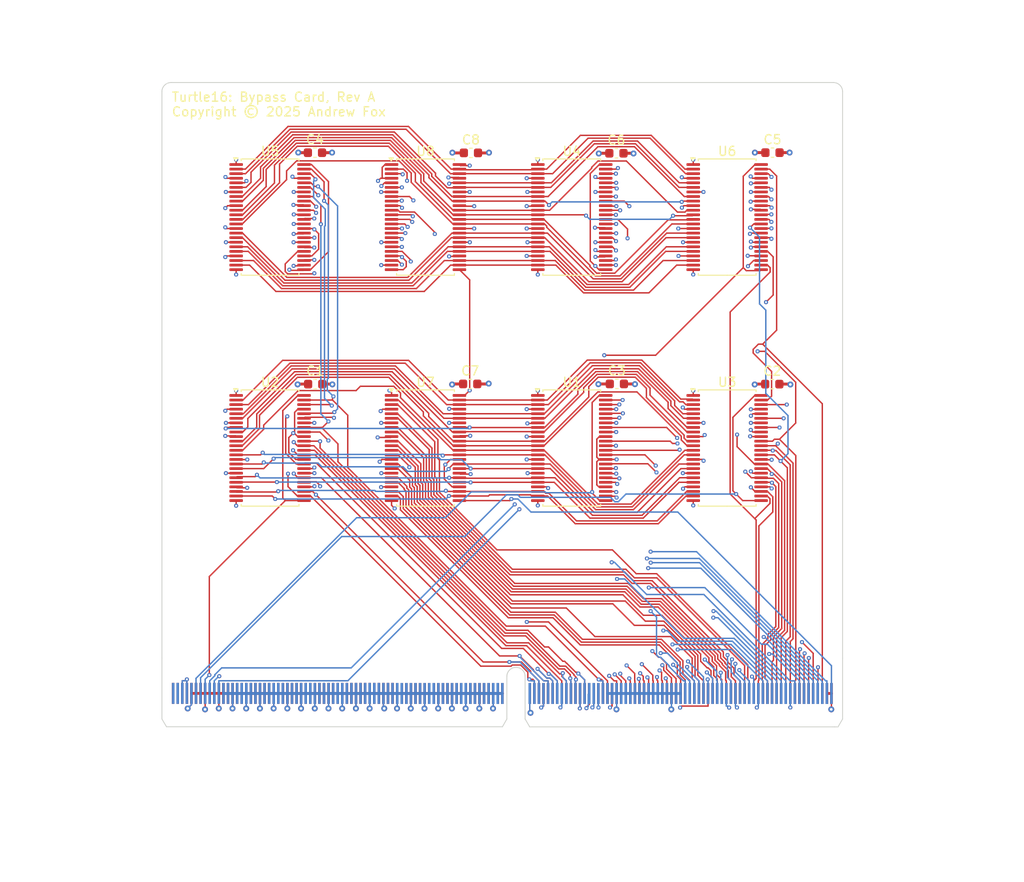
<source format=kicad_pcb>
(kicad_pcb (version 20241229) (generator "pcbnew") (generator_version "9.0")
  (title_block (title "Turtle16: Bypass Card") (date "2025-07-23") (rev "A") (comment 4 "Pipeline Bypass / Operand Forwarding"))
  (layers (0 "F.Cu" signal) (4 "In1.Cu" power) (6 "In2.Cu" signal) (8 "In3.Cu" power) (10 "In4.Cu" power) (2 "B.Cu" signal) (13 "F.Paste" user) (15 "B.Paste" user) (5 "F.SilkS" user "F.Silkscreen") (7 "B.SilkS" user "B.Silkscreen") (1 "F.Mask" user) (3 "B.Mask" user) (25 "Edge.Cuts" user))
  (net 0 "")
  (net 1 "GND")
  (net 2 "VCC")
  (net 3 "/Bypass Module/RegisterB1")
  (net 4 "/Bypass Module/FWD_EX_TO_A")
  (net 5 "/Bypass Module/Y_MEM5")
  (net 6 "/Bypass Module/Y_EX4")
  (net 7 "/Bypass Module/RegisterB9")
  (net 8 "/Bypass Module/Y_EX11")
  (net 9 "/Bypass Module/A11")
  (net 10 "/Bypass Module/B12")
  (net 11 "/Bypass Module/FWD_B")
  (net 12 "/Bypass Module/Y_EX5")
  (net 13 "/Bypass Module/B5")
  (net 14 "/Bypass Module/Y_MEM1")
  (net 15 "/Bypass Module/Y_MEM0")
  (net 16 "/Bypass Module/RegisterA2")
  (net 17 "/Bypass Module/Y_EX8")
  (net 18 "/Bypass Module/Y_EX12")
  (net 19 "/Bypass Module/FWD_MEM_TO_A")
  (net 20 "/Bypass Module/Y_EX13")
  (net 21 "/Bypass Module/RegisterB14")
  (net 22 "/Bypass Module/A1")
  (net 23 "/Bypass Module/Y_EX6")
  (net 24 "/Bypass Module/RegisterA14")
  (net 25 "/Bypass Module/Y_EX10")
  (net 26 "/Bypass Module/Y_EX2")
  (net 27 "/Bypass Module/Y_EX0")
  (net 28 "/Bypass Module/RegisterB3")
  (net 29 "/Bypass Module/Y_EX7")
  (net 30 "/Bypass Module/B3")
  (net 31 "/Bypass Module/A3")
  (net 32 "/Bypass Module/Y_MEM13")
  (net 33 "/Bypass Module/FWD_A")
  (net 34 "/Bypass Module/A14")
  (net 35 "/Bypass Module/RegisterB10")
  (net 36 "/Bypass Module/RegisterA12")
  (net 37 "/Bypass Module/Y_MEM8")
  (net 38 "/Bypass Module/B10")
  (net 39 "/Bypass Module/RegisterB5")
  (net 40 "/Bypass Module/RegisterA1")
  (net 41 "/Bypass Module/RegisterA0")
  (net 42 "/Bypass Module/RegisterB7")
  (net 43 "/Bypass Module/Y_EX3")
  (net 44 "/Bypass Module/RegisterB6")
  (net 45 "/Bypass Module/RegisterB11")
  (net 46 "/Bypass Module/Y_MEM3")
  (net 47 "/Bypass Module/Y_MEM12")
  (net 48 "/Bypass Module/Y_EX15")
  (net 49 "/Bypass Module/RegisterA10")
  (net 50 "/Bypass Module/RegisterA3")
  (net 51 "/Bypass Module/RegisterB2")
  (net 52 "/Bypass Module/A8")
  (net 53 "/Bypass Module/B9")
  (net 54 "/Bypass Module/Y_EX14")
  (net 55 "/Bypass Module/B13")
  (net 56 "/Bypass Module/A15")
  (net 57 "/Bypass Module/RegisterA6")
  (net 58 "/Bypass Module/A6")
  (net 59 "/Bypass Module/RegisterB13")
  (net 60 "/Bypass Module/A0")
  (net 61 "/Bypass Module/Y_MEM2")
  (net 62 "/Bypass Module/B4")
  (net 63 "/Bypass Module/B11")
  (net 64 "/Bypass Module/Y_MEM4")
  (net 65 "/Bypass Module/Y_EX9")
  (net 66 "/Bypass Module/A13")
  (net 67 "/Bypass Module/Y_MEM10")
  (net 68 "/Bypass Module/Y_MEM6")
  (net 69 "/Bypass Module/RegisterB15")
  (net 70 "/Bypass Module/A10")
  (net 71 "/Bypass Module/B1")
  (net 72 "/Bypass Module/RegisterB0")
  (net 73 "/Bypass Module/Y_MEM11")
  (net 74 "/Bypass Module/B15")
  (net 75 "/Bypass Module/RegisterA9")
  (net 76 "/Bypass Module/RegisterA13")
  (net 77 "/Bypass Module/A2")
  (net 78 "/Bypass Module/RegisterA5")
  (net 79 "/Bypass Module/A7")
  (net 80 "/Bypass Module/B2")
  (net 81 "/Bypass Module/B0")
  (net 82 "/Bypass Module/B6")
  (net 83 "/Bypass Module/Y_EX1")
  (net 84 "/Bypass Module/A4")
  (net 85 "/Bypass Module/RegisterA8")
  (net 86 "/Bypass Module/Y_MEM15")
  (net 87 "/Bypass Module/FWD_MEM_TO_B")
  (net 88 "/Bypass Module/RegisterA15")
  (net 89 "/Bypass Module/B7")
  (net 90 "/Bypass Module/FWD_EX_TO_B")
  (net 91 "/Bypass Module/Y_MEM14")
  (net 92 "/Bypass Module/RegisterB4")
  (net 93 "/Bypass Module/A12")
  (net 94 "/Bypass Module/RegisterA11")
  (net 95 "/Bypass Module/RegisterB12")
  (net 96 "/Bypass Module/Y_MEM7")
  (net 97 "/Bypass Module/A9")
  (net 98 "/Bypass Module/Y_MEM9")
  (net 99 "/Bypass Module/B14")
  (net 100 "/Bypass Module/Phi1d")
  (net 101 "/Bypass Module/RegisterB8")
  (net 102 "/Bypass Module/A5")
  (net 103 "/Bypass Module/B8")
  (net 104 "/Bypass Module/RegisterA7")
  (net 105 "/Bypass Module/RegisterA4")
  (net 106 "/Bypass Module/Operand Forwarding A/A_ID6")
  (net 107 "/Bypass Module/Operand Forwarding A/A_ID7")
  (net 108 "/Bypass Module/Operand Forwarding A/A_ID5")
  (net 109 "/Bypass Module/Operand Forwarding A/A_ID2")
  (net 110 "/Bypass Module/Operand Forwarding A/A_ID1")
  (net 111 "/Bypass Module/Operand Forwarding A/A_ID9")
  (net 112 "/Bypass Module/Operand Forwarding A/A_ID13")
  (net 113 "/Bypass Module/Operand Forwarding A/A_ID3")
  (net 114 "/Bypass Module/Operand Forwarding A/A_ID8")
  (net 115 "/Bypass Module/Operand Forwarding A/A_ID10")
  (net 116 "/Bypass Module/Operand Forwarding A/A_ID14")
  (net 117 "/Bypass Module/Operand Forwarding A/A_ID15")
  (net 118 "/Bypass Module/Operand Forwarding A/A_ID11")
  (net 119 "/Bypass Module/Operand Forwarding A/A_ID12")
  (net 120 "/Bypass Module/Operand Forwarding A/A_ID4")
  (net 121 "/Bypass Module/Operand Forwarding A/A_ID0")
  (net 122 "/Bypass Module/Operand Forwarding B/B_ID7")
  (net 123 "/Bypass Module/Operand Forwarding B/B_ID9")
  (net 124 "/Bypass Module/Operand Forwarding B/B_ID3")
  (net 125 "/Bypass Module/Operand Forwarding B/B_ID14")
  (net 126 "/Bypass Module/Operand Forwarding B/B_ID10")
  (net 127 "/Bypass Module/Operand Forwarding B/B_ID2")
  (net 128 "/Bypass Module/Operand Forwarding B/B_ID8")
  (net 129 "/Bypass Module/Operand Forwarding B/B_ID11")
  (net 130 "/Bypass Module/Operand Forwarding B/B_ID0")
  (net 131 "/Bypass Module/Operand Forwarding B/B_ID13")
  (net 132 "/Bypass Module/Operand Forwarding B/B_ID15")
  (net 133 "/Bypass Module/Operand Forwarding B/B_ID12")
  (net 134 "/Bypass Module/Operand Forwarding B/B_ID6")
  (net 135 "/Bypass Module/Operand Forwarding B/B_ID5")
  (net 136 "/Bypass Module/Operand Forwarding B/B_ID4")
  (net 137 "/Bypass Module/Operand Forwarding B/B_ID1")
  (footprint "Capacitor_SMD:C_0603_1608Metric" (layer "F.Cu") (at 164.8375 89.02)
    (property "Reference" "C2")
    (property "Value" "0.1uF")
  )
  (footprint "Capacitor_SMD:C_0603_1608Metric" (layer "F.Cu") (at 164.8595 63.7)
    (property "Reference" "C5")
    (property "Value" "0.1uF")
  )
  (footprint "Package_SO:TSSOP-48_6.1x12.5mm_P0.5mm" (layer "F.Cu") (at 109.9025 70.75)
    (property "Reference" "U5")
    (property "Value" "74ABT16245")
  )
  (footprint "Capacitor_SMD:C_0603_1608Metric" (layer "F.Cu") (at 131.793 89)
    (property "Reference" "C7")
    (property "Value" "0.1uF")
  )
  (footprint "Capacitor_SMD:C_0603_1608Metric" (layer "F.Cu") (at 131.8735 63.725)
    (property "Reference" "C8")
    (property "Value" "0.1uF")
  )
  (footprint "Package_SO:TSSOP-48_6.1x12.5mm_P0.5mm" (layer "F.Cu") (at 126.9025 70.75)
    (property "Reference" "U8")
    (property "Value" "74ABT16374")
  )
  (footprint "Package_SO:TSSOP-48_6.1x12.5mm_P0.5mm" (layer "F.Cu") (at 126.9025 96.01)
    (property "Reference" "U7")
    (property "Value" "74ABT16374")
  )
  (footprint "Capacitor_SMD:C_0603_1608Metric" (layer "F.Cu") (at 114.8125 63.706)
    (property "Reference" "C4")
    (property "Value" "0.1uF")
  )
  (footprint "Package_SO:TSSOP-48_6.1x12.5mm_P0.5mm" (layer "F.Cu") (at 109.9025 96.01)
    (property "Reference" "U2")
    (property "Value" "74ABT16245")
  )
  (footprint "Capacitor_SMD:C_0603_1608Metric" (layer "F.Cu") (at 147.8375 88.9987)
    (property "Reference" "C3")
    (property "Value" "0.1uF")
  )
  (footprint "Turtle16:MEC5-140-01-L-DV-W1-K_Edge" (layer "F.Cu") (at 136.805 121)
    (property "Reference" "J1" (hide yes))
    (property "Value" "MEC5-140-01-L-DV-W1-K")
  )
  (footprint "Package_SO:TSSOP-48_6.1x12.5mm_P0.5mm" (layer "F.Cu") (at 159.9025 70.75)
    (property "Reference" "U6")
    (property "Value" "74ABT16245")
  )
  (footprint "Capacitor_SMD:C_0603_1608Metric" (layer "F.Cu") (at 114.8375 89.02)
    (property "Reference" "C1")
    (property "Value" "0.1uF")
  )
  (footprint "Package_SO:TSSOP-48_6.1x12.5mm_P0.5mm" (layer "F.Cu") (at 159.9025 96.01)
    (property "Reference" "U3")
    (property "Value" "74ABT16245")
  )
  (footprint "Capacitor_SMD:C_0603_1608Metric" (layer "F.Cu") (at 147.7862 63.765)
    (property "Reference" "C6")
    (property "Value" "0.1uF")
  )
  (footprint "Package_SO:TSSOP-48_6.1x12.5mm_P0.5mm" (layer "F.Cu") (at 142.9025 70.75)
    (property "Reference" "U4")
    (property "Value" "74ABT16245")
  )
  (footprint "Package_SO:TSSOP-48_6.1x12.5mm_P0.5mm" (layer "F.Cu") (at 142.9025 96.01)
    (property "Reference" "U1")
    (property "Value" "74ABT16245")
  )
  (gr_line (start 137.78 120.82) (end 137.8 120.9) (stroke (width 0.1)) (layer "Edge.Cuts"))
  (gr_line (start 137.18 120.07) (end 137.36 120.17) (stroke (width 0.1)) (layer "Edge.Cuts"))
  (gr_line (start 98.57 126.5) (end 135.32 126.5) (stroke (width 0.1)) (layer "Edge.Cuts"))
  (gr_line (start 172.53 119) (end 172.53 57.03) (stroke (width 0.1)) (layer "Edge.Cuts"))
  (gr_line (start 137.64 120.45) (end 137.74 120.64) (stroke (width 0.1)) (layer "Edge.Cuts"))
  (gr_line (start 135.32 126.5) (end 135.8 125.66) (stroke (width 0.1)) (layer "Edge.Cuts"))
  (gr_line (start 137 120.02) (end 137.18 120.07) (stroke (width 0.1)) (layer "Edge.Cuts"))
  (gr_line (start 135.8 121) (end 135.81 120.86) (stroke (width 0.1)) (layer "Edge.Cuts"))
  (gr_line (start 172.03 126.51) (end 171.62 126.51) (stroke (width 0.1)) (layer "Edge.Cuts"))
  (gr_line (start 137.36 120.17) (end 137.52 120.3) (stroke (width 0.1)) (layer "Edge.Cuts"))
  (gr_line (start 98.07 119.01) (end 98.07 125.65) (stroke (width 0.1)) (layer "Edge.Cuts"))
  (gr_line (start 137.8 125.64) (end 137.81 125.67) (stroke (width 0.1)) (layer "Edge.Cuts"))
  (gr_line (start 135.85 120.69) (end 135.93 120.51) (stroke (width 0.1)) (layer "Edge.Cuts"))
  (gr_line (start 98.07 125.65) (end 98.57 126.5) (stroke (width 0.1)) (layer "Edge.Cuts"))
  (gr_line (start 137.74 120.64) (end 137.78 120.82) (stroke (width 0.1)) (layer "Edge.Cuts"))
  (gr_line (start 99.07 56.03) (end 171.53 56.03) (stroke (width 0.1)) (layer "Edge.Cuts"))
  (gr_line (start 136.46 120.05) (end 136.67 120.01) (stroke (width 0.1)) (layer "Edge.Cuts"))
  (gr_line (start 136.67 120.01) (end 136.82 120) (stroke (width 0.1)) (layer "Edge.Cuts"))
  (gr_line (start 138.3 126.51) (end 137.81 125.67) (stroke (width 0.1)) (layer "Edge.Cuts"))
  (gr_line (start 136.82 120) (end 137 120.02) (stroke (width 0.1)) (layer "Edge.Cuts"))
  (gr_arc (start 98.07 57.03) (mid 98.362893 56.322893) (end 99.07 56.03) (stroke (width 0.1)) (layer "Edge.Cuts"))
  (gr_line (start 172.53 125.65) (end 172.03 126.51) (stroke (width 0.1)) (layer "Edge.Cuts"))
  (gr_line (start 137.52 120.3) (end 137.64 120.45) (stroke (width 0.1)) (layer "Edge.Cuts"))
  (gr_line (start 135.81 120.86) (end 135.85 120.69) (stroke (width 0.1)) (layer "Edge.Cuts"))
  (gr_line (start 137.8 121) (end 137.8 125.64) (stroke (width 0.1)) (layer "Edge.Cuts"))
  (gr_line (start 136.23 120.18) (end 136.46 120.05) (stroke (width 0.1)) (layer "Edge.Cuts"))
  (gr_line (start 135.8 125.66) (end 135.8 121) (stroke (width 0.1)) (layer "Edge.Cuts"))
  (gr_line (start 171.62 126.51) (end 138.3 126.51) (stroke (width 0.1)) (layer "Edge.Cuts"))
  (gr_line (start 135.93 120.51) (end 136.05 120.34) (stroke (width 0.1)) (layer "Edge.Cuts"))
  (gr_arc (start 171.53 56.03) (mid 172.237107 56.322893) (end 172.53 57.03) (stroke (width 0.1)) (layer "Edge.Cuts"))
  (gr_line (start 98.07 119.01) (end 98.07 57.03) (stroke (width 0.1)) (layer "Edge.Cuts"))
  (gr_line (start 136.05 120.34) (end 136.23 120.18) (stroke (width 0.1)) (layer "Edge.Cuts"))
  (gr_line (start 137.8 120.9) (end 137.8 121) (stroke (width 0.1)) (layer "Edge.Cuts"))
  (gr_line (start 172.53 119) (end 172.53 125.65) (stroke (width 0.1)) (layer "Edge.Cuts"))
  (gr_text "Turtle16: Bypass Card, Rev A\nCopyright © 2025 Andrew Fox" (at 99.07 57.03 0) (layer "F.SilkS") (effects (font (size 1 1)) (justify left top)))
  (segment (start 163.5948 74.9798) (end 163.615 75) (width 0.1524) (layer "F.Cu") (net 1))
  (segment (start 134.31 124.48) (end 134.29 124.5) (width 0.1524) (layer "F.Cu") (net 1))
  (segment (start 137.9742 91.76) (end 139.19 91.76) (width 0.1524) (layer "F.Cu") (net 1))
  (segment (start 106.2017 97.2717) (end 106.19 97.26) (width 0.1524) (layer "F.Cu") (net 1))
  (segment (start 123.19 101.76) (end 123.19 102.2778) (width 0.1524) (layer "F.Cu") (net 1))
  (segment (start 125.8 122.85) (end 125.81 122.86) (width 0.1524) (layer "F.Cu") (net 1))
  (segment (start 122.2128 91.76) (end 123.19 91.76) (width 0.1524) (layer "F.Cu") (net 1))
  (segment (start 166.815 89.06) (end 166.775 89.02) (width 0.1524) (layer "F.Cu") (net 1))
  (segment (start 111.8 124.49) (end 111.79 124.5) (width 0.1524) (layer "F.Cu") (net 1))
  (segment (start 155.0452 66.5) (end 154.9389 66.3937) (width 0.1524) (layer "F.Cu") (net 1))
  (segment (start 130.615 100.26) (end 129.8209 100.26) (width 0.1524) (layer "F.Cu") (net 1))
  (segment (start 121.7087 66.7888) (end 121.9975 66.5) (width 0.1524) (layer "F.Cu") (net 1))
  (segment (start 170.81 122.86) (end 171.31 122.86) (width 0.3048) (layer "F.Cu") (net 1))
  (segment (start 111.8 122.85) (end 111.8 124.49) (width 0.1524) (layer "F.Cu") (net 1))
  (segment (start 164.5906 100.26) (end 164.7658 100.4352) (width 0.1524) (layer "F.Cu") (net 1))
  (segment (start 105.005 94.686) (end 106.116 94.686) (width 0.1524) (layer "F.Cu") (net 1))
  (segment (start 108.8 124.49) (end 108.79 124.5) (width 0.1524) (layer "F.Cu") (net 1))
  (segment (start 115.6125 89.02) (end 116.685 89.02) (width 0.3048) (layer "F.Cu") (net 1))
  (segment (start 112.4361 94.3783) (end 112.5855 94.3783) (width 0.1524) (layer "F.Cu") (net 1))
  (segment (start 116.685 89.02) (end 116.715 89.05) (width 0.3048) (layer "F.Cu") (net 1))
  (segment (start 145.8872 97.26) (end 145.6448 97.5024) (width 0.1524) (layer "F.Cu") (net 1))
  (segment (start 166.732 63.694) (end 166.726 63.7) (width 0.1524) (layer "F.Cu") (net 1))
  (segment (start 104.3 124.49) (end 104.29 124.5) (width 0.1524) (layer "F.Cu") (net 1))
  (segment (start 163.6335 71.9815) (end 163.615 72) (width 0.1524) (layer "F.Cu") (net 1))
  (segment (start 131.8 122.85) (end 131.81 122.86) (width 0.1524) (layer "F.Cu") (net 1))
  (segment (start 113.615 100.26) (end 114.6868 100.26) (width 0.1524) (layer "F.Cu") (net 1))
  (segment (start 105.1352 72) (end 106.19 72) (width 0.1524) (layer "F.Cu") (net 1))
  (segment (start 163.6487 97.2937) (end 163.615 97.26) (width 0.1524) (layer "F.Cu") (net 1))
  (segment (start 115.588 63.706) (end 115.5875 63.706) (width 0.1524) (layer "F.Cu") (net 1))
  (segment (start 124.3332 69.7324) (end 124.1008 69.5) (width 0.1524) (layer "F.Cu") (net 1))
  (segment (start 105.2704 69.5) (end 106.19 69.5) (width 0.1524) (layer "F.Cu") (net 1))
  (segment (start 138.31 122.86) (end 138.31 124.895) (width 0.1524) (layer "F.Cu") (net 1))
  (segment (start 157.3209 97.4041) (end 157.1768 97.26) (width 0.1524) (layer "F.Cu") (net 1))
  (segment (start 101.8 122.85) (end 135.3 122.85) (width 0.3048) (layer "F.Cu") (net 1))
  (segment (start 128.31 124.48) (end 128.29 124.5) (width 0.1524) (layer "F.Cu") (net 1))
  (segment (start 105.005 71.8698) (end 105.1352 72) (width 0.1524) (layer "F.Cu") (net 1))
  (segment (start 114.6502 72) (end 114.7385 72.0883) (width 0.1524) (layer "F.Cu") (net 1))
  (segment (start 157.266 94.76) (end 156.19 94.76) (width 0.1524) (layer "F.Cu") (net 1))
  (segment (start 124.82 122.85) (end 124.81 122.86) (width 0.1524) (layer "F.Cu") (net 1))
  (segment (start 130.5785 91.7235) (end 130.615 91.76) (width 0.1524) (layer "F.Cu") (net 1))
  (segment (start 122.1643 66.5) (end 123.19 66.5) (width 0.1524) (layer "F.Cu") (net 1))
  (segment (start 113.3 122.85) (end 113.3 124.49) (width 0.1524) (layer "F.Cu") (net 1))
  (segment (start 122.9586 89.7165) (end 123.19 89.9479) (width 0.1524) (layer "F.Cu") (net 1))
  (segment (start 119.3 124.49) (end 119.29 124.5) (width 0.1524) (layer "F.Cu") (net 1))
  (segment (start 129.6358 97.26) (end 129.071 97.8248) (width 0.1524) (layer "F.Cu") (net 1))
  (segment (start 162.4487 94.76) (end 162.4189 94.7302) (width 0.1524) (layer "F.Cu") (net 1))
  (segment (start 124.7955 75.5923) (end 124.3299 75.1267) (width 0.1524) (layer "F.Cu") (net 1))
  (segment (start 101.8 122.85) (end 101.3 122.85) (width 0.3048) (layer "F.Cu") (net 1))
  (segment (start 112.3509 66.3289) (end 112.522 66.5) (width 0.1524) (layer "F.Cu") (net 1))
  (segment (start 116.668 63.706) (end 116.684 63.69) (width 0.3048) (layer "F.Cu") (net 1))
  (segment (start 119.3 122.85) (end 119.3 124.49) (width 0.1524) (layer "F.Cu") (net 1))
  (segment (start 123.19 102.2778) (end 123.5304 102.6182) (width 0.1524) (layer "F.Cu") (net 1))
  (segment (start 134.31 122.86) (end 134.31 124.48) (width 0.1524) (layer "F.Cu") (net 1))
  (segment (start 146.5219 71.9069) (end 146.615 72) (width 0.1524) (layer "F.Cu") (net 1))
  (segment (start 130.5285 66.4135) (end 129.4115 66.4135) (width 0.1524) (layer "F.Cu") (net 1))
  (segment (start 113.3 124.49) (end 113.29 124.5) (width 0.1524) (layer "F.Cu") (net 1))
  (segment (start 140.3127 100.3941) (end 140.1786 100.26) (width 0.1524) (layer "F.Cu") (net 1))
  (segment (start 148.6125 88.9987) (end 149.789 88.9987) (width 0.3048) (layer "F.Cu") (net 1))
  (segment (start 113.615 72) (end 114.6502 72) (width 0.1524) (layer "F.Cu") (net 1))
  (segment (start 137.9742 94.76) (end 139.19 94.76) (width 0.1524) (layer "F.Cu") (net 1))
  (segment (start 124.1008 69.5) (end 123.19 69.5) (width 0.1524) (layer "F.Cu") (net 1))
  (segment (start 157.4395 94.5865) (end 157.266 94.76) (width 0.1524) (layer "F.Cu") (net 1))
  (segment (start 124.3 122.85) (end 124.31 122.86) (width 0.1524) (layer "F.Cu") (net 1))
  (segment (start 122.3 124.41) (end 122.39 124.5) (width 0.1524) (layer "F.Cu") (net 1))
  (segment (start 130.6706 69.5556) (end 130.615 69.5) (width 0.1524) (layer "F.Cu") (net 1))
  (segment (start 164.7659 97.2937) (end 163.6487 97.2937) (width 0.1524) (layer "F.Cu") (net 1))
  (segment (start 131.31 124.48) (end 131.29 124.5) (width 0.1524) (layer "F.Cu") (net 1))
  (segment (start 123.19 100.26) (end 122.0738 100.26) (width 0.1524) (layer "F.Cu") (net 1))
  (segment (start 122.4756 65) (end 123.19 65) (width 0.1524) (layer "F.Cu") (net 1))
  (segment (start 145.6447 97.0175) (end 145.6447 95.0333) (width 0.1524) (layer "F.Cu") (net 1))
  (segment (start 147.8059 97.26) (end 146.615 97.26) (width 0.1524) (layer "F.Cu") (net 1))
  (segment (start 162.494 91.7749) (end 163.6001 91.7749) (width 0.1524) (layer "F.Cu") (net 1))
  (segment (start 120.8 124.49) (end 120.79 124.5) (width 0.1524) (layer "F.Cu") (net 1))
  (segment (start 112.4361 94.3783) (end 111.9524 94.862) (width 0.1524) (layer "F.Cu") (net 1))
  (segment (start 128.9618 97.934) (end 129.071 97.8248) (width 0.1524) (layer "F.Cu") (net 1))
  (segment (start 162.6717 66.5) (end 163.615 66.5) (width 0.1524) (layer "F.Cu") (net 1))
  (segment (start 164.7558 69.716) (end 164.5398 69.5) (width 0.1524) (layer "F.Cu") (net 1))
  (segment (start 122.3 122.85) (end 122.3 124.41) (width 0.1524) (layer "F.Cu") (net 1))
  (segment (start 129.81 124.48) (end 129.79 124.5) (width 0.1524) (layer "F.Cu") (net 1))
  (segment (start 124.3323 72) (end 123.19 72) (width 0.1524) (layer "F.Cu") (net 1))
  (segment (start 132.568 89) (end 133.775 89) (width 0.3048) (layer "F.Cu") (net 1))
  (segment (start 102.8 122.85) (end 102.8 124.59) (width 0.1524) (layer "F.Cu") (net 1))
  (segment (start 105.005 75.1218) (end 105.1268 75) (width 0.1524) (layer "F.Cu") (net 1))
  (segment (start 122.1405 97.26) (end 123.19 97.26) (width 0.1524) (layer "F.Cu") (net 1))
  (segment (start 132.81 124.48) (end 132.79 124.5) (width 0.1524) (layer "F.Cu") (net 1))
  (segment (start 125.31 122.86) (end 125.31 124.48) (width 0.1524) (layer "F.Cu") (net 1))
  (segment (start 148.561 63.765) (end 148.5612 63.765) (width 0.3048) (layer "F.Cu") (net 1))
  (segment (start 133.3 122.85) (end 133.31 122.86) (width 0.1524) (layer "F.Cu") (net 1))
  (segment (start 171.31 124.58) (end 171.29 124.6) (width 0.1524) (layer "F.Cu") (net 1))
  (segment (start 102.8 124.59) (end 102.79 124.6) (width 0.1524) (layer "F.Cu") (net 1))
  (segment (start 149.632 63.765) (end 149.658 63.7913) (width 0.3048) (layer "F.Cu") (net 1))
  (segment (start 127.3 122.85) (end 127.31 122.86) (width 0.1524) (layer "F.Cu") (net 1))
  (segment (start 114.4696 75) (end 113.615 75) (width 0.1524) (layer "F.Cu") (net 1))
  (segment (start 112.5855 94.3783) (end 112.5855 94.4189) (width 0.1524) (layer "F.Cu") (net 1))
  (segment (start 120.8 122.85) (end 120.8 124.49) (width 0.1524) (layer "F.Cu") (net 1))
  (segment (start 111.9524 94.862) (end 111.9524 96.5048) (width 0.1524) (layer "F.Cu") (net 1))
  (segment (start 139.1375 69.5525) (end 139.19 69.5) (width 0.1524) (layer "F.Cu") (net 1))
  (segment (start 123.0992 94.8508) (end 123.19 94.76) (width 0.1524) (layer "F.Cu") (net 1))
  (segment (start 126.81 124.48) (end 126.79 124.5) (width 0.1524) (layer "F.Cu") (net 1))
  (segment (start 149.632 63.765) (end 149.658 63.7913) (width 0.3048) (layer "F.Cu") (net 1))
  (segment (start 155.2773 100.26) (end 155.0747 100.4626) (width 0.1524) (layer "F.Cu") (net 1))
  (segment (start 137.9742 66.5) (end 139.19 66.5) (width 0.1524) (layer "F.Cu") (net 1))
  (segment (start 121.9975 66.5) (end 122.1643 66.5) (width 0.1524) (layer "F.Cu") (net 1))
  (segment (start 166.732 63.694) (end 166.726 63.7) (width 0.1524) (layer "F.Cu") (net 1))
  (segment (start 122.1643 65.3113) (end 122.4756 65) (width 0.1524) (layer "F.Cu") (net 1))
  (segment (start 163.6001 91.7749) (end 163.615 91.76) (width 0.1524) (layer "F.Cu") (net 1))
  (segment (start 129.8209 100.26) (end 128.9618 99.4009) (width 0.1524) (layer "F.Cu") (net 1))
  (segment (start 104.3 122.85) (end 104.3 124.49) (width 0.1524) (layer "F.Cu") (net 1))
  (segment (start 145.6287 66.5) (end 146.615 66.5) (width 0.1524) (layer "F.Cu") (net 1))
  (segment (start 146.615 97.26) (end 145.8872 97.26) (width 0.1524) (layer "F.Cu") (net 1))
  (segment (start 114.7385 72.0883) (end 115.2111 72.5609) (width 0.1524) (layer "F.Cu") (net 1))
  (segment (start 145.44 71.9069) (end 146.5219 71.9069) (width 0.1524) (layer "F.Cu") (net 1))
  (segment (start 137.9742 69.5525) (end 139.1375 69.5525) (width 0.1524) (layer "F.Cu") (net 1))
  (segment (start 115.612 89.02) (end 115.6125 89.02) (width 0.3048) (layer "F.Cu") (net 1))
  (segment (start 156.19 66.5) (end 155.0452 66.5) (width 0.1524) (layer "F.Cu") (net 1))
  (segment (start 130.7029 94.6721) (end 130.615 94.76) (width 0.1524) (layer "F.Cu") (net 1))
  (segment (start 147.7735 69.5525) (end 146.6675 69.5525) (width 0.1524) (layer "F.Cu") (net 1))
  (segment (start 110.3 122.85) (end 110.3 124.49) (width 0.1524) (layer "F.Cu") (net 1))
  (segment (start 132.6485 63.725) (end 133.82 63.725) (width 0.3048) (layer "F.Cu") (net 1))
  (segment (start 145.6448 100.0464) (end 145.8584 100.26) (width 0.1524) (layer "F.Cu") (net 1))
  (segment (start 115.588 63.706) (end 116.668 63.706) (width 0.3048) (layer "F.Cu") (net 1))
  (segment (start 137.9742 75) (end 139.19 75) (width 0.1524) (layer "F.Cu") (net 1))
  (segment (start 130.5657 75.0493) (end 129.4849 75.0493) (width 0.1524) (layer "F.Cu") (net 1))
  (segment (start 113.5307 69.4157) (end 113.615 69.5) (width 0.1524) (layer "F.Cu") (net 1))
  (segment (start 108.8 122.85) (end 108.8 124.49) (width 0.1524) (layer "F.Cu") (net 1))
  (segment (start 112.5855 92.1093) (end 112.5855 94.3783) (width 0.1524) (layer "F.Cu") (net 1))
  (segment (start 112.522 66.5) (end 113.615 66.5) (width 0.1524) (layer "F.Cu") (net 1))
  (segment (start 133.82 63.725) (end 133.846 63.7) (width 0.3048) (layer "F.Cu") (net 1))
  (segment (start 106.116 94.686) (end 106.19 94.76) (width 0.1524) (layer "F.Cu") (net 1))
  (segment (start 137.9742 72) (end 139.19 72) (width 0.1524) (layer "F.Cu") (net 1))
  (segment (start 105.8 124.49) (end 105.79 124.5) (width 0.1524) (layer "F.Cu") (net 1))
  (segment (start 122.1643 66.5) (end 122.1643 65.3113) (width 0.1524) (layer "F.Cu") (net 1))
  (segment (start 105.0215 66.3663) (end 105.1552 66.5) (width 0.1524) (layer "F.Cu") (net 1))
  (segment (start 145.6448 97.5024) (end 145.6448 100.0464) (width 0.1524) (layer "F.Cu") (net 1))
  (segment (start 129.32 122.85) (end 129.31 122.86) (width 0.1524) (layer "F.Cu") (net 1))
  (segment (start 130.82 122.85) (end 130.81 122.86) (width 0.1524) (layer "F.Cu") (net 1))
  (segment (start 129.81 122.86) (end 129.81 124.48) (width 0.1524) (layer "F.Cu") (net 1))
  (segment (start 131.7928 94.6721) (end 130.7029 94.6721) (width 0.1524) (layer "F.Cu") (net 1))
  (segment (start 149.789 88.9987) (end 149.815 89.025) (width 0.3048) (layer "F.Cu") (net 1))
  (segment (start 121.8921 97.5084) (end 122.1405 97.26) (width 0.1524) (layer "F.Cu") (net 1))
  (segment (start 128.8 122.85) (end 128.81 122.86) (width 0.1524) (layer "F.Cu") (net 1))
  (segment (start 112.9266 94.76) (end 113.615 94.76) (width 0.1524) (layer "F.Cu") (net 1))
  (segment (start 127.82 122.85) (end 127.81 122.86) (width 0.1524) (layer "F.Cu") (net 1))
  (segment (start 105.005 69.7654) (end 105.2704 69.5) (width 0.1524) (layer "F.Cu") (net 1))
  (segment (start 135.3 122.85) (end 135.31 122.86) (width 0.3048) (layer "F.Cu") (net 1))
  (segment (start 107.3 122.85) (end 107.3 124.49) (width 0.1524) (layer "F.Cu") (net 1))
  (segment (start 149.789 88.9987) (end 149.815 89.025) (width 0.3048) (layer "F.Cu") (net 1))
  (segment (start 105.005 91.9394) (end 105.1844 91.76) (width 0.1524) (layer "F.Cu") (net 1))
  (segment (start 116.685 89.02) (end 116.715 89.05) (width 0.3048) (layer "F.Cu") (net 1))
  (segment (start 146.6675 69.5525) (end 146.615 69.5) (width 0.1524) (layer "F.Cu") (net 1))
  (segment (start 162.4714 66.2997) (end 162.6717 66.5) (width 0.1524) (layer "F.Cu") (net 1))
  (segment (start 115.588 63.706) (end 115.5875 63.706) (width 0.1524) (layer "F.Cu") (net 1))
  (segment (start 133.775 89) (end 133.815 88.96) (width 0.3048) (layer "F.Cu") (net 1))
  (segment (start 154.582 75) (end 156.19 75) (width 0.1524) (layer "F.Cu") (net 1))
  (segment (start 106.2938 100.3638) (end 106.19 100.26) (width 0.1524) (layer "F.Cu") (net 1))
  (segment (start 132.32 122.85) (end 132.31 122.86) (width 0.1524) (layer "F.Cu") (net 1))
  (segment (start 145.8872 97.26) (end 145.6447 97.0175) (width 0.1524) (layer "F.Cu") (net 1))
  (segment (start 132.648 63.725) (end 132.6485 63.725) (width 0.3048) (layer "F.Cu") (net 1))
  (segment (start 132.2286 69.5556) (end 130.6706 69.5556) (width 0.1524) (layer "F.Cu") (net 1))
  (segment (start 124.4684 76.5) (end 124.7955 76.1729) (width 0.1524) (layer "F.Cu") (net 1))
  (segment (start 126.32 122.85) (end 126.31 122.86) (width 0.1524) (layer "F.Cu") (net 1))
  (segment (start 145.495 75.1039) (end 146.5111 75.1039) (width 0.1524) (layer "F.Cu") (net 1))
  (segment (start 131.31 122.86) (end 131.31 124.48) (width 0.1524) (layer "F.Cu") (net 1))
  (segment (start 111.9524 96.5048) (end 112.7076 97.26) (width 0.1524) (layer "F.Cu") (net 1))
  (segment (start 124.3299 75.1267) (end 124.2032 75) (width 0.1524) (layer "F.Cu") (net 1))
  (segment (start 148.5612 63.765) (end 149.632 63.765) (width 0.3048) (layer "F.Cu") (net 1))
  (segment (start 122 91.9728) (end 122.2128 91.76) (width 0.1524) (layer "F.Cu") (net 1))
  (segment (start 133.82 122.85) (end 133.81 122.86) (width 0.1524) (layer "F.Cu") (net 1))
  (segment (start 124.2032 75) (end 123.19 75) (width 0.1524) (layer "F.Cu") (net 1))
  (segment (start 123.81 124.48) (end 123.79 124.5) (width 0.1524) (layer "F.Cu") (net 1))
  (segment (start 166.815 89.06) (end 166.775 89.02) (width 0.1524) (layer "F.Cu") (net 1))
  (segment (start 130.3 122.85) (end 130.31 122.86) (width 0.1524) (layer "F.Cu") (net 1))
  (segment (start 123.81 122.86) (end 123.81 124.48) (width 0.1524) (layer "F.Cu") (net 1))
  (segment (start 112.9348 91.76) (end 112.5855 92.1093) (width 0.1524) (layer "F.Cu") (net 1))
  (segment (start 125.31 124.48) (end 125.29 124.5) (width 0.1524) (layer "F.Cu") (net 1))
  (segment (start 157.1768 97.26) (end 156.19 97.26) (width 0.1524) (layer "F.Cu") (net 1))
  (segment (start 130.615 66.5) (end 130.5285 66.4135) (width 0.1524) (layer "F.Cu") (net 1))
  (segment (start 105.1552 66.5) (end 106.19 66.5) (width 0.1524) (layer "F.Cu") (net 1))
  (segment (start 132.648 63.725) (end 132.6485 63.725) (width 0.3048) (layer "F.Cu") (net 1))
  (segment (start 148.612 88.9987) (end 148.6125 88.9987) (width 0.3048) (layer "F.Cu") (net 1))
  (segment (start 107.404 97.2717) (end 106.2017 97.2717) (width 0.1524) (layer "F.Cu") (net 1))
  (segment (start 165.6345 63.7) (end 166.726 63.7) (width 0.3048) (layer "F.Cu") (net 1))
  (segment (start 148.5612 63.765) (end 149.632 63.765) (width 0.3048) (layer "F.Cu") (net 1))
  (segment (start 145.918 94.76) (end 146.615 94.76) (width 0.1524) (layer "F.Cu") (net 1))
  (segment (start 105.1844 91.76) (end 106.19 91.76) (width 0.1524) (layer "F.Cu") (net 1))
  (segment (start 114.6868 100.26) (end 114.7546 100.1922) (width 0.1524) (layer "F.Cu") (net 1))
  (segment (start 116.668 63.706) (end 116.684 63.69) (width 0.3048) (layer "F.Cu") (net 1))
  (segment (start 115.2111 72.5609) (end 115.2111 74.2585) (width 0.1524) (layer "F.Cu") (net 1))
  (segment (start 112.5855 94.4189) (end 112.9266 94.76) (width 0.1524) (layer "F.Cu") (net 1))
  (segment (start 146.615 91.76) (end 146.618 91.763) (width 0.1524) (layer "F.Cu") (net 1))
  (segment (start 155.232 91.76) (end 155.0473 91.5753) (width 0.1524) (layer "F.Cu") (net 1))
  (segment (start 165.6125 89.02) (end 166.775 89.02) (width 0.3048) (layer "F.Cu") (net 1))
  (segment (start 132.568 89) (end 133.775 89) (width 0.3048) (layer "F.Cu") (net 1))
  (segment (start 128.31 122.86) (end 128.31 124.48) (width 0.1524) (layer "F.Cu") (net 1))
  (segment (start 107.3952 100.3638) (end 106.2938 100.3638) (width 0.1524) (layer "F.Cu") (net 1))
  (segment (start 148.561 63.765) (end 148.5612 63.765) (width 0.3048) (layer "F.Cu") (net 1))
  (segment (start 115.2111 74.2585) (end 114.4696 75) (width 0.1524) (layer "F.Cu") (net 1))
  (segment (start 146.618 91.763) (end 147.7639 91.763) (width 0.1524) (layer "F.Cu") (net 1))
  (segment (start 132.2286 72) (end 130.615 72) (width 0.1524) (layer "F.Cu") (net 1))
  (segment (start 101.3 124.09) (end 100.89 124.5) (width 0.1524) (layer "F.Cu") (net 1))
  (segment (start 164.5398 69.5) (end 163.615 69.5) (width 0.1524) (layer "F.Cu") (net 1))
  (segment (start 133.82 63.725) (end 133.846 63.7) (width 0.3048) (layer "F.Cu") (net 1))
  (segment (start 115.588 63.706) (end 116.668 63.706) (width 0.3048) (layer "F.Cu") (net 1))
  (segment (start 156.19 100.26) (end 155.2773 100.26) (width 0.1524) (layer "F.Cu") (net 1))
  (segment (start 126.81 122.86) (end 126.81 124.48) (width 0.1524) (layer "F.Cu") (net 1))
  (segment (start 165.612 89.02) (end 165.6125 89.02) (width 0.3048) (layer "F.Cu") (net 1))
  (segment (start 137.9742 97.26) (end 139.19 97.26) (width 0.1524) (layer "F.Cu") (net 1))
  (segment (start 105.1268 75) (end 106.19 75) (width 0.1524) (layer "F.Cu") (net 1))
  (segment (start 133.775 89) (end 133.815 88.96) (width 0.3048) (layer "F.Cu") (net 1))
  (segment (start 163.615 94.76) (end 162.4487 94.76) (width 0.1524) (layer "F.Cu") (net 1))
  (segment (start 107.3 124.49) (end 107.29 124.5) (width 0.1524) (layer "F.Cu") (net 1))
  (segment (start 171.31 122.86) (end 171.31 124.58) (width 0.1524) (layer "F.Cu") (net 1))
  (segment (start 130.615 97.26) (end 129.6358 97.26) (width 0.1524) (layer "F.Cu") (net 1))
  (segment (start 155.1668 69.5) (end 156.19 69.5) (width 0.1524) (layer "F.Cu") (net 1))
  (segment (start 154.5577 72) (end 156.19 72) (width 0.1524) (layer "F.Cu") (net 1))
  (segment (start 130.615 75) (end 130.5657 75.0493) (width 0.1524) (layer "F.Cu") (net 1))
  (segment (start 165.634 63.7) (end 165.6345 63.7) (width 0.3048) (layer "F.Cu") (net 1))
  (segment (start 121.6703 94.8508) (end 123.0992 94.8508) (width 0.1524) (layer "F.Cu") (net 1))
  (segment (start 148.6125 88.9987) (end 149.789 88.9987) (width 0.3048) (layer "F.Cu") (net 1))
  (segment (start 145.8584 100.26) (end 146.615 100.26) (width 0.1524) (layer "F.Cu") (net 1))
  (segment (start 132.6485 63.725) (end 133.82 63.725) (width 0.3048) (layer "F.Cu") (net 1))
  (segment (start 146.5111 75.1039) (end 146.615 75) (width 0.1524) (layer "F.Cu") (net 1))
  (segment (start 123.19 89.9479) (end 123.19 90.26) (width 0.1524) (layer "F.Cu") (net 1))
  (segment (start 123.19 76.5) (end 124.4684 76.5) (width 0.1524) (layer "F.Cu") (net 1))
  (segment (start 156.19 91.76) (end 155.232 91.76) (width 0.1524) (layer "F.Cu") (net 1))
  (segment (start 165.634 63.7) (end 165.6345 63.7) (width 0.3048) (layer "F.Cu") (net 1))
  (segment (start 115.6125 89.02) (end 116.685 89.02) (width 0.3048) (layer "F.Cu") (net 1))
  (segment (start 112.4597 69.4157) (end 113.5307 69.4157) (width 0.1524) (layer "F.Cu") (net 1))
  (segment (start 164.7421 71.9815) (end 163.6335 71.9815) (width 0.1524) (layer "F.Cu") (net 1))
  (segment (start 165.6125 89.02) (end 166.775 89.02) (width 0.3048) (layer "F.Cu") (net 1))
  (segment (start 105.8 122.85) (end 105.8 124.49) (width 0.1524) (layer "F.Cu") (net 1))
  (segment (start 134.8 122.85) (end 134.81 122.86) (width 0.1524) (layer "F.Cu") (net 1))
  (segment (start 163.615 100.26) (end 164.5906 100.26) (width 0.1524) (layer "F.Cu") (net 1))
  (segment (start 112.7076 97.26) (end 113.615 97.26) (width 0.1524) (layer "F.Cu") (net 1))
  (segment (start 140.1786 100.26) (end 139.19 100.26) (width 0.1524) (layer "F.Cu") (net 1))
  (segment (start 128.9618 99.4009) (end 128.9618 97.934) (width 0.1524) (layer "F.Cu") (net 1))
  (segment (start 154.9492 69.7176) (end 155.1668 69.5) (width 0.1524) (layer "F.Cu") (net 1))
  (segment (start 110.3 124.49) (end 110.29 124.5) (width 0.1524) (layer "F.Cu") (net 1))
  (segment (start 145.6447 95.0333) (end 145.918 94.76) (width 0.1524) (layer "F.Cu") (net 1))
  (segment (start 101.3 122.85) (end 101.3 124.09) (width 0.1524) (layer "F.Cu") (net 1))
  (segment (start 132.81 122.86) (end 132.81 124.48) (width 0.1524) (layer "F.Cu") (net 1))
  (segment (start 113.615 91.76) (end 112.9348 91.76) (width 0.1524) (layer "F.Cu") (net 1))
  (segment (start 129.4973 91.7235) (end 130.5785 91.7235) (width 0.1524) (layer "F.Cu") (net 1))
  (segment (start 145.4863 66.3576) (end 145.6287 66.5) (width 0.1524) (layer "F.Cu") (net 1))
  (segment (start 138.31 124.895) (end 138.39 124.975) (width 0.1524) (layer "F.Cu") (net 1))
  (segment (start 165.6345 63.7) (end 166.726 63.7) (width 0.3048) (layer "F.Cu") (net 1))
  (segment (start 124.7955 76.1729) (end 124.7955 75.5923) (width 0.1524) (layer "F.Cu") (net 1))
  (segment (start 162.1479 74.9798) (end 163.5948 74.9798) (width 0.1524) (layer "F.Cu") (net 1))
  (segment (start 122.0738 100.26) (end 122.043 100.2908) (width 0.1524) (layer "F.Cu") (net 1))
  (via (at 164.7421 71.9815) (size 0.45) (drill 0.2) (layers "F.Cu" "B.Cu") (net 1))
  (via (at 121.6703 94.8508) (size 0.45) (drill 0.2) (layers "F.Cu" "B.Cu") (net 1))
  (via (at 132.2286 69.5556) (size 0.45) (drill 0.2) (layers "F.Cu" "B.Cu") (net 1))
  (via (at 110.29 124.5) (size 0.65) (drill 0.3) (layers "F.Cu" "B.Cu") (net 1))
  (via (at 124.3332 69.7324) (size 0.45) (drill 0.2) (layers "F.Cu" "B.Cu") (net 1))
  (via (at 107.404 97.2717) (size 0.45) (drill 0.2) (layers "F.Cu" "B.Cu") (net 1))
  (via (at 126.79 124.5) (size 0.65) (drill 0.3) (layers "F.Cu" "B.Cu") (net 1))
  (via (at 162.4189 94.7302) (size 0.45) (drill 0.2) (layers "F.Cu" "B.Cu") (net 1))
  (via (at 120.79 124.5) (size 0.65) (drill 0.3) (layers "F.Cu" "B.Cu") (net 1))
  (via (at 105.005 75.1218) (size 0.45) (drill 0.2) (layers "F.Cu" "B.Cu") (net 1))
  (via (at 155.0473 91.5753) (size 0.45) (drill 0.2) (layers "F.Cu" "B.Cu") (net 1))
  (via (at 149.815 89.025) (size 0.65) (drill 0.3) (layers "F.Cu" "B.Cu") (net 1))
  (via (at 137.9742 66.5) (size 0.45) (drill 0.2) (layers "F.Cu" "B.Cu") (net 1))
  (via (at 124.3323 72) (size 0.45) (drill 0.2) (layers "F.Cu" "B.Cu") (net 1))
  (via (at 137.9742 97.26) (size 0.45) (drill 0.2) (layers "F.Cu" "B.Cu") (net 1))
  (via (at 122.39 124.5) (size 0.65) (drill 0.3) (layers "F.Cu" "B.Cu") (net 1))
  (via (at 119.29 124.5) (size 0.65) (drill 0.3) (layers "F.Cu" "B.Cu") (net 1))
  (via (at 116.29 124.5) (size 0.65) (drill 0.3) (layers "F.Cu" "B.Cu") (net 1))
  (via (at 105.005 94.686) (size 0.45) (drill 0.2) (layers "F.Cu" "B.Cu") (net 1))
  (via (at 137.9742 69.5525) (size 0.45) (drill 0.2) (layers "F.Cu" "B.Cu") (net 1))
  (via (at 137.9742 91.76) (size 0.45) (drill 0.2) (layers "F.Cu" "B.Cu") (net 1))
  (via (at 164.7658 100.4352) (size 0.45) (drill 0.2) (layers "F.Cu" "B.Cu") (net 1))
  (via (at 133.846 63.7) (size 0.65) (drill 0.3) (layers "F.Cu" "B.Cu") (net 1))
  (via (at 154.582 75) (size 0.45) (drill 0.2) (layers "F.Cu" "B.Cu") (net 1))
  (via (at 133.815 88.96) (size 0.65) (drill 0.3) (layers "F.Cu" "B.Cu") (net 1))
  (via (at 122.9586 89.7165) (size 0.45) (drill 0.2) (layers "F.Cu" "B.Cu") (net 1))
  (via (at 104.29 124.5) (size 0.65) (drill 0.3) (layers "F.Cu" "B.Cu") (net 1))
  (via (at 125.29 124.5) (size 0.65) (drill 0.3) (layers "F.Cu" "B.Cu") (net 1))
  (via (at 134.29 124.5) (size 0.65) (drill 0.3) (layers "F.Cu" "B.Cu") (net 1))
  (via (at 102.79 124.6) (size 0.65) (drill 0.3) (layers "F.Cu" "B.Cu") (net 1))
  (via (at 129.4115 66.4135) (size 0.45) (drill 0.2) (layers "F.Cu" "B.Cu") (net 1))
  (via (at 129.4849 75.0493) (size 0.45) (drill 0.2) (layers "F.Cu" "B.Cu") (net 1))
  (via (at 112.4597 69.4157) (size 0.45) (drill 0.2) (layers "F.Cu" "B.Cu") (net 1))
  (via (at 112.4361 94.3783) (size 0.45) (drill 0.2) (layers "F.Cu" "B.Cu") (net 1))
  (via (at 105.005 69.7654) (size 0.45) (drill 0.2) (layers "F.Cu" "B.Cu") (net 1))
  (via (at 138.39 124.975) (size 0.65) (drill 0.3) (layers "F.Cu" "B.Cu") (net 1))
  (via (at 124.3299 75.1267) (size 0.45) (drill 0.2) (layers "F.Cu" "B.Cu") (net 1))
  (via (at 154.9389 66.3937) (size 0.45) (drill 0.2) (layers "F.Cu" "B.Cu") (net 1))
  (via (at 108.79 124.5) (size 0.65) (drill 0.3) (layers "F.Cu" "B.Cu") (net 1))
  (via (at 137.9742 94.76) (size 0.45) (drill 0.2) (layers "F.Cu" "B.Cu") (net 1))
  (via (at 121.7087 66.7888) (size 0.45) (drill 0.2) (layers "F.Cu" "B.Cu") (net 1))
  (via (at 132.2286 72) (size 0.45) (drill 0.2) (layers "F.Cu" "B.Cu") (net 1))
  (via (at 105.0215 66.3663) (size 0.45) (drill 0.2) (layers "F.Cu" "B.Cu") (net 1))
  (via (at 100.89 124.5) (size 0.65) (drill 0.3) (layers "F.Cu" "B.Cu") (net 1))
  (via (at 129.4973 91.7235) (size 0.45) (drill 0.2) (layers "F.Cu" "B.Cu") (net 1))
  (via (at 162.494 91.7749) (size 0.45) (drill 0.2) (layers "F.Cu" "B.Cu") (net 1))
  (via (at 147.8059 97.26) (size 0.45) (drill 0.2) (layers "F.Cu" "B.Cu") (net 1))
  (via (at 129.79 124.5) (size 0.65) (drill 0.3) (layers "F.Cu" "B.Cu") (net 1))
  (via (at 145.495 75.1039) (size 0.45) (drill 0.2) (layers "F.Cu" "B.Cu") (net 1))
  (via (at 107.29 124.5) (size 0.65) (drill 0.3) (layers "F.Cu" "B.Cu") (net 1))
  (via (at 149.658 63.7913) (size 0.65) (drill 0.3) (layers "F.Cu" "B.Cu") (net 1))
  (via (at 147.79 124.6) (size 0.65) (drill 0.3) (layers "F.Cu" "B.Cu") (net 1))
  (via (at 129.071 97.8248) (size 0.45) (drill 0.2) (layers "F.Cu" "B.Cu") (net 1))
  (via (at 162.4714 66.2997) (size 0.45) (drill 0.2) (layers "F.Cu" "B.Cu") (net 1))
  (via (at 122 91.9728) (size 0.45) (drill 0.2) (layers "F.Cu" "B.Cu") (net 1))
  (via (at 114.79 124.5) (size 0.65) (drill 0.3) (layers "F.Cu" "B.Cu") (net 1))
  (via (at 131.7928 94.6721) (size 0.45) (drill 0.2) (layers "F.Cu" "B.Cu") (net 1))
  (via (at 123.79 124.5) (size 0.65) (drill 0.3) (layers "F.Cu" "B.Cu") (net 1))
  (via (at 171.29 124.6) (size 0.65) (drill 0.3) (layers "F.Cu" "B.Cu") (net 1))
  (via (at 123.5304 102.6182) (size 0.45) (drill 0.2) (layers "F.Cu" "B.Cu") (net 1))
  (via (at 116.684 63.69) (size 0.65) (drill 0.3) (layers "F.Cu" "B.Cu") (net 1))
  (via (at 147.7735 69.5525) (size 0.45) (drill 0.2) (layers "F.Cu" "B.Cu") (net 1))
  (via (at 157.3209 97.4041) (size 0.45) (drill 0.2) (layers "F.Cu" "B.Cu") (net 1))
  (via (at 105.005 71.8698) (size 0.45) (drill 0.2) (layers "F.Cu" "B.Cu") (net 1))
  (via (at 157.4395 94.5865) (size 0.45) (drill 0.2) (layers "F.Cu" "B.Cu") (net 1))
  (via (at 131.29 124.5) (size 0.65) (drill 0.3) (layers "F.Cu" "B.Cu") (net 1))
  (via (at 105.79 124.5) (size 0.65) (drill 0.3) (layers "F.Cu" "B.Cu") (net 1))
  (via (at 114.7546 100.1922) (size 0.45) (drill 0.2) (layers "F.Cu" "B.Cu") (net 1))
  (via (at 166.732 63.694) (size 0.65) (drill 0.3) (layers "F.Cu" "B.Cu") (net 1))
  (via (at 137.9742 75) (size 0.45) (drill 0.2) (layers "F.Cu" "B.Cu") (net 1))
  (via (at 153.79 124.6) (size 0.65) (drill 0.3) (layers "F.Cu" "B.Cu") (net 1))
  (via (at 121.8921 97.5084) (size 0.45) (drill 0.2) (layers "F.Cu" "B.Cu") (net 1))
  (via (at 116.715 89.05) (size 0.65) (drill 0.3) (layers "F.Cu" "B.Cu") (net 1))
  (via (at 166.815 89.06) (size 0.65) (drill 0.3) (layers "F.Cu" "B.Cu") (net 1))
  (via (at 122.043 100.2908) (size 0.45) (drill 0.2) (layers "F.Cu" "B.Cu") (net 1))
  (via (at 111.79 124.5) (size 0.65) (drill 0.3) (layers "F.Cu" "B.Cu") (net 1))
  (via (at 105.005 91.9394) (size 0.45) (drill 0.2) (layers "F.Cu" "B.Cu") (net 1))
  (via (at 112.3509 66.3289) (size 0.45) (drill 0.2) (layers "F.Cu" "B.Cu") (net 1))
  (via (at 154.5577 72) (size 0.45) (drill 0.2) (layers "F.Cu" "B.Cu") (net 1))
  (via (at 137.9742 72) (size 0.45) (drill 0.2) (layers "F.Cu" "B.Cu") (net 1))
  (via (at 155.0747 100.4626) (size 0.45) (drill 0.2) (layers "F.Cu" "B.Cu") (net 1))
  (via (at 128.29 124.5) (size 0.65) (drill 0.3) (layers "F.Cu" "B.Cu") (net 1))
  (via (at 145.44 71.9069) (size 0.45) (drill 0.2) (layers "F.Cu" "B.Cu") (net 1))
  (via (at 154.9492 69.7176) (size 0.45) (drill 0.2) (layers "F.Cu" "B.Cu") (net 1))
  (via (at 107.3952 100.3638) (size 0.45) (drill 0.2) (layers "F.Cu" "B.Cu") (net 1))
  (via (at 113.29 124.5) (size 0.65) (drill 0.3) (layers "F.Cu" "B.Cu") (net 1))
  (via (at 164.7558 69.716) (size 0.45) (drill 0.2) (layers "F.Cu" "B.Cu") (net 1))
  (via (at 114.7385 72.0883) (size 0.45) (drill 0.2) (layers "F.Cu" "B.Cu") (net 1))
  (via (at 140.3127 100.3941) (size 0.45) (drill 0.2) (layers "F.Cu" "B.Cu") (net 1))
  (via (at 132.79 124.5) (size 0.65) (drill 0.3) (layers "F.Cu" "B.Cu") (net 1))
  (via (at 117.79 124.5) (size 0.65) (drill 0.3) (layers "F.Cu" "B.Cu") (net 1))
  (via (at 145.4863 66.3576) (size 0.45) (drill 0.2) (layers "F.Cu" "B.Cu") (net 1))
  (via (at 162.1479 74.9798) (size 0.45) (drill 0.2) (layers "F.Cu" "B.Cu") (net 1))
  (via (at 147.7639 91.763) (size 0.45) (drill 0.2) (layers "F.Cu" "B.Cu") (net 1))
  (via (at 164.7659 97.2937) (size 0.45) (drill 0.2) (layers "F.Cu" "B.Cu") (net 1))
  (segment (start 129.81 122.86) (end 129.81 124.48) (width 0.1524) (layer "B.Cu") (net 1))
  (segment (start 131.31 124.48) (end 131.29 124.5) (width 0.1524) (layer "B.Cu") (net 1))
  (segment (start 128.31 122.86) (end 128.31 124.48) (width 0.1524) (layer "B.Cu") (net 1))
  (segment (start 108.8 124.49) (end 108.79 124.5) (width 0.1524) (layer "B.Cu") (net 1))
  (segment (start 119.3 122.85) (end 119.3 124.49) (width 0.1524) (layer "B.Cu") (net 1))
  (segment (start 153.81 122.86) (end 153.81 124.58) (width 0.1524) (layer "B.Cu") (net 1))
  (segment (start 117.31 122.86) (end 117.3 122.85) (width 0.1524) (layer "B.Cu") (net 1))
  (segment (start 111.8 124.49) (end 111.79 124.5) (width 0.1524) (layer "B.Cu") (net 1))
  (segment (start 120.8 124.49) (end 120.79 124.5) (width 0.1524) (layer "B.Cu") (net 1))
  (segment (start 134.31 124.48) (end 134.29 124.5) (width 0.1524) (layer "B.Cu") (net 1))
  (segment (start 108.295 122.86) (end 108.3 122.855) (width 0.1524) (layer "B.Cu") (net 1))
  (segment (start 109.3 122.8575) (end 109.3 122.85) (width 0.1524) (layer "B.Cu") (net 1))
  (segment (start 125.31 122.86) (end 125.31 124.48) (width 0.1524) (layer "B.Cu") (net 1))
  (segment (start 105.8 122.85) (end 105.8 124.49) (width 0.1524) (layer "B.Cu") (net 1))
  (segment (start 147.81 124.58) (end 147.79 124.6) (width 0.1524) (layer "B.Cu") (net 1))
  (segment (start 122.3 124.41) (end 122.39 124.5) (width 0.1524) (layer "B.Cu") (net 1))
  (segment (start 112.795 122.86) (end 112.8 122.855) (width 0.1524) (layer "B.Cu") (net 1))
  (segment (start 101.3 124.09) (end 100.89 124.5) (width 0.1524) (layer "B.Cu") (net 1))
  (segment (start 114.8 122.85) (end 114.8 124.49) (width 0.1524) (layer "B.Cu") (net 1))
  (segment (start 116.3 122.85) (end 116.3 124.49) (width 0.1524) (layer "B.Cu") (net 1))
  (segment (start 121.29 122.86) (end 121.3 122.85) (width 0.1524) (layer "B.Cu") (net 1))
  (segment (start 109.795 122.86) (end 109.8 122.855) (width 0.1524) (layer "B.Cu") (net 1))
  (segment (start 131.31 122.86) (end 131.31 124.48) (width 0.1524) (layer "B.Cu") (net 1))
  (segment (start 121.79 122.86) (end 121.8 122.85) (width 0.1524) (layer "B.Cu") (net 1))
  (segment (start 123.81 122.86) (end 123.81 124.48) (width 0.1524) (layer "B.Cu") (net 1))
  (segment (start 112.8 122.855) (end 112.8 122.85) (width 0.1524) (layer "B.Cu") (net 1))
  (segment (start 110.3 122.85) (end 110.3 124.49) (width 0.1524) (layer "B.Cu") (net 1))
  (segment (start 118.81 122.86) (end 118.8 122.85) (width 0.1524) (layer "B.Cu") (net 1))
  (segment (start 111.31 122.86) (end 111.3 122.85) (width 0.1524) (layer "B.Cu") (net 1))
  (segment (start 122.3 122.85) (end 122.3 124.41) (width 0.1524) (layer "B.Cu") (net 1))
  (segment (start 105.8 124.49) (end 105.79 124.5) (width 0.1524) (layer "B.Cu") (net 1))
  (segment (start 105.3 122.855) (end 105.3 122.85) (width 0.1524) (layer "B.Cu") (net 1))
  (segment (start 104.81 122.86) (end 104.8 122.85) (width 0.3048) (layer "B.Cu") (net 1))
  (segment (start 129.81 124.48) (end 129.79 124.5) (width 0.1524) (layer "B.Cu") (net 1))
  (segment (start 109.2975 122.86) (end 109.3 122.8575) (width 0.1524) (layer "B.Cu") (net 1))
  (segment (start 132.81 122.86) (end 132.81 124.48) (width 0.1524) (layer "B.Cu") (net 1))
  (segment (start 110.3 124.49) (end 110.29 124.5) (width 0.1524) (layer "B.Cu") (net 1))
  (segment (start 132.81 124.48) (end 132.79 124.5) (width 0.1524) (layer "B.Cu") (net 1))
  (segment (start 113.7975 122.86) (end 113.8 122.8575) (width 0.1524) (layer "B.Cu") (net 1))
  (segment (start 119.3 124.49) (end 119.29 124.5) (width 0.1524) (layer "B.Cu") (net 1))
  (segment (start 113.3 124.49) (end 113.29 124.5) (width 0.1524) (layer "B.Cu") (net 1))
  (segment (start 107.3 122.85) (end 107.3 124.49) (width 0.1524) (layer "B.Cu") (net 1))
  (segment (start 117.8 124.49) (end 117.79 124.5) (width 0.1524) (layer "B.Cu") (net 1))
  (segment (start 114.8 124.49) (end 114.79 124.5) (width 0.1524) (layer "B.Cu") (net 1))
  (segment (start 106.3 122.855) (end 106.3 122.85) (width 0.1524) (layer "B.Cu") (net 1))
  (segment (start 123.81 124.48) (end 123.79 124.5) (width 0.1524) (layer "B.Cu") (net 1))
  (segment (start 147.81 122.86) (end 147.81 124.58) (width 0.1524) (layer "B.Cu") (net 1))
  (segment (start 116.3 124.49) (end 116.29 124.5) (width 0.1524) (layer "B.Cu") (net 1))
  (segment (start 126.81 122.86) (end 126.81 124.48) (width 0.1524) (layer "B.Cu") (net 1))
  (segment (start 101.3 122.85) (end 101.3 124.09) (width 0.1524) (layer "B.Cu") (net 1))
  (segment (start 153.81 124.58) (end 153.79 124.6) (width 0.1524) (layer "B.Cu") (net 1))
  (segment (start 107.79 122.86) (end 107.8 122.85) (width 0.1524) (layer "B.Cu") (net 1))
  (segment (start 123.3 122.86) (end 123.3 122.85) (width 0.1524) (layer "B.Cu") (net 1))
  (segment (start 112.29 122.86) (end 112.3 122.85) (width 0.1524) (layer "B.Cu") (net 1))
  (segment (start 113.8 122.8575) (end 113.8 122.85) (width 0.1524) (layer "B.Cu") (net 1))
  (segment (start 114.3 122.855) (end 114.3 122.85) (width 0.1524) (layer "B.Cu") (net 1))
  (segment (start 106.79 122.86) (end 106.8 122.85) (width 0.1524) (layer "B.Cu") (net 1))
  (segment (start 128.31 124.48) (end 128.29 124.5) (width 0.1524) (layer "B.Cu") (net 1))
  (segment (start 107.3 124.49) (end 107.29 124.5) (width 0.1524) (layer "B.Cu") (net 1))
  (segment (start 120.29 122.86) (end 120.3 122.85) (width 0.1524) (layer "B.Cu") (net 1))
  (segment (start 113.3 122.85) (end 113.3 124.49) (width 0.1524) (layer "B.Cu") (net 1))
  (segment (start 117.8 122.85) (end 117.8 124.49) (width 0.1524) (layer "B.Cu") (net 1))
  (segment (start 135.31 122.86) (end 104.81 122.86) (width 0.3048) (layer "B.Cu") (net 1))
  (segment (start 119.79 122.86) (end 119.8 122.85) (width 0.1524) (layer "B.Cu") (net 1))
  (segment (start 120.8 122.85) (end 120.8 124.49) (width 0.1524) (layer "B.Cu") (net 1))
  (segment (start 108.8 122.85) (end 108.8 124.49) (width 0.1524) (layer "B.Cu") (net 1))
  (segment (start 111.8 122.85) (end 111.8 124.49) (width 0.1524) (layer "B.Cu") (net 1))
  (segment (start 116.79 122.86) (end 116.8 122.85) (width 0.1524) (layer "B.Cu") (net 1))
  (segment (start 138.31 122.86) (end 138.31 124.895) (width 0.1524) (layer "B.Cu") (net 1))
  (segment (start 108.3 122.855) (end 108.3 122.85) (width 0.1524) (layer "B.Cu") (net 1))
  (segment (start 118.29 122.86) (end 118.3 122.85) (width 0.1524) (layer "B.Cu") (net 1))
  (segment (start 110.79 122.86) (end 110.8 122.85) (width 0.1524) (layer "B.Cu") (net 1))
  (segment (start 115.29 122.86) (end 115.3 122.85) (width 0.1524) (layer "B.Cu") (net 1))
  (segment (start 138.31 124.895) (end 138.39 124.975) (width 0.1524) (layer "B.Cu") (net 1))
  (segment (start 114.295 122.86) (end 114.3 122.855) (width 0.1524) (layer "B.Cu") (net 1))
  (segment (start 106.295 122.86) (end 106.3 122.855) (width 0.1524) (layer "B.Cu") (net 1))
  (segment (start 105.305 122.86) (end 105.3 122.855) (width 0.1524) (layer "B.Cu") (net 1))
  (segment (start 109.8 122.855) (end 109.8 122.85) (width 0.1524) (layer "B.Cu") (net 1))
  (segment (start 154.81 122.86) (end 146.81 122.86) (width 0.3048) (layer "B.Cu") (net 1))
  (segment (start 122.79 122.86) (end 122.8 122.85) (width 0.1524) (layer "B.Cu") (net 1))
  (segment (start 126.81 124.48) (end 126.79 124.5) (width 0.1524) (layer "B.Cu") (net 1))
  (segment (start 115.81 122.86) (end 115.8 122.85) (width 0.1524) (layer "B.Cu") (net 1))
  (segment (start 134.31 122.86) (end 134.31 124.48) (width 0.1524) (layer "B.Cu") (net 1))
  (segment (start 125.31 124.48) (end 125.29 124.5) (width 0.1524) (layer "B.Cu") (net 1))
  (segment (start 164.062 89.02) (end 164.0625 89.02) (width 0.1524) (layer "F.Cu") (net 2))
  (segment (start 139.19 76.5) (end 139.19 77.0354) (width 0.1524) (layer "F.Cu") (net 2))
  (segment (start 147.062 88.9987) (end 145.841 88.9987) (width 0.3048) (layer "F.Cu") (net 2))
  (segment (start 112.49 68) (end 113.615 68) (width 0.1524) (layer "F.Cu") (net 2))
  (segment (start 113 63.706) (end 112.984 63.69) (width 0.3048) (layer "F.Cu") (net 2))
  (segment (start 129.875 89) (end 129.815 89.06) (width 0.3048) (layer "F.Cu") (net 2))
  (segment (start 156.19 64.4669) (end 156.19 65) (width 0.1524) (layer "F.Cu") (net 2))
  (segment (start 155.0742 73.5) (end 156.19 73.5) (width 0.1524) (layer "F.Cu") (net 2))
  (segment (start 112.945 89.02) (end 112.915 89.05) (width 0.3048) (layer "F.Cu") (net 2))
  (segment (start 145.841 88.9987) (end 145.815 89.025) (width 0.3048) (layer "F.Cu") (net 2))
  (segment (start 106.19 76.5) (end 106.19 77.0328) (width 0.1524) (layer "F.Cu") (net 2))
  (segment (start 156.19 68) (end 157.3071 68) (width 0.1524) (layer "F.Cu") (net 2))
  (segment (start 122.0559 93.26) (end 123.19 93.26) (width 0.1524) (layer "F.Cu") (net 2))
  (segment (start 131.018 89) (end 129.875 89) (width 0.3048) (layer "F.Cu") (net 2))
  (segment (start 139.1341 93.3159) (end 139.19 93.26) (width 0.1524) (layer "F.Cu") (net 2))
  (segment (start 130.615 68) (end 131.7326 68) (width 0.1524) (layer "F.Cu") (net 2))
  (segment (start 114.0375 63.706) (end 113 63.706) (width 0.3048) (layer "F.Cu") (net 2))
  (segment (start 147.011 63.765) (end 145.884 63.765) (width 0.3048) (layer "F.Cu") (net 2))
  (segment (start 164.084 63.7) (end 164.0845 63.7) (width 0.1524) (layer "F.Cu") (net 2))
  (segment (start 131.098 63.725) (end 131.0985 63.725) (width 0.1524) (layer "F.Cu") (net 2))
  (segment (start 146.615 93.26) (end 147.7667 93.26) (width 0.1524) (layer "F.Cu") (net 2))
  (segment (start 114.062 89.02) (end 114.0625 89.02) (width 0.1524) (layer "F.Cu") (net 2))
  (segment (start 106.19 102.3216) (end 106.19 101.76) (width 0.1524) (layer "F.Cu") (net 2))
  (segment (start 106.19 68) (end 105.0659 68) (width 0.1524) (layer "F.Cu") (net 2))
  (segment (start 114.038 63.706) (end 114.0375 63.706) (width 0.3048) (layer "F.Cu") (net 2))
  (segment (start 130.615 93.26) (end 129.4925 93.26) (width 0.1524) (layer "F.Cu") (net 2))
  (segment (start 113 63.706) (end 112.984 63.69) (width 0.3048) (layer "F.Cu") (net 2))
  (segment (start 146.615 73.5) (end 145.4869 73.5) (width 0.1524) (layer "F.Cu") (net 2))
  (segment (start 139.19 64.4645) (end 139.19 65) (width 0.1524) (layer "F.Cu") (net 2))
  (segment (start 130.615 98.76) (end 130.7175 98.8625) (width 0.1524) (layer "F.Cu") (net 2))
  (segment (start 100.3 122.85) (end 100.3 121.4713) (width 0.1524) (layer "F.Cu") (net 2))
  (segment (start 139.19 90.26) (end 139.19 89.7321) (width 0.1524) (layer "F.Cu") (net 2))
  (segment (start 164.084 63.7) (end 164.0845 63.7) (width 0.1524) (layer "F.Cu") (net 2))
  (segment (start 145.841 88.9987) (end 145.815 89.025) (width 0.3048) (layer "F.Cu") (net 2))
  (segment (start 113.615 98.76) (end 114.7469 98.76) (width 0.1524) (layer "F.Cu") (net 2))
  (segment (start 106.19 64.4707) (end 106.19 65) (width 0.1524) (layer "F.Cu") (net 2))
  (segment (start 123.19 68) (end 122.0526 68) (width 0.1524) (layer "F.Cu") (net 2))
  (segment (start 145.884 63.765) (end 145.858 63.7913) (width 0.3048) (layer "F.Cu") (net 2))
  (segment (start 122.0728 98.76) (end 123.19 98.76) (width 0.1524) (layer "F.Cu") (net 2))
  (segment (start 113.615 73.5) (end 112.4732 73.5) (width 0.1524) (layer "F.Cu") (net 2))
  (segment (start 163.615 98.76) (end 162.6921 98.76) (width 0.1524) (layer "F.Cu") (net 2))
  (segment (start 114.062 89.02) (end 112.945 89.02) (width 0.3048) (layer "F.Cu") (net 2))
  (segment (start 164.084 63.7) (end 162.938 63.7) (width 0.3048) (layer "F.Cu") (net 2))
  (segment (start 147.062 88.9987) (end 147.0625 88.9987) (width 0.1524) (layer "F.Cu") (net 2))
  (segment (start 114.062 89.02) (end 112.945 89.02) (width 0.3048) (layer "F.Cu") (net 2))
  (segment (start 114.038 63.706) (end 114.0375 63.706) (width 0.3048) (layer "F.Cu") (net 2))
  (segment (start 147.7638 98.8153) (end 146.6703 98.8153) (width 0.1524) (layer "F.Cu") (net 2))
  (segment (start 145.884 63.765) (end 145.858 63.7913) (width 0.3048) (layer "F.Cu") (net 2))
  (segment (start 146.615 68) (end 145.4938 68) (width 0.1524) (layer "F.Cu") (net 2))
  (segment (start 131.018 89) (end 129.875 89) (width 0.3048) (layer "F.Cu") (net 2))
  (segment (start 114.0375 63.706) (end 113 63.706) (width 0.3048) (layer "F.Cu") (net 2))
  (segment (start 163.615 93.26) (end 162.496 93.26) (width 0.1524) (layer "F.Cu") (net 2))
  (segment (start 129.875 89) (end 129.815 89.06) (width 0.3048) (layer "F.Cu") (net 2))
  (segment (start 163.615 73.5) (end 162.5658 73.5) (width 0.1524) (layer "F.Cu") (net 2))
  (segment (start 129.87 63.725) (end 129.846 63.7) (width 0.3048) (layer "F.Cu") (net 2))
  (segment (start 122.0708 73.5) (end 123.19 73.5) (width 0.1524) (layer "F.Cu") (net 2))
  (segment (start 147.011 63.765) (end 147.0112 63.765) (width 0.1524) (layer "F.Cu") (net 2))
  (segment (start 147.011 63.765) (end 145.884 63.765) (width 0.3048) (layer "F.Cu") (net 2))
  (segment (start 129.87 63.725) (end 129.846 63.7) (width 0.3048) (layer "F.Cu") (net 2))
  (segment (start 106.19 98.76) (end 105.0694 98.76) (width 0.1524) (layer "F.Cu") (net 2))
  (segment (start 164.062 89.02) (end 162.955 89.02) (width 0.3048) (layer "F.Cu") (net 2))
  (segment (start 131.098 63.725) (end 131.0985 63.725) (width 0.1524) (layer "F.Cu") (net 2))
  (segment (start 156.19 98.76) (end 155.0571 98.76) (width 0.1524) (layer "F.Cu") (net 2))
  (segment (start 100.3 121.4713) (end 100.8 121.4713) (width 0.1524) (layer "F.Cu") (net 2))
  (segment (start 164.062 89.02) (end 162.955 89.02) (width 0.3048) (layer "F.Cu") (net 2))
  (segment (start 130.7175 98.8625) (end 131.8366 98.8625) (width 0.1524) (layer "F.Cu") (net 2))
  (segment (start 113.615 93.26) (end 114.7383 93.26) (width 0.1524) (layer "F.Cu") (net 2))
  (segment (start 163.615 68) (end 162.4973 68) (width 0.1524) (layer "F.Cu") (net 2))
  (segment (start 162.955 89.02) (end 162.915 89.06) (width 0.3048) (layer "F.Cu") (net 2))
  (segment (start 106.19 90.26) (end 106.19 89.7186) (width 0.1524) (layer "F.Cu") (net 2))
  (segment (start 164.084 63.7) (end 162.938 63.7) (width 0.3048) (layer "F.Cu") (net 2))
  (segment (start 139.19 102.2908) (end 139.19 101.76) (width 0.1524) (layer "F.Cu") (net 2))
  (segment (start 146.6703 98.8153) (end 146.615 98.76) (width 0.1524) (layer "F.Cu") (net 2))
  (segment (start 147.062 88.9987) (end 145.841 88.9987) (width 0.3048) (layer "F.Cu") (net 2))
  (segment (start 162.6921 98.76) (end 162.4918 98.5597) (width 0.1524) (layer "F.Cu") (net 2))
  (segment (start 138.0467 93.3159) (end 139.1341 93.3159) (width 0.1524) (layer "F.Cu") (net 2))
  (segment (start 138.0502 68) (end 139.19 68) (width 0.1524) (layer "F.Cu") (net 2))
  (segment (start 139.19 73.5) (end 138.0605 73.5) (width 0.1524) (layer "F.Cu") (net 2))
  (segment (start 139.19 98.76) (end 138.0707 98.76) (width 0.1524) (layer "F.Cu") (net 2))
  (segment (start 131.098 63.725) (end 129.87 63.725) (width 0.3048) (layer "F.Cu") (net 2))
  (segment (start 147.062 88.9987) (end 147.0625 88.9987) (width 0.1524) (layer "F.Cu") (net 2))
  (segment (start 112.945 89.02) (end 112.915 89.05) (width 0.3048) (layer "F.Cu") (net 2))
  (segment (start 100.8 121.3199) (end 100.8 121.4713) (width 0.1524) (layer "F.Cu") (net 2))
  (segment (start 131.098 63.725) (end 129.87 63.725) (width 0.3048) (layer "F.Cu") (net 2))
  (segment (start 162.938 63.7) (end 162.932 63.694) (width 0.3048) (layer "F.Cu") (net 2))
  (segment (start 162.955 89.02) (end 162.915 89.06) (width 0.3048) (layer "F.Cu") (net 2))
  (segment (start 106.19 73.5) (end 105.0716 73.5) (width 0.1524) (layer "F.Cu") (net 2))
  (segment (start 147.011 63.765) (end 147.0112 63.765) (width 0.1524) (layer "F.Cu") (net 2))
  (segment (start 156.19 102.2895) (end 156.19 101.76) (width 0.1524) (layer "F.Cu") (net 2))
  (segment (start 157.3108 93.26) (end 156.19 93.26) (width 0.1524) (layer "F.Cu") (net 2))
  (segment (start 131.7487 73.5) (end 130.615 73.5) (width 0.1524) (layer "F.Cu") (net 2))
  (segment (start 114.062 89.02) (end 114.0625 89.02) (width 0.1524) (layer "F.Cu") (net 2))
  (segment (start 156.19 77.0281) (end 156.19 76.5) (width 0.1524) (layer "F.Cu") (net 2))
  (segment (start 164.062 89.02) (end 164.0625 89.02) (width 0.1524) (layer "F.Cu") (net 2))
  (segment (start 156.19 89.7282) (end 156.19 90.26) (width 0.1524) (layer "F.Cu") (net 2))
  (segment (start 106.19 93.26) (end 105.0716 93.26) (width 0.1524) (layer "F.Cu") (net 2))
  (segment (start 100.8 122.85) (end 100.8 121.4713) (width 0.1524) (layer "F.Cu") (net 2))
  (segment (start 162.5658 73.5) (end 162.4978 73.432) (width 0.1524) (layer "F.Cu") (net 2))
  (segment (start 162.938 63.7) (end 162.932 63.694) (width 0.3048) (layer "F.Cu") (net 2))
  (via (at 156.19 64.4669) (size 0.45) (drill 0.2) (layers "F.Cu" "B.Cu") (net 2))
  (via (at 145.815 89.025) (size 0.65) (drill 0.3) (layers "F.Cu" "B.Cu") (net 2))
  (via (at 131.7326 68) (size 0.45) (drill 0.2) (layers "F.Cu" "B.Cu") (net 2))
  (via (at 106.19 64.4707) (size 0.45) (drill 0.2) (layers "F.Cu" "B.Cu") (net 2))
  (via (at 162.932 63.694) (size 0.65) (drill 0.3) (layers "F.Cu" "B.Cu") (net 2))
  (via (at 106.19 77.0328) (size 0.45) (drill 0.2) (layers "F.Cu" "B.Cu") (net 2))
  (via (at 147.7667 93.26) (size 0.45) (drill 0.2) (layers "F.Cu" "B.Cu") (net 2))
  (via (at 112.49 68) (size 0.45) (drill 0.2) (layers "F.Cu" "B.Cu") (net 2))
  (via (at 139.19 77.0354) (size 0.45) (drill 0.2) (layers "F.Cu" "B.Cu") (net 2))
  (via (at 162.4918 98.5597) (size 0.45) (drill 0.2) (layers "F.Cu" "B.Cu") (net 2))
  (via (at 105.0659 68) (size 0.45) (drill 0.2) (layers "F.Cu" "B.Cu") (net 2))
  (via (at 138.0707 98.76) (size 0.45) (drill 0.2) (layers "F.Cu" "B.Cu") (net 2))
  (via (at 122.0559 93.26) (size 0.45) (drill 0.2) (layers "F.Cu" "B.Cu") (net 2))
  (via (at 162.915 89.06) (size 0.65) (drill 0.3) (layers "F.Cu" "B.Cu") (net 2))
  (via (at 138.0605 73.5) (size 0.45) (drill 0.2) (layers "F.Cu" "B.Cu") (net 2))
  (via (at 106.19 89.7186) (size 0.45) (drill 0.2) (layers "F.Cu" "B.Cu") (net 2))
  (via (at 162.496 93.26) (size 0.45) (drill 0.2) (layers "F.Cu" "B.Cu") (net 2))
  (via (at 139.19 102.2908) (size 0.45) (drill 0.2) (layers "F.Cu" "B.Cu") (net 2))
  (via (at 139.19 64.4645) (size 0.45) (drill 0.2) (layers "F.Cu" "B.Cu") (net 2))
  (via (at 147.7638 98.8153) (size 0.45) (drill 0.2) (layers "F.Cu" "B.Cu") (net 2))
  (via (at 156.19 77.0281) (size 0.45) (drill 0.2) (layers "F.Cu" "B.Cu") (net 2))
  (via (at 145.858 63.7913) (size 0.65) (drill 0.3) (layers "F.Cu" "B.Cu") (net 2))
  (via (at 162.4973 68) (size 0.45) (drill 0.2) (layers "F.Cu" "B.Cu") (net 2))
  (via (at 156.19 102.2895) (size 0.45) (drill 0.2) (layers "F.Cu" "B.Cu") (net 2))
  (via (at 145.4869 73.5) (size 0.45) (drill 0.2) (layers "F.Cu" "B.Cu") (net 2))
  (via (at 155.0571 98.76) (size 0.45) (drill 0.2) (layers "F.Cu" "B.Cu") (net 2))
  (via (at 112.915 89.05) (size 0.65) (drill 0.3) (layers "F.Cu" "B.Cu") (net 2))
  (via (at 157.3108 93.26) (size 0.45) (drill 0.2) (layers "F.Cu" "B.Cu") (net 2))
  (via (at 157.3071 68) (size 0.45) (drill 0.2) (layers "F.Cu" "B.Cu") (net 2))
  (via (at 122.0708 73.5) (size 0.45) (drill 0.2) (layers "F.Cu" "B.Cu") (net 2))
  (via (at 105.0694 98.76) (size 0.45) (drill 0.2) (layers "F.Cu" "B.Cu") (net 2))
  (via (at 105.0716 73.5) (size 0.45) (drill 0.2) (layers "F.Cu" "B.Cu") (net 2))
  (via (at 156.19 89.7282) (size 0.45) (drill 0.2) (layers "F.Cu" "B.Cu") (net 2))
  (via (at 100.8 121.3199) (size 0.45) (drill 0.2) (layers "F.Cu" "B.Cu") (net 2))
  (via (at 106.19 102.3216) (size 0.45) (drill 0.2) (layers "F.Cu" "B.Cu") (net 2))
  (via (at 114.7383 93.26) (size 0.45) (drill 0.2) (layers "F.Cu" "B.Cu") (net 2))
  (via (at 145.4938 68) (size 0.45) (drill 0.2) (layers "F.Cu" "B.Cu") (net 2))
  (via (at 162.4978 73.432) (size 0.45) (drill 0.2) (layers "F.Cu" "B.Cu") (net 2))
  (via (at 129.4925 93.26) (size 0.45) (drill 0.2) (layers "F.Cu" "B.Cu") (net 2))
  (via (at 131.8366 98.8625) (size 0.45) (drill 0.2) (layers "F.Cu" "B.Cu") (net 2))
  (via (at 122.0728 98.76) (size 0.45) (drill 0.2) (layers "F.Cu" "B.Cu") (net 2))
  (via (at 122.0526 68) (size 0.45) (drill 0.2) (layers "F.Cu" "B.Cu") (net 2))
  (via (at 131.7487 73.5) (size 0.45) (drill 0.2) (layers "F.Cu" "B.Cu") (net 2))
  (via (at 105.0716 93.26) (size 0.45) (drill 0.2) (layers "F.Cu" "B.Cu") (net 2))
  (via (at 139.19 89.7321) (size 0.45) (drill 0.2) (layers "F.Cu" "B.Cu") (net 2))
  (via (at 114.7469 98.76) (size 0.45) (drill 0.2) (layers "F.Cu" "B.Cu") (net 2))
  (via (at 112.4732 73.5) (size 0.45) (drill 0.2) (layers "F.Cu" "B.Cu") (net 2))
  (via (at 129.815 89.06) (size 0.65) (drill 0.3) (layers "F.Cu" "B.Cu") (net 2))
  (via (at 138.0502 68) (size 0.45) (drill 0.2) (layers "F.Cu" "B.Cu") (net 2))
  (via (at 129.846 63.7) (size 0.65) (drill 0.3) (layers "F.Cu" "B.Cu") (net 2))
  (via (at 155.0742 73.5) (size 0.45) (drill 0.2) (layers "F.Cu" "B.Cu") (net 2))
  (via (at 138.0467 93.3159) (size 0.45) (drill 0.2) (layers "F.Cu" "B.Cu") (net 2))
  (via (at 112.984 63.69) (size 0.65) (drill 0.3) (layers "F.Cu" "B.Cu") (net 2))
  (segment (start 100.3 121.4713) (end 100.8 121.4713) (width 0.1524) (layer "B.Cu") (net 2))
  (segment (start 100.3 122.85) (end 100.3 121.4713) (width 0.1524) (layer "B.Cu") (net 2))
  (segment (start 100.8 121.3199) (end 100.8 121.4713) (width 0.1524) (layer "B.Cu") (net 2))
  (segment (start 100.8 122.85) (end 100.8 121.4713) (width 0.1524) (layer "B.Cu") (net 2))
  (segment (start 146.615 66) (end 147.7309 66) (width 0.1524) (layer "F.Cu") (net 3))
  (via (at 147.7309 66) (size 0.45) (drill 0.2) (layers "F.Cu" "B.Cu") (net 3))
  (via (at 161.2355 120.2998) (size 0.45) (drill 0.2) (layers "F.Cu" "B.Cu") (net 3))
  (segment (start 162.31 122.86) (end 162.31 121.4813) (width 0.1524) (layer "B.Cu") (net 3))
  (segment (start 162.31 121.4813) (end 161.2355 120.4068) (width 0.1524) (layer "B.Cu") (net 3))
  (segment (start 161.2355 120.4068) (end 161.2355 120.2998) (width 0.1524) (layer "B.Cu") (net 3))
  (segment (start 111.2948 91.911) (end 112.9458 90.26) (width 0.1524) (layer "F.Cu") (net 4))
  (segment (start 111.5643 101.76) (end 111.2948 101.4905) (width 0.1524) (layer "F.Cu") (net 4))
  (segment (start 103.2572 110.0671) (end 103.2572 120.8457) (width 0.1524) (layer "F.Cu") (net 4))
  (segment (start 111.5643 101.76) (end 113.615 101.76) (width 0.1524) (layer "F.Cu") (net 4))
  (segment (start 112.9458 90.26) (end 113.615 90.26) (width 0.1524) (layer "F.Cu") (net 4))
  (segment (start 111.2948 101.4905) (end 111.2948 91.911) (width 0.1524) (layer "F.Cu") (net 4))
  (segment (start 111.5643 101.76) (end 103.2572 110.0671) (width 0.1524) (layer "F.Cu") (net 4))
  (via (at 103.2572 120.8457) (size 0.45) (drill 0.2) (layers "F.Cu" "B.Cu") (net 4))
  (segment (start 102.8 121.3029) (end 103.2572 120.8457) (width 0.1524) (layer "B.Cu") (net 4))
  (segment (start 102.8 122.85) (end 102.8 121.3029) (width 0.1524) (layer "B.Cu") (net 4))
  (segment (start 162.4727 69.0597) (end 162.5324 69) (width 0.1524) (layer "F.Cu") (net 5))
  (segment (start 162.4836 94.0282) (end 162.7154 94.26) (width 0.1524) (layer "F.Cu") (net 5))
  (segment (start 162.5324 69) (end 163.615 69) (width 0.1524) (layer "F.Cu") (net 5))
  (segment (start 167.81 118.0794) (end 167.874 118.0154) (width 0.1524) (layer "F.Cu") (net 5))
  (segment (start 167.81 121.4813) (end 167.81 118.0794) (width 0.1524) (layer "F.Cu") (net 5))
  (segment (start 167.81 122.86) (end 167.81 121.4813) (width 0.1524) (layer "F.Cu") (net 5))
  (segment (start 162.7154 94.26) (end 163.615 94.26) (width 0.1524) (layer "F.Cu") (net 5))
  (via (at 162.4727 69.0597) (size 0.45) (drill 0.2) (layers "F.Cu" "B.Cu") (net 5))
  (via (at 162.4836 94.0282) (size 0.45) (drill 0.2) (layers "F.Cu" "B.Cu") (net 5))
  (via (at 167.874 118.0154) (size 0.45) (drill 0.2) (layers "F.Cu" "B.Cu") (net 5))
  (segment (start 114.5567 68.5) (end 115.4572 69.4005) (width 0.1524) (layer "F.Cu") (net 6))
  (segment (start 138.108 115.9503) (end 135.7667 115.9503) (width 0.1524) (layer "F.Cu") (net 6))
  (segment (start 144.31 122.86) (end 144.31 121.3718) (width 0.1524) (layer "F.Cu") (net 6))
  (segment (start 143.4697 120.5315) (end 143.3275 120.5315) (width 0.1524) (layer "F.Cu") (net 6))
  (segment (start 115.4572 69.4005) (end 115.4572 71.5236) (width 0.1524) (layer "F.Cu") (net 6))
  (segment (start 115.5281 93.76) (end 113.615 93.76) (width 0.1524) (layer "F.Cu") (net 6))
  (segment (start 115.578 93.8098) (end 116.2873 93.1005) (width 0.1524) (layer "F.Cu") (net 6))
  (segment (start 143.6186 120.6804) (end 143.4697 120.5315) (width 0.1524) (layer "F.Cu") (net 6))
  (segment (start 117.3255 95.5574) (end 115.578 93.8098) (width 0.1524) (layer "F.Cu") (net 6))
  (segment (start 117.3255 97.5091) (end 117.3255 95.5574) (width 0.1524) (layer "F.Cu") (net 6))
  (segment (start 115.578 93.8098) (end 115.5281 93.76) (width 0.1524) (layer "F.Cu") (net 6))
  (segment (start 135.7667 115.9503) (end 117.3255 97.5091) (width 0.1524) (layer "F.Cu") (net 6))
  (segment (start 140.3604 117.7714) (end 139.9291 117.7714) (width 0.1524) (layer "F.Cu") (net 6))
  (segment (start 143.3275 120.5315) (end 142.3618 119.5658) (width 0.1524) (layer "F.Cu") (net 6))
  (segment (start 141.9304 119.3414) (end 140.3604 117.7714) (width 0.1524) (layer "F.Cu") (net 6))
  (segment (start 142.3499 119.5658) (end 142.1255 119.3414) (width 0.1524) (layer "F.Cu") (net 6))
  (segment (start 142.1255 119.3414) (end 141.9304 119.3414) (width 0.1524) (layer "F.Cu") (net 6))
  (segment (start 144.31 121.3718) (end 143.6186 120.6804) (width 0.1524) (layer "F.Cu") (net 6))
  (segment (start 113.615 68.5) (end 114.5567 68.5) (width 0.1524) (layer "F.Cu") (net 6))
  (segment (start 139.9291 117.7714) (end 138.108 115.9503) (width 0.1524) (layer "F.Cu") (net 6))
  (segment (start 142.3618 119.5658) (end 142.3499 119.5658) (width 0.1524) (layer "F.Cu") (net 6))
  (via (at 115.4572 71.5236) (size 0.45) (drill 0.2) (layers "F.Cu" "B.Cu") (net 6))
  (via (at 143.6186 120.6804) (size 0.45) (drill 0.2) (layers "F.Cu" "B.Cu") (net 6))
  (via (at 116.2873 93.1005) (size 0.45) (drill 0.2) (layers "F.Cu" "B.Cu") (net 6))
  (segment (start 144.31 121.3718) (end 143.6186 120.6804) (width 0.1524) (layer "B.Cu") (net 6))
  (segment (start 115.4572 92.2704) (end 116.2873 93.1005) (width 0.1524) (layer "B.Cu") (net 6))
  (segment (start 144.31 122.86) (end 144.31 121.3718) (width 0.1524) (layer "B.Cu") (net 6))
  (segment (start 115.4572 71.5236) (end 115.4572 92.2704) (width 0.1524) (layer "B.Cu") (net 6))
  (segment (start 146.615 71.5) (end 147.7543 71.5) (width 0.1524) (layer "F.Cu") (net 7))
  (via (at 147.7543 71.5) (size 0.45) (drill 0.2) (layers "F.Cu" "B.Cu") (net 7))
  (via (at 157.6797 120.5584) (size 0.45) (drill 0.2) (layers "F.Cu" "B.Cu") (net 7))
  (segment (start 158.31 121.1887) (end 157.6797 120.5584) (width 0.1524) (layer "B.Cu") (net 7))
  (segment (start 158.31 122.86) (end 158.31 121.4813) (width 0.1524) (layer "B.Cu") (net 7))
  (segment (start 158.31 121.4813) (end 158.31 121.1887) (width 0.1524) (layer "B.Cu") (net 7))
  (segment (start 114.7435 98.1417) (end 114.6252 98.26) (width 0.1524) (layer "F.Cu") (net 8))
  (segment (start 114.6252 98.26) (end 113.615 98.26) (width 0.1524) (layer "F.Cu") (net 8))
  (segment (start 113.615 73) (end 114.7439 73) (width 0.1524) (layer "F.Cu") (net 8))
  (segment (start 139.1621 120.168) (end 140.1692 121.1751) (width 0.1524) (layer "F.Cu") (net 8))
  (segment (start 140.5038 121.1751) (end 140.81 121.4813) (width 0.1524) (layer "F.Cu") (net 8))
  (segment (start 140.81 122.86) (end 140.81 121.4813) (width 0.1524) (layer "F.Cu") (net 8))
  (segment (start 140.1692 121.1751) (end 140.5038 121.1751) (width 0.1524) (layer "F.Cu") (net 8))
  (via (at 114.7435 98.1417) (size 0.45) (drill 0.2) (layers "F.Cu" "B.Cu") (net 8))
  (via (at 114.7439 73) (size 0.45) (drill 0.2) (layers "F.Cu" "B.Cu") (net 8))
  (via (at 139.1621 120.168) (size 0.45) (drill 0.2) (layers "F.Cu" "B.Cu") (net 8))
  (segment (start 140.81 122.86) (end 140.81 121.4813) (width 0.1524) (layer "B.Cu") (net 8))
  (segment (start 140.1692 121.1751) (end 140.5038 121.1751) (width 0.1524) (layer "B.Cu") (net 8))
  (segment (start 139.1621 120.168) (end 140.1692 121.1751) (width 0.1524) (layer "B.Cu") (net 8))
  (segment (start 140.5038 121.1751) (end 140.81 121.4813) (width 0.1524) (layer "B.Cu") (net 8))
  (segment (start 125.1717 99.5397) (end 125.1717 100.2726) (width 0.1524) (layer "F.Cu") (net 9))
  (segment (start 125.3806 102.1682) (end 136.2662 113.0538) (width 0.1524) (layer "F.Cu") (net 9))
  (segment (start 123.19 98.26) (end 123.892 98.26) (width 0.1524) (layer "F.Cu") (net 9))
  (segment (start 147.3946 113.0538) (end 149.7514 115.4106) (width 0.1524) (layer "F.Cu") (net 9))
  (segment (start 149.7514 115.4106) (end 152.9976 115.4106) (width 0.1524) (layer "F.Cu") (net 9))
  (segment (start 156.3893 118.8023) (end 156.3893 121.0606) (width 0.1524) (layer "F.Cu") (net 9))
  (segment (start 156.81 122.86) (end 156.81 121.4813) (width 0.1524) (layer "F.Cu") (net 9))
  (segment (start 136.2662 113.0538) (end 147.3946 113.0538) (width 0.1524) (layer "F.Cu") (net 9))
  (segment (start 156.3893 121.0606) (end 156.81 121.4813) (width 0.1524) (layer "F.Cu") (net 9))
  (segment (start 125.3806 100.4815) (end 125.3806 102.1682) (width 0.1524) (layer "F.Cu") (net 9))
  (segment (start 123.892 98.26) (end 125.1717 99.5397) (width 0.1524) (layer "F.Cu") (net 9))
  (segment (start 152.9976 115.4106) (end 156.3893 118.8023) (width 0.1524) (layer "F.Cu") (net 9))
  (segment (start 125.1717 100.2726) (end 125.3806 100.4815) (width 0.1524) (layer "F.Cu") (net 9))
  (segment (start 148.31 122.86) (end 148.31 121.4813) (width 0.1524) (layer "F.Cu") (net 10))
  (segment (start 148.31 121.4813) (end 147.5986 120.7699) (width 0.1524) (layer "F.Cu") (net 10))
  (segment (start 123.2013 74.0113) (end 123.19 74) (width 0.1524) (layer "F.Cu") (net 10))
  (segment (start 124.3191 74.0113) (end 123.2013 74.0113) (width 0.1524) (layer "F.Cu") (net 10))
  (via (at 147.5986 120.7699) (size 0.45) (drill 0.2) (layers "F.Cu" "B.Cu") (net 10))
  (via (at 124.3191 74.0113) (size 0.45) (drill 0.2) (layers "F.Cu" "B.Cu") (net 10))
  (segment (start 144.9266 65.989) (end 144.9266 75.5477) (width 0.1524) (layer "F.Cu") (net 11))
  (segment (start 145.8789 76.5) (end 146.615 76.5) (width 0.1524) (layer "F.Cu") (net 11))
  (segment (start 145.9156 65) (end 144.9266 65.989) (width 0.1524) (layer "F.Cu") (net 11))
  (segment (start 144.9266 75.5477) (end 145.4786 76.0997) (width 0.1524) (layer "F.Cu") (net 11))
  (segment (start 146.615 65) (end 145.9156 65) (width 0.1524) (layer "F.Cu") (net 11))
  (segment (start 145.4786 76.0997) (end 145.8789 76.5) (width 0.1524) (layer "F.Cu") (net 11))
  (via (at 136.6639 102.1733) (size 0.45) (drill 0.2) (layers "F.Cu" "B.Cu") (net 11))
  (via (at 145.4786 76.0997) (size 0.45) (drill 0.2) (layers "F.Cu" "B.Cu") (net 11))
  (segment (start 104.6062 120.0614) (end 103.861 120.8066) (width 0.1524) (layer "B.Cu") (net 11))
  (segment (start 118.7758 120.0614) (end 104.6062 120.0614) (width 0.1524) (layer "B.Cu") (net 11))
  (segment (start 103.3 122.85) (end 103.3 121.4713) (width 0.1524) (layer "B.Cu") (net 11))
  (segment (start 136.6639 102.1733) (end 118.7758 120.0614) (width 0.1524) (layer "B.Cu") (net 11))
  (segment (start 103.861 120.9103) (end 103.3 121.4713) (width 0.1524) (layer "B.Cu") (net 11))
  (segment (start 103.861 120.8066) (end 103.861 120.9103) (width 0.1524) (layer "B.Cu") (net 11))
  (segment (start 143.7861 124.4918) (end 143.81 124.4679) (width 0.1524) (layer "F.Cu") (net 12))
  (segment (start 114.9497 69.6192) (end 114.3305 69) (width 0.1524) (layer "F.Cu") (net 12))
  (segment (start 113.615 94.26) (end 115.3497 94.26) (width 0.1524) (layer "F.Cu") (net 12))
  (segment (start 114.3305 69) (end 113.615 69) (width 0.1524) (layer "F.Cu") (net 12))
  (segment (start 143.81 124.4679) (end 143.81 122.86) (width 0.1524) (layer "F.Cu") (net 12))
  (segment (start 115.3497 94.26) (end 116.2796 95.1899) (width 0.1524) (layer "F.Cu") (net 12))
  (via (at 143.7861 124.4918) (size 0.45) (drill 0.2) (layers "F.Cu" "B.Cu") (net 12))
  (via (at 116.2796 95.1899) (size 0.45) (drill 0.2) (layers "F.Cu" "B.Cu") (net 12))
  (via (at 114.9497 69.6192) (size 0.45) (drill 0.2) (layers "F.Cu" "B.Cu") (net 12))
  (segment (start 143.81 122.86) (end 143.81 124.4679) (width 0.1524) (layer "B.Cu") (net 12))
  (segment (start 143.81 124.4679) (end 143.7861 124.4918) (width 0.1524) (layer "B.Cu") (net 12))
  (segment (start 151.81 121.4813) (end 151.7705 121.4418) (width 0.1524) (layer "F.Cu") (net 13))
  (segment (start 151.7705 120.8625) (end 150.5657 119.6577) (width 0.1524) (layer "F.Cu") (net 13))
  (segment (start 124.3067 68.9543) (end 123.2357 68.9543) (width 0.1524) (layer "F.Cu") (net 13))
  (segment (start 151.7705 121.4418) (end 151.7705 120.8625) (width 0.1524) (layer "F.Cu") (net 13))
  (segment (start 123.2357 68.9543) (end 123.19 69) (width 0.1524) (layer "F.Cu") (net 13))
  (segment (start 151.81 122.86) (end 151.81 121.4813) (width 0.1524) (layer "F.Cu") (net 13))
  (via (at 124.3067 68.9543) (size 0.45) (drill 0.2) (layers "F.Cu" "B.Cu") (net 13))
  (via (at 150.5657 119.6577) (size 0.45) (drill 0.2) (layers "F.Cu" "B.Cu") (net 13))
  (segment (start 164.7506 66.3571) (end 164.3935 66) (width 0.1524) (layer "F.Cu") (net 14))
  (segment (start 169.81 121.4813) (end 169.8398 121.4515) (width 0.1524) (layer "F.Cu") (net 14))
  (segment (start 169.8398 121.4515) (end 169.8398 119.9912) (width 0.1524) (layer "F.Cu") (net 14))
  (segment (start 164.3935 66) (end 163.615 66) (width 0.1524) (layer "F.Cu") (net 14))
  (segment (start 163.615 91.26) (end 166.419 91.26) (width 0.1524) (layer "F.Cu") (net 14))
  (segment (start 169.81 122.86) (end 169.81 121.4813) (width 0.1524) (layer "F.Cu") (net 14))
  (via (at 169.8398 119.9912) (size 0.45) (drill 0.2) (layers "F.Cu" "B.Cu") (net 14))
  (via (at 164.7506 66.3571) (size 0.45) (drill 0.2) (layers "F.Cu" "B.Cu") (net 14))
  (via (at 166.419 91.26) (size 0.45) (drill 0.2) (layers "F.Cu" "B.Cu") (net 14))
  (segment (start 164.7607 90.3307) (end 164.3314 90.76) (width 0.1524) (layer "F.Cu") (net 15))
  (segment (start 163.7858 84.647) (end 163.3173 84.647) (width 0.1524) (layer "F.Cu") (net 15))
  (segment (start 170.31 121.4813) (end 170.31 91.1712) (width 0.1524) (layer "F.Cu") (net 15))
  (segment (start 164.3314 90.76) (end 163.615 90.76) (width 0.1524) (layer "F.Cu") (net 15))
  (segment (start 164.7607 87.6334) (end 164.7607 90.3307) (width 0.1524) (layer "F.Cu") (net 15))
  (segment (start 162.7448 85.6175) (end 164.7607 87.6334) (width 0.1524) (layer "F.Cu") (net 15))
  (segment (start 162.7448 85.2195) (end 162.7448 85.6175) (width 0.1524) (layer "F.Cu") (net 15))
  (segment (start 170.31 122.86) (end 170.31 121.4813) (width 0.1524) (layer "F.Cu") (net 15))
  (segment (start 163.7858 84.647) (end 165.3128 83.12) (width 0.1524) (layer "F.Cu") (net 15))
  (segment (start 163.3173 84.647) (end 162.7448 85.2195) (width 0.1524) (layer "F.Cu") (net 15))
  (segment (start 165.3128 83.12) (end 165.3128 66.2581) (width 0.1524) (layer "F.Cu") (net 15))
  (segment (start 165.3128 66.2581) (end 164.5547 65.5) (width 0.1524) (layer "F.Cu") (net 15))
  (segment (start 164.5547 65.5) (end 163.615 65.5) (width 0.1524) (layer "F.Cu") (net 15))
  (segment (start 170.31 91.1712) (end 163.7858 84.647) (width 0.1524) (layer "F.Cu") (net 15))
  (segment (start 146.6583 92.2167) (end 148.4922 92.2167) (width 0.1524) (layer "F.Cu") (net 16))
  (segment (start 146.615 92.26) (end 146.6583 92.2167) (width 0.1524) (layer "F.Cu") (net 16))
  (via (at 151.5409 108.5518) (size 0.45) (drill 0.2) (layers "F.Cu" "B.Cu") (net 16))
  (via (at 148.4922 92.2167) (size 0.45) (drill 0.2) (layers "F.Cu" "B.Cu") (net 16))
  (segment (start 169.81 122.86) (end 169.81 121.4813) (width 0.1524) (layer "B.Cu") (net 16))
  (segment (start 156.8805 108.5518) (end 151.5409 108.5518) (width 0.1524) (layer "B.Cu") (net 16))
  (segment (start 169.81 121.4813) (end 156.8805 108.5518) (width 0.1524) (layer "B.Cu") (net 16))
  (segment (start 141.8273 120.723) (end 141.9132 120.6371) (width 0.1524) (layer "F.Cu") (net 17))
  (segment (start 114.733 70.9016) (end 113.7134 70.9016) (width 0.1524) (layer "F.Cu") (net 17))
  (segment (start 141.8273 120.723) (end 141.8273 120.9986) (width 0.1524) (layer "F.Cu") (net 17))
  (segment (start 138.1861 117.3223) (end 135.8226 117.3223) (width 0.1524) (layer "F.Cu") (net 17))
  (segment (start 113.7134 70.9016) (end 113.615 71) (width 0.1524) (layer "F.Cu") (net 17))
  (segment (start 114.7603 96.26) (end 113.615 96.26) (width 0.1524) (layer "F.Cu") (net 17))
  (segment (start 141.8273 120.723) (end 141.5868 120.723) (width 0.1524) (layer "F.Cu") (net 17))
  (segment (start 142.31 122.86) (end 142.31 121.4813) (width 0.1524) (layer "F.Cu") (net 17))
  (segment (start 141.8273 120.9986) (end 142.31 121.4813) (width 0.1524) (layer "F.Cu") (net 17))
  (segment (start 141.5868 120.723) (end 138.1861 117.3223) (width 0.1524) (layer "F.Cu") (net 17))
  (segment (start 141.9132 120.6371) (end 141.9168 120.6371) (width 0.1524) (layer "F.Cu") (net 17))
  (segment (start 135.8226 117.3223) (end 114.7603 96.26) (width 0.1524) (layer "F.Cu") (net 17))
  (via (at 141.9168 120.6371) (size 0.45) (drill 0.2) (layers "F.Cu" "B.Cu") (net 17))
  (via (at 114.733 70.9016) (size 0.45) (drill 0.2) (layers "F.Cu" "B.Cu") (net 17))
  (segment (start 142.31 122.86) (end 142.31 121.4813) (width 0.1524) (layer "B.Cu") (net 17))
  (segment (start 142.31 121.4813) (end 141.9168 121.0881) (width 0.1524) (layer "B.Cu") (net 17))
  (segment (start 141.9168 121.0881) (end 141.9168 120.6371) (width 0.1524) (layer "B.Cu") (net 17))
  (segment (start 112.9475 99.26) (end 112.492 98.8045) (width 0.1524) (layer "F.Cu") (net 18))
  (segment (start 113.615 99.26) (end 115.5094 99.26) (width 0.1524) (layer "F.Cu") (net 18))
  (segment (start 113.615 99.26) (end 112.9475 99.26) (width 0.1524) (layer "F.Cu") (net 18))
  (segment (start 135.0045 118.7551) (end 137.1968 118.7551) (width 0.1524) (layer "F.Cu") (net 18))
  (segment (start 113.695 74.08) (end 113.615 74) (width 0.1524) (layer "F.Cu") (net 18))
  (segment (start 138.7084 120.2667) (end 137.1968 118.7551) (width 0.1524) (layer "F.Cu") (net 18))
  (segment (start 139.8338 121.4813) (end 138.7084 120.3559) (width 0.1524) (layer "F.Cu") (net 18))
  (segment (start 140.31 122.86) (end 140.31 121.4813) (width 0.1524) (layer "F.Cu") (net 18))
  (segment (start 114.7324 74.08) (end 113.695 74.08) (width 0.1524) (layer "F.Cu") (net 18))
  (segment (start 140.31 121.4813) (end 139.8338 121.4813) (width 0.1524) (layer "F.Cu") (net 18))
  (segment (start 138.7084 120.3559) (end 138.7084 120.2667) (width 0.1524) (layer "F.Cu") (net 18))
  (segment (start 115.5094 99.26) (end 135.0045 118.7551) (width 0.1524) (layer "F.Cu") (net 18))
  (via (at 114.7324 74.08) (size 0.45) (drill 0.2) (layers "F.Cu" "B.Cu") (net 18))
  (via (at 137.1968 118.7551) (size 0.45) (drill 0.2) (layers "F.Cu" "B.Cu") (net 18))
  (via (at 112.492 98.8045) (size 0.45) (drill 0.2) (layers "F.Cu" "B.Cu") (net 18))
  (segment (start 140.31 121.4813) (end 139.8338 121.4813) (width 0.1524) (layer "B.Cu") (net 18))
  (segment (start 140.31 122.86) (end 140.31 121.4813) (width 0.1524) (layer "B.Cu") (net 18))
  (segment (start 137.1969 118.8444) (end 137.1969 118.7551) (width 0.1524) (layer "B.Cu") (net 18))
  (segment (start 139.8338 121.4813) (end 137.1969 118.8444) (width 0.1524) (layer "B.Cu") (net 18))
  (segment (start 137.1969 118.7551) (end 137.1968 118.7551) (width 0.1524) (layer "B.Cu") (net 18))
  (segment (start 162.9216 90.26) (end 160.5325 92.6491) (width 0.1524) (layer "F.Cu") (net 19))
  (segment (start 160.8845 101.0442) (end 161.6003 101.76) (width 0.1524) (layer "F.Cu") (net 19))
  (segment (start 160.5325 92.6491) (end 160.5325 100.6922) (width 0.1524) (layer "F.Cu") (net 19))
  (segment (start 161.6003 101.76) (end 163.615 101.76) (width 0.1524) (layer "F.Cu") (net 19))
  (segment (start 163.615 90.26) (end 162.9216 90.26) (width 0.1524) (layer "F.Cu") (net 19))
  (segment (start 160.5325 100.6922) (end 160.8845 101.0442) (width 0.1524) (layer "F.Cu") (net 19))
  (via (at 160.8845 101.0442) (size 0.45) (drill 0.2) (layers "F.Cu" "B.Cu") (net 19))
  (segment (start 147.9917 101.8853) (end 148.8328 101.0442) (width 0.1524) (layer "B.Cu") (net 19))
  (segment (start 131.2009 105.6909) (end 135.7576 101.1342) (width 0.1524) (layer "B.Cu") (net 19))
  (segment (start 148.8328 101.0442) (end 160.8845 101.0442) (width 0.1524) (layer "B.Cu") (net 19))
  (segment (start 117.7429 105.6909) (end 131.2009 105.6909) (width 0.1524) (layer "B.Cu") (net 19))
  (segment (start 137.2679 101.4062) (end 147.1367 101.4062) (width 0.1524) (layer "B.Cu") (net 19))
  (segment (start 147.6158 101.8853) (end 147.9917 101.8853) (width 0.1524) (layer "B.Cu") (net 19))
  (segment (start 102.3 122.85) (end 102.3 121.1338) (width 0.1524) (layer "B.Cu") (net 19))
  (segment (start 102.3 121.1338) (end 117.7429 105.6909) (width 0.1524) (layer "B.Cu") (net 19))
  (segment (start 136.9959 101.1342) (end 137.2679 101.4062) (width 0.1524) (layer "B.Cu") (net 19))
  (segment (start 147.1367 101.4062) (end 147.6158 101.8853) (width 0.1524) (layer "B.Cu") (net 19))
  (segment (start 135.7576 101.1342) (end 136.9959 101.1342) (width 0.1524) (layer "B.Cu") (net 19))
  (segment (start 111.8222 76.9591) (end 114.6764 76.9591) (width 0.1524) (layer "F.Cu") (net 20))
  (segment (start 113.615 74.5) (end 112.9307 74.5) (width 0.1524) (layer "F.Cu") (net 20))
  (segment (start 139.81 122.86) (end 139.81 124.2387) (width 0.1524) (layer "F.Cu") (net 20))
  (segment (start 112.9307 74.5) (end 111.5564 75.8743) (width 0.1524) (layer "F.Cu") (net 20))
  (segment (start 114.9624 99.706) (end 115.3724 100.116) (width 0.1524) (layer "F.Cu") (net 20))
  (segment (start 113.669 99.706) (end 114.9624 99.706) (width 0.1524) (layer "F.Cu") (net 20))
  (segment (start 139.7203 124.2387) (end 139.81 124.2387) (width 0.1524) (layer "F.Cu") (net 20))
  (segment (start 115.3724 100.116) (end 115.3724 100.1922) (width 0.1524) (layer "F.Cu") (net 20))
  (segment (start 111.5564 76.6933) (end 111.8222 76.9591) (width 0.1524) (layer "F.Cu") (net 20))
  (segment (start 139.5588 124.4002) (end 139.7203 124.2387) (width 0.1524) (layer "F.Cu") (net 20))
  (segment (start 114.6764 76.9591) (end 114.7409 76.8946) (width 0.1524) (layer "F.Cu") (net 20))
  (segment (start 111.5564 75.8743) (end 111.5564 76.6933) (width 0.1524) (layer "F.Cu") (net 20))
  (segment (start 113.615 99.76) (end 113.669 99.706) (width 0.1524) (layer "F.Cu") (net 20))
  (via (at 114.7409 76.8946) (size 0.45) (drill 0.2) (layers "F.Cu" "B.Cu") (net 20))
  (via (at 139.5588 124.4002) (size 0.45) (drill 0.2) (layers "F.Cu" "B.Cu") (net 20))
  (via (at 115.3724 100.1922) (size 0.45) (drill 0.2) (layers "F.Cu" "B.Cu") (net 20))
  (segment (start 139.81 124.2387) (end 139.7203 124.2387) (width 0.1524) (layer "B.Cu") (net 20))
  (segment (start 139.7203 124.2387) (end 139.5588 124.4002) (width 0.1524) (layer "B.Cu") (net 20))
  (segment (start 139.81 122.86) (end 139.81 124.2387) (width 0.1524) (layer "B.Cu") (net 20))
  (segment (start 146.615 75.5) (end 147.6174 75.5) (width 0.1524) (layer "F.Cu") (net 21))
  (segment (start 147.6174 75.5) (end 147.7329 75.3845) (width 0.1524) (layer "F.Cu") (net 21))
  (via (at 153.9961 119.7184) (size 0.45) (drill 0.2) (layers "F.Cu" "B.Cu") (net 21))
  (via (at 147.7329 75.3845) (size 0.45) (drill 0.2) (layers "F.Cu" "B.Cu") (net 21))
  (segment (start 155.81 121.4813) (end 155.759 121.4813) (width 0.1524) (layer "B.Cu") (net 21))
  (segment (start 155.81 122.86) (end 155.81 121.4813) (width 0.1524) (layer "B.Cu") (net 21))
  (segment (start 155.759 121.4813) (end 153.9961 119.7184) (width 0.1524) (layer "B.Cu") (net 21))
  (segment (start 136.4114 109.2716) (end 148.8227 109.2716) (width 0.1524) (layer "F.Cu") (net 22))
  (segment (start 161.81 119.8119) (end 161.81 121.4813) (width 0.1524) (layer "F.Cu") (net 22))
  (segment (start 161.81 122.86) (end 161.81 121.4813) (width 0.1524) (layer "F.Cu") (net 22))
  (segment (start 123.8622 91.26) (end 127.9158 95.3136) (width 0.1524) (layer "F.Cu") (net 22))
  (segment (start 128.1247 100.9849) (end 136.4114 109.2716) (width 0.1524) (layer "F.Cu") (net 22))
  (segment (start 152.2118 110.2137) (end 161.81 119.8119) (width 0.1524) (layer "F.Cu") (net 22))
  (segment (start 148.8227 109.2716) (end 149.7648 110.2137) (width 0.1524) (layer "F.Cu") (net 22))
  (segment (start 128.1247 99.3439) (end 128.1247 100.9849) (width 0.1524) (layer "F.Cu") (net 22))
  (segment (start 127.9158 99.135) (end 128.1247 99.3439) (width 0.1524) (layer "F.Cu") (net 22))
  (segment (start 127.9158 95.3136) (end 127.9158 99.135) (width 0.1524) (layer "F.Cu") (net 22))
  (segment (start 123.19 91.26) (end 123.8622 91.26) (width 0.1524) (layer "F.Cu") (net 22))
  (segment (start 149.7648 110.2137) (end 152.2118 110.2137) (width 0.1524) (layer "F.Cu") (net 22))
  (segment (start 143.3603 121.0638) (end 143.1423 120.8458) (width 0.1524) (layer "F.Cu") (net 23))
  (segment (start 143.3603 121.431) (end 143.3603 121.3291) (width 0.1524) (layer "F.Cu") (net 23))
  (segment (start 143.1423 120.8458) (end 143.1423 120.7776) (width 0.1524) (layer "F.Cu") (net 23))
  (segment (start 114.9331 70.2872) (end 114.6459 70) (width 0.1524) (layer "F.Cu") (net 23))
  (segment (start 143.3603 121.3291) (end 143.3603 121.0638) (width 0.1524) (layer "F.Cu") (net 23))
  (segment (start 135.6182 116.2553) (end 115.3714 96.0085) (width 0.1524) (layer "F.Cu") (net 23))
  (segment (start 137.9817 116.2553) (end 135.6182 116.2553) (width 0.1524) (layer "F.Cu") (net 23))
  (segment (start 143.31 122.86) (end 143.31 121.4813) (width 0.1524) (layer "F.Cu") (net 23))
  (segment (start 115.3714 96.0085) (end 115.3714 95.2763) (width 0.1524) (layer "F.Cu") (net 23))
  (segment (start 143.31 121.4813) (end 143.3603 121.431) (width 0.1524) (layer "F.Cu") (net 23))
  (segment (start 143.1423 120.7776) (end 142.2354 119.8707) (width 0.1524) (layer "F.Cu") (net 23))
  (segment (start 113.615 95.26) (end 115.3551 95.26) (width 0.1524) (layer "F.Cu") (net 23))
  (segment (start 115.3551 95.26) (end 115.3714 95.2763) (width 0.1524) (layer "F.Cu") (net 23))
  (segment (start 141.5971 119.8707) (end 137.9817 116.2553) (width 0.1524) (layer "F.Cu") (net 23))
  (segment (start 114.6459 70) (end 113.615 70) (width 0.1524) (layer "F.Cu") (net 23))
  (segment (start 142.2354 119.8707) (end 141.5971 119.8707) (width 0.1524) (layer "F.Cu") (net 23))
  (via (at 115.3714 95.2763) (size 0.45) (drill 0.2) (layers "F.Cu" "B.Cu") (net 23))
  (via (at 114.9331 70.2872) (size 0.45) (drill 0.2) (layers "F.Cu" "B.Cu") (net 23))
  (via (at 143.3603 121.3291) (size 0.45) (drill 0.2) (layers "F.Cu" "B.Cu") (net 23))
  (segment (start 143.31 121.4813) (end 143.3603 121.431) (width 0.1524) (layer "B.Cu") (net 23))
  (segment (start 143.3603 121.431) (end 143.3603 121.3291) (width 0.1524) (layer "B.Cu") (net 23))
  (segment (start 143.31 122.86) (end 143.31 121.4813) (width 0.1524) (layer "B.Cu") (net 23))
  (segment (start 147.6968 100.76) (end 147.7658 100.829) (width 0.1524) (layer "F.Cu") (net 24))
  (segment (start 146.615 100.76) (end 147.6968 100.76) (width 0.1524) (layer "F.Cu") (net 24))
  (via (at 147.7658 100.829) (size 0.45) (drill 0.2) (layers "F.Cu" "B.Cu") (net 24))
  (via (at 154.4934 118.0529) (size 0.45) (drill 0.2) (layers "F.Cu" "B.Cu") (net 24))
  (segment (start 163.81 122.86) (end 163.81 121.4813) (width 0.1524) (layer "B.Cu") (net 24))
  (segment (start 163.81 121.4813) (end 160.3816 118.0529) (width 0.1524) (layer "B.Cu") (net 24))
  (segment (start 160.3816 118.0529) (end 154.4934 118.0529) (width 0.1524) (layer "B.Cu") (net 24))
  (segment (start 111.615 92.7134) (end 111.7839 92.5445) (width 0.1524) (layer "F.Cu") (net 25))
  (segment (start 141.31 121.4813) (end 140.5501 120.7214) (width 0.1524) (layer "F.Cu") (net 25))
  (segment (start 113.615 97.76) (end 113.7183 97.6567) (width 0.1524) (layer "F.Cu") (net 25))
  (segment (start 113.615 72.5) (end 113.5263 72.5887) (width 0.1524) (layer "F.Cu") (net 25))
  (segment (start 114.9628 97.6567) (end 135.2383 117.9322) (width 0.1524) (layer "F.Cu") (net 25))
  (segment (start 137.5957 117.9322) (end 140.3849 120.7214) (width 0.1524) (layer "F.Cu") (net 25))
  (segment (start 135.2383 117.9322) (end 137.5957 117.9322) (width 0.1524) (layer "F.Cu") (net 25))
  (segment (start 111.615 96.5987) (end 111.615 92.7134) (width 0.1524) (layer "F.Cu") (net 25))
  (segment (start 113.5263 72.5887) (end 112.4848 72.5887) (width 0.1524) (layer "F.Cu") (net 25))
  (segment (start 112.7763 97.76) (end 111.615 96.5987) (width 0.1524) (layer "F.Cu") (net 25))
  (segment (start 141.31 122.86) (end 141.31 121.4813) (width 0.1524) (layer "F.Cu") (net 25))
  (segment (start 140.5501 120.7214) (end 140.3849 120.7214) (width 0.1524) (layer "F.Cu") (net 25))
  (segment (start 113.615 97.76) (end 112.7763 97.76) (width 0.1524) (layer "F.Cu") (net 25))
  (segment (start 113.7183 97.6567) (end 114.9628 97.6567) (width 0.1524) (layer "F.Cu") (net 25))
  (via (at 140.3849 120.7214) (size 0.45) (drill 0.2) (layers "F.Cu" "B.Cu") (net 25))
  (via (at 111.7839 92.5445) (size 0.45) (drill 0.2) (layers "F.Cu" "B.Cu") (net 25))
  (via (at 112.4848 72.5887) (size 0.45) (drill 0.2) (layers "F.Cu" "B.Cu") (net 25))
  (segment (start 141.31 121.4813) (end 140.5501 120.7214) (width 0.1524) (layer "B.Cu") (net 25))
  (segment (start 140.5501 120.7214) (end 140.3849 120.7214) (width 0.1524) (layer "B.Cu") (net 25))
  (segment (start 141.31 122.86) (end 141.31 121.4813) (width 0.1524) (layer "B.Cu") (net 25))
  (segment (start 145.31 122.86) (end 145.31 124.2387) (width 0.1524) (layer "F.Cu") (net 26))
  (segment (start 113.615 92.26) (end 113.6755 92.1995) (width 0.1524) (layer "F.Cu") (net 26))
  (segment (start 116.8133 92.1995) (end 116.9276 92.0852) (width 0.1524) (layer "F.Cu") (net 26))
  (segment (start 115.1412 67.3909) (end 114.7613 67.3909) (width 0.1524) (layer "F.Cu") (net 26))
  (segment (start 114.3704 67) (end 113.615 67) (width 0.1524) (layer "F.Cu") (net 26))
  (segment (start 114.7613 67.3909) (end 114.3704 67) (width 0.1524) (layer "F.Cu") (net 26))
  (segment (start 145.31 124.2387) (end 145.1595 124.3892) (width 0.1524) (layer "F.Cu") (net 26))
  (segment (start 113.6755 92.1995) (end 116.8133 92.1995) (width 0.1524) (layer "F.Cu") (net 26))
  (via (at 116.9276 92.0852) (size 0.45) (drill 0.2) (layers "F.Cu" "B.Cu") (net 26))
  (via (at 145.1595 124.3892) (size 0.45) (drill 0.2) (layers "F.Cu" "B.Cu") (net 26))
  (via (at 115.1412 67.3909) (size 0.45) (drill 0.2) (layers "F.Cu" "B.Cu") (net 26))
  (segment (start 117.2864 69.5361) (end 115.1412 67.3909) (width 0.1524) (layer "B.Cu") (net 26))
  (segment (start 145.31 124.2387) (end 145.1595 124.3892) (width 0.1524) (layer "B.Cu") (net 26))
  (segment (start 145.31 122.86) (end 145.31 124.2387) (width 0.1524) (layer "B.Cu") (net 26))
  (segment (start 116.9276 92.0852) (end 117.2864 91.7264) (width 0.1524) (layer "B.Cu") (net 26))
  (segment (start 117.2864 91.7264) (end 117.2864 69.5361) (width 0.1524) (layer "B.Cu") (net 26))
  (segment (start 146.1575 121.3288) (end 145.8535 121.3288) (width 0.1524) (layer "F.Cu") (net 27))
  (segment (start 114.4186 65.5) (end 115.8073 66.8887) (width 0.1524) (layer "F.Cu") (net 27))
  (segment (start 118.3989 92.427) (end 118.3989 98.1512) (width 0.1524) (layer "F.Cu") (net 27))
  (segment (start 118.3989 98.1512) (end 135.7367 115.489) (width 0.1524) (layer "F.Cu") (net 27))
  (segment (start 116.7319 90.4673) (end 116.8304 90.3688) (width 0.1524) (layer "F.Cu") (net 27))
  (segment (start 116.7319 90.76) (end 116.7319 90.4673) (width 0.1524) (layer "F.Cu") (net 27))
  (segment (start 116.7319 90.76) (end 118.3989 92.427) (width 0.1524) (layer "F.Cu") (net 27))
  (segment (start 115.8073 66.8887) (end 115.8073 68.9721) (width 0.1524) (layer "F.Cu") (net 27))
  (segment (start 146.31 122.86) (end 146.31 121.4813) (width 0.1524) (layer "F.Cu") (net 27))
  (segment (start 135.7367 115.489) (end 140.0137 115.489) (width 0.1524) (layer "F.Cu") (net 27))
  (segment (start 113.615 65.5) (end 114.4186 65.5) (width 0.1524) (layer "F.Cu") (net 27))
  (segment (start 140.0137 115.489) (end 145.8535 121.3288) (width 0.1524) (layer "F.Cu") (net 27))
  (segment (start 146.31 121.4813) (end 146.1575 121.3288) (width 0.1524) (layer "F.Cu") (net 27))
  (segment (start 113.615 90.76) (end 116.7319 90.76) (width 0.1524) (layer "F.Cu") (net 27))
  (via (at 116.8304 90.3688) (size 0.45) (drill 0.2) (layers "F.Cu" "B.Cu") (net 27))
  (via (at 115.8073 68.9721) (size 0.45) (drill 0.2) (layers "F.Cu" "B.Cu") (net 27))
  (via (at 145.8535 121.3288) (size 0.45) (drill 0.2) (layers "F.Cu" "B.Cu") (net 27))
  (segment (start 116.1613 89.6997) (end 116.1613 88.4962) (width 0.1524) (layer "B.Cu") (net 27))
  (segment (start 116.2727 88.3848) (end 116.2727 69.4375) (width 0.1524) (layer "B.Cu") (net 27))
  (segment (start 146.31 122.86) (end 146.31 121.4813) (width 0.1524) (layer "B.Cu") (net 27))
  (segment (start 146.006 121.4813) (end 145.8535 121.3288) (width 0.1524) (layer "B.Cu") (net 27))
  (segment (start 116.2727 69.4375) (end 115.8073 68.9721) (width 0.1524) (layer "B.Cu") (net 27))
  (segment (start 116.8304 90.3688) (end 116.1613 89.6997) (width 0.1524) (layer "B.Cu") (net 27))
  (segment (start 146.31 121.4813) (end 146.006 121.4813) (width 0.1524) (layer "B.Cu") (net 27))
  (segment (start 116.1613 88.4962) (end 116.2727 88.3848) (width 0.1524) (layer "B.Cu") (net 27))
  (segment (start 147.6924 67.5) (end 147.8148 67.6224) (width 0.1524) (layer "F.Cu") (net 28))
  (segment (start 146.615 67.5) (end 147.6924 67.5) (width 0.1524) (layer "F.Cu") (net 28))
  (via (at 147.8148 67.6224) (size 0.45) (drill 0.2) (layers "F.Cu" "B.Cu") (net 28))
  (via (at 160.4276 119.1265) (size 0.45) (drill 0.2) (layers "F.Cu" "B.Cu") (net 28))
  (segment (start 160.3358 119.2183) (end 160.4276 119.1265) (width 0.1524) (layer "B.Cu") (net 28))
  (segment (start 161.31 122.86) (end 161.31 121.4813) (width 0.1524) (layer "B.Cu") (net 28))
  (segment (start 161.31 121.4813) (end 160.3358 120.5071) (width 0.1524) (layer "B.Cu") (net 28))
  (segment (start 160.3358 120.5071) (end 160.3358 119.2183) (width 0.1524) (layer "B.Cu") (net 28))
  (segment (start 141.4707 120.1756) (end 137.8553 116.5602) (width 0.1524) (layer "F.Cu") (net 29))
  (segment (start 142.7386 120.8052) (end 142.109 120.1756) (width 0.1524) (layer "F.Cu") (net 29))
  (segment (start 113.5728 70.4578) (end 113.615 70.5) (width 0.1524) (layer "F.Cu") (net 29))
  (segment (start 114.6916 95.76) (end 113.615 95.76) (width 0.1524) (layer "F.Cu") (net 29))
  (segment (start 112.8818 95.76) (end 112.4891 95.3673) (width 0.1524) (layer "F.Cu") (net 29))
  (segment (start 142.109 120.1756) (end 141.4707 120.1756) (width 0.1524) (layer "F.Cu") (net 29))
  (segment (start 142.7386 121.4099) (end 142.7386 121.203) (width 0.1524) (layer "F.Cu") (net 29))
  (segment (start 142.7386 121.203) (end 142.7386 120.8052) (width 0.1524) (layer "F.Cu") (net 29))
  (segment (start 112.497 70.4578) (end 113.5728 70.4578) (width 0.1524) (layer "F.Cu") (net 29))
  (segment (start 137.8553 116.5602) (end 135.4918 116.5602) (width 0.1524) (layer "F.Cu") (net 29))
  (segment (start 142.81 121.4813) (end 142.7386 121.4099) (width 0.1524) (layer "F.Cu") (net 29))
  (segment (start 135.4918 116.5602) (end 114.6916 95.76) (width 0.1524) (layer "F.Cu") (net 29))
  (segment (start 113.615 95.76) (end 112.8818 95.76) (width 0.1524) (layer "F.Cu") (net 29))
  (segment (start 142.81 122.86) (end 142.81 121.4813) (width 0.1524) (layer "F.Cu") (net 29))
  (via (at 112.497 70.4578) (size 0.45) (drill 0.2) (layers "F.Cu" "B.Cu") (net 29))
  (via (at 112.4891 95.3673) (size 0.45) (drill 0.2) (layers "F.Cu" "B.Cu") (net 29))
  (via (at 142.7386 121.203) (size 0.45) (drill 0.2) (layers "F.Cu" "B.Cu") (net 29))
  (segment (start 142.81 121.4813) (end 142.7386 121.4099) (width 0.1524) (layer "B.Cu") (net 29))
  (segment (start 142.81 122.86) (end 142.81 121.4813) (width 0.1524) (layer "B.Cu") (net 29))
  (segment (start 142.7386 121.4099) (end 142.7386 121.203) (width 0.1524) (layer "B.Cu") (net 29))
  (segment (start 123.19 67.5) (end 124.3191 67.5) (width 0.1524) (layer "F.Cu") (net 30))
  (segment (start 152.7283 121.3996) (end 152.7283 120.5613) (width 0.1524) (layer "F.Cu") (net 30))
  (segment (start 152.81 122.86) (end 152.81 121.4813) (width 0.1524) (layer "F.Cu") (net 30))
  (segment (start 152.7283 120.5613) (end 152.5074 120.3404) (width 0.1524) (layer "F.Cu") (net 30))
  (segment (start 152.81 121.4813) (end 152.7283 121.3996) (width 0.1524) (layer "F.Cu") (net 30))
  (via (at 124.3191 67.5) (size 0.45) (drill 0.2) (layers "F.Cu" "B.Cu") (net 30))
  (via (at 152.5074 120.3404) (size 0.45) (drill 0.2) (layers "F.Cu" "B.Cu") (net 30))
  (segment (start 127.5149 101.2377) (end 136.1586 109.8814) (width 0.1524) (layer "F.Cu") (net 31))
  (segment (start 160.3441 121.0154) (end 160.81 121.4813) (width 0.1524) (layer "F.Cu") (net 31))
  (segment (start 159.1823 118.967) (end 159.6689 119.4536) (width 0.1524) (layer "F.Cu") (net 31))
  (segment (start 148.5699 109.8814) (end 149.512 110.8235) (width 0.1524) (layer "F.Cu") (net 31))
  (segment (start 160.3441 120.2302) (end 160.3441 121.0154) (width 0.1524) (layer "F.Cu") (net 31))
  (segment (start 123.8941 92.76) (end 127.306 96.1719) (width 0.1524) (layer "F.Cu") (net 31))
  (segment (start 159.1823 118.4781) (end 159.1823 118.967) (width 0.1524) (layer "F.Cu") (net 31))
  (segment (start 127.306 96.1719) (end 127.306 99.3878) (width 0.1524) (layer "F.Cu") (net 31))
  (segment (start 123.19 92.76) (end 123.8941 92.76) (width 0.1524) (layer "F.Cu") (net 31))
  (segment (start 159.6689 119.555) (end 160.3441 120.2302) (width 0.1524) (layer "F.Cu") (net 31))
  (segment (start 136.1586 109.8814) (end 148.5699 109.8814) (width 0.1524) (layer "F.Cu") (net 31))
  (segment (start 159.6689 119.4536) (end 159.6689 119.555) (width 0.1524) (layer "F.Cu") (net 31))
  (segment (start 151.5277 110.8235) (end 159.1823 118.4781) (width 0.1524) (layer "F.Cu") (net 31))
  (segment (start 160.81 122.86) (end 160.81 121.4813) (width 0.1524) (layer "F.Cu") (net 31))
  (segment (start 127.5149 99.5967) (end 127.5149 101.2377) (width 0.1524) (layer "F.Cu") (net 31))
  (segment (start 149.512 110.8235) (end 151.5277 110.8235) (width 0.1524) (layer "F.Cu") (net 31))
  (segment (start 127.306 99.3878) (end 127.5149 99.5967) (width 0.1524) (layer "F.Cu") (net 31))
  (segment (start 163.615 74.5) (end 164.3364 74.5) (width 0.1524) (layer "F.Cu") (net 32))
  (segment (start 164.3568 116.4048) (end 165.2257 115.5359) (width 0.1524) (layer "F.Cu") (net 32))
  (segment (start 164.9326 79.2743) (end 164.1512 80.0557) (width 0.1524) (layer "F.Cu") (net 32))
  (segment (start 165.2257 100.2361) (end 164.7986 99.809) (width 0.1524) (layer "F.Cu") (net 32))
  (segment (start 164.3568 116.8673) (end 164.3568 116.4048) (width 0.1524) (layer "F.Cu") (net 32))
  (segment (start 164.9326 75.0962) (end 164.9326 79.2743) (width 0.1524) (layer "F.Cu") (net 32))
  (segment (start 165.2257 115.5359) (end 165.2257 100.2361) (width 0.1524) (layer "F.Cu") (net 32))
  (segment (start 163.7395 121.4108) (end 163.7395 117.4846) (width 0.1524) (layer "F.Cu") (net 32))
  (segment (start 163.7395 117.4846) (end 164.3568 116.8673) (width 0.1524) (layer "F.Cu") (net 32))
  (segment (start 163.615 99.76) (end 164.7496 99.76) (width 0.1524) (layer "F.Cu") (net 32))
  (segment (start 163.81 122.86) (end 163.81 121.4813) (width 0.1524) (layer "F.Cu") (net 32))
  (segment (start 163.81 121.4813) (end 163.7395 121.4108) (width 0.1524) (layer "F.Cu") (net 32))
  (segment (start 164.3364 74.5) (end 164.9326 75.0962) (width 0.1524) (layer "F.Cu") (net 32))
  (segment (start 164.7496 99.76) (end 164.7986 99.809) (width 0.1524) (layer "F.Cu") (net 32))
  (via (at 164.7986 99.809) (size 0.45) (drill 0.2) (layers "F.Cu" "B.Cu") (net 32))
  (via (at 164.1512 80.0557) (size 0.45) (drill 0.2) (layers "F.Cu" "B.Cu") (net 32))
  (segment (start 145.946 101.76) (end 145.1322 100.9462) (width 0.1524) (layer "F.Cu") (net 33))
  (segment (start 145.1322 100.9462) (end 145.1322 100.8259) (width 0.1524) (layer "F.Cu") (net 33))
  (segment (start 146.615 90.26) (end 145.9013 90.26) (width 0.1524) (layer "F.Cu") (net 33))
  (segment (start 145.1321 91.0292) (end 145.1321 100.8259) (width 0.1524) (layer "F.Cu") (net 33))
  (segment (start 145.9013 90.26) (end 145.1321 91.0292) (width 0.1524) (layer "F.Cu") (net 33))
  (segment (start 145.1322 100.8259) (end 145.1321 100.8259) (width 0.1524) (layer "F.Cu") (net 33))
  (segment (start 146.615 101.76) (end 145.946 101.76) (width 0.1524) (layer "F.Cu") (net 33))
  (via (at 145.1321 100.8259) (size 0.45) (drill 0.2) (layers "F.Cu" "B.Cu") (net 33))
  (segment (start 101.8 121.2025) (end 119.3696 103.6329) (width 0.1524) (layer "B.Cu") (net 33))
  (segment (start 131.9014 100.8118) (end 139.9956 100.8118) (width 0.1524) (layer "B.Cu") (net 33))
  (segment (start 140.0858 100.902) (end 145.056 100.902) (width 0.1524) (layer "B.Cu") (net 33))
  (segment (start 145.056 100.902) (end 145.1321 100.8259) (width 0.1524) (layer "B.Cu") (net 33))
  (segment (start 139.9956 100.8118) (end 140.0858 100.902) (width 0.1524) (layer "B.Cu") (net 33))
  (segment (start 129.0803 103.6329) (end 131.9014 100.8118) (width 0.1524) (layer "B.Cu") (net 33))
  (segment (start 119.3696 103.6329) (end 129.0803 103.6329) (width 0.1524) (layer "B.Cu") (net 33))
  (segment (start 101.8 122.85) (end 101.8 121.2025) (width 0.1524) (layer "B.Cu") (net 33))
  (segment (start 152.5945 117.2438) (end 154.7547 119.404) (width 0.1524) (layer "F.Cu") (net 34))
  (segment (start 143.9502 117.2438) (end 152.5945 117.2438) (width 0.1524) (layer "F.Cu") (net 34))
  (segment (start 123.19 100.76) (end 123.9069 100.76) (width 0.1524) (layer "F.Cu") (net 34))
  (segment (start 124.4659 101.319) (end 124.4659 102.6304) (width 0.1524) (layer "F.Cu") (net 34))
  (segment (start 154.7547 119.404) (end 154.7547 120.8165) (width 0.1524) (layer "F.Cu") (net 34))
  (segment (start 155.31 122.86) (end 155.31 121.4813) (width 0.1524) (layer "F.Cu") (net 34))
  (segment (start 136.1089 114.2734) (end 140.9798 114.2734) (width 0.1524) (layer "F.Cu") (net 34))
  (segment (start 124.4659 102.6304) (end 136.1089 114.2734) (width 0.1524) (layer "F.Cu") (net 34))
  (segment (start 155.31 121.3718) (end 155.31 121.4813) (width 0.1524) (layer "F.Cu") (net 34))
  (segment (start 140.9798 114.2734) (end 143.9502 117.2438) (width 0.1524) (layer "F.Cu") (net 34))
  (segment (start 154.7547 120.8165) (end 155.31 121.3718) (width 0.1524) (layer "F.Cu") (net 34))
  (segment (start 123.9069 100.76) (end 124.4659 101.319) (width 0.1524) (layer "F.Cu") (net 34))
  (segment (start 147.7555 72.5241) (end 146.6391 72.5241) (width 0.1524) (layer "F.Cu") (net 35))
  (segment (start 146.6391 72.5241) (end 146.615 72.5) (width 0.1524) (layer "F.Cu") (net 35))
  (via (at 147.7555 72.5241) (size 0.45) (drill 0.2) (layers "F.Cu" "B.Cu") (net 35))
  (via (at 157.7675 121.3188) (size 0.45) (drill 0.2) (layers "F.Cu" "B.Cu") (net 35))
  (segment (start 157.81 122.86) (end 157.81 121.4813) (width 0.1524) (layer "B.Cu") (net 35))
  (segment (start 157.81 121.4813) (end 157.81 121.3613) (width 0.1524) (layer "B.Cu") (net 35))
  (segment (start 157.81 121.3613) (end 157.7675 121.3188) (width 0.1524) (layer "B.Cu") (net 35))
  (segment (start 146.615 99.26) (end 146.6856 99.3306) (width 0.1524) (layer "F.Cu") (net 36))
  (segment (start 146.6856 99.3306) (end 148.1038 99.3306) (width 0.1524) (layer "F.Cu") (net 36))
  (via (at 152.9224 115.9772) (size 0.45) (drill 0.2) (layers "F.Cu" "B.Cu") (net 36))
  (via (at 148.1038 99.3306) (size 0.45) (drill 0.2) (layers "F.Cu" "B.Cu") (net 36))
  (segment (start 164.81 121.4813) (end 160.4669 117.1382) (width 0.1524) (layer "B.Cu") (net 36))
  (segment (start 164.81 122.86) (end 164.81 121.4813) (width 0.1524) (layer "B.Cu") (net 36))
  (segment (start 154.4988 117.1382) (end 153.3378 115.9772) (width 0.1524) (layer "B.Cu") (net 36))
  (segment (start 153.3378 115.9772) (end 152.9224 115.9772) (width 0.1524) (layer "B.Cu") (net 36))
  (segment (start 160.4669 117.1382) (end 154.4988 117.1382) (width 0.1524) (layer "B.Cu") (net 36))
  (segment (start 163.615 71) (end 164.464 71) (width 0.1524) (layer "F.Cu") (net 37))
  (segment (start 166.31 121.4813) (end 166.31 117.1481) (width 0.1524) (layer "F.Cu") (net 37))
  (segment (start 164.862 96.26) (end 163.615 96.26) (width 0.1524) (layer "F.Cu") (net 37))
  (segment (start 166.7928 97.843) (end 165.2364 96.2866) (width 0.1524) (layer "F.Cu") (net 37))
  (segment (start 166.7928 116.6653) (end 166.7928 97.843) (width 0.1524) (layer "F.Cu") (net 37))
  (segment (start 164.464 71) (end 164.7384 71.2744) (width 0.1524) (layer "F.Cu") (net 37))
  (segment (start 166.31 122.86) (end 166.31 121.4813) (width 0.1524) (layer "F.Cu") (net 37))
  (segment (start 166.31 117.1481) (end 166.7928 116.6653) (width 0.1524) (layer "F.Cu") (net 37))
  (segment (start 165.2364 96.2866) (end 164.8886 96.2866) (width 0.1524) (layer "F.Cu") (net 37))
  (segment (start 164.8886 96.2866) (end 164.862 96.26) (width 0.1524) (layer "F.Cu") (net 37))
  (via (at 164.8886 96.2866) (size 0.45) (drill 0.2) (layers "F.Cu" "B.Cu") (net 37))
  (via (at 164.7384 71.2744) (size 0.45) (drill 0.2) (layers "F.Cu" "B.Cu") (net 37))
  (segment (start 149.31 121.4813) (end 149.193 121.3643) (width 0.1524) (layer "F.Cu") (net 38))
  (segment (start 149.31 122.86) (end 149.31 121.4813) (width 0.1524) (layer "F.Cu") (net 38))
  (segment (start 124.6962 72.5) (end 123.19 72.5) (width 0.1524) (layer "F.Cu") (net 38))
  (segment (start 149.193 121.3643) (end 149.193 121.2122) (width 0.1524) (layer "F.Cu") (net 38))
  (via (at 124.6962 72.5) (size 0.45) (drill 0.2) (layers "F.Cu" "B.Cu") (net 38))
  (via (at 149.193 121.2122) (size 0.45) (drill 0.2) (layers "F.Cu" "B.Cu") (net 38))
  (segment (start 148.6442 69) (end 146.615 69) (width 0.1524) (layer "F.Cu") (net 39))
  (segment (start 149.2003 69.5561) (end 148.6442 69) (width 0.1524) (layer "F.Cu") (net 39))
  (via (at 149.2003 69.5561) (size 0.45) (drill 0.2) (layers "F.Cu" "B.Cu") (net 39))
  (via (at 159.9409 118.6527) (size 0.45) (drill 0.2) (layers "F.Cu" "B.Cu") (net 39))
  (segment (start 160.31 122.86) (end 160.31 121.4813) (width 0.1524) (layer "B.Cu") (net 39))
  (segment (start 159.9409 121.1122) (end 159.9409 118.6527) (width 0.1524) (layer "B.Cu") (net 39))
  (segment (start 160.31 121.4813) (end 159.9409 121.1122) (width 0.1524) (layer "B.Cu") (net 39))
  (segment (start 146.615 91.26) (end 148.0959 91.26) (width 0.1524) (layer "F.Cu") (net 40))
  (segment (start 148.0959 91.26) (end 148.1044 91.2515) (width 0.1524) (layer "F.Cu") (net 40))
  (via (at 148.1044 91.2515) (size 0.45) (drill 0.2) (layers "F.Cu" "B.Cu") (net 40))
  (via (at 151.1258 108.0911) (size 0.45) (drill 0.2) (layers "F.Cu" "B.Cu") (net 40))
  (segment (start 170.31 122.86) (end 170.31 121.5487) (width 0.1524) (layer "B.Cu") (net 40))
  (segment (start 170.31 121.5487) (end 156.8524 108.0911) (width 0.1524) (layer "B.Cu") (net 40))
  (segment (start 156.8524 108.0911) (end 151.1258 108.0911) (width 0.1524) (layer "B.Cu") (net 40))
  (segment (start 146.615 90.76) (end 148.463 90.76) (width 0.1524) (layer "F.Cu") (net 41))
  (segment (start 148.463 90.76) (end 148.4642 90.7588) (width 0.1524) (layer "F.Cu") (net 41))
  (via (at 151.5288 107.3479) (size 0.45) (drill 0.2) (layers "F.Cu" "B.Cu") (net 41))
  (via (at 148.4642 90.7588) (size 0.45) (drill 0.2) (layers "F.Cu" "B.Cu") (net 41))
  (segment (start 170.81 121.4813) (end 170.6837 121.4813) (width 0.1524) (layer "B.Cu") (net 41))
  (segment (start 156.5503 107.3479) (end 151.5288 107.3479) (width 0.1524) (layer "B.Cu") (net 41))
  (segment (start 170.6837 121.4813) (end 156.5503 107.3479) (width 0.1524) (layer "B.Cu") (net 41))
  (segment (start 170.81 122.86) (end 170.81 121.4813) (width 0.1524) (layer "B.Cu") (net 41))
  (segment (start 146.615 70.5) (end 147.7316 70.5) (width 0.1524) (layer "F.Cu") (net 42))
  (via (at 159.1971 120.5876) (size 0.45) (drill 0.2) (layers "F.Cu" "B.Cu") (net 42))
  (via (at 147.7316 70.5) (size 0.45) (drill 0.2) (layers "F.Cu" "B.Cu") (net 42))
  (segment (start 159.31 121.4813) (end 159.1971 121.3684) (width 0.1524) (layer "B.Cu") (net 42))
  (segment (start 159.31 122.86) (end 159.31 121.4813) (width 0.1524) (layer "B.Cu") (net 42))
  (segment (start 159.1971 121.3684) (end 159.1971 120.5876) (width 0.1524) (layer "B.Cu") (net 42))
  (segment (start 144.5092 124.468) (end 144.5092 124.3584) (width 0.1524) (layer "F.Cu") (net 43))
  (segment (start 114.315 67.5) (end 113.615 67.5) (width 0.1524) (layer "F.Cu") (net 43))
  (segment (start 115.1752 68.3602) (end 114.315 67.5) (width 0.1524) (layer "F.Cu") (net 43))
  (segment (start 113.7282 92.6468) (end 113.615 92.76) (width 0.1524) (layer "F.Cu") (net 43))
  (segment (start 116.8894 92.7076) (end 116.8286 92.6468) (width 0.1524) (layer "F.Cu") (net 43))
  (segment (start 144.81 124.0576) (end 144.81 122.86) (width 0.1524) (layer "F.Cu") (net 43))
  (segment (start 144.5092 124.3584) (end 144.81 124.0576) (width 0.1524) (layer "F.Cu") (net 43))
  (segment (start 116.8286 92.6468) (end 113.7282 92.6468) (width 0.1524) (layer "F.Cu") (net 43))
  (via (at 116.8894 92.7076) (size 0.45) (drill 0.2) (layers "F.Cu" "B.Cu") (net 43))
  (via (at 115.1752 68.3602) (size 0.45) (drill 0.2) (layers "F.Cu" "B.Cu") (net 43))
  (via (at 144.5092 124.468) (size 0.45) (drill 0.2) (layers "F.Cu" "B.Cu") (net 43))
  (segment (start 144.7057 124.2715) (end 144.5092 124.468) (width 0.1524) (layer "B.Cu") (net 43))
  (segment (start 144.7057 122.9643) (end 144.7057 124.2715) (width 0.1524) (layer "B.Cu") (net 43))
  (segment (start 144.81 122.86) (end 144.7057 122.9643) (width 0.1524) (layer "B.Cu") (net 43))
  (segment (start 146.6212 70.0062) (end 148.193 70.0062) (width 0.1524) (layer "F.Cu") (net 44))
  (segment (start 146.615 70) (end 146.6212 70.0062) (width 0.1524) (layer "F.Cu") (net 44))
  (via (at 160.1165 124.4042) (size 0.45) (drill 0.2) (layers "F.Cu" "B.Cu") (net 44))
  (via (at 148.193 70.0062) (size 0.45) (drill 0.2) (layers "F.Cu" "B.Cu") (net 44))
  (segment (start 159.81 122.86) (end 159.81 124.2387) (width 0.1524) (layer "B.Cu") (net 44))
  (segment (start 159.951 124.2387) (end 160.1165 124.4042) (width 0.1524) (layer "B.Cu") (net 44))
  (segment (start 159.81 124.2387) (end 159.951 124.2387) (width 0.1524) (layer "B.Cu") (net 44))
  (segment (start 146.615 73) (end 147.3629 73) (width 0.1524) (layer "F.Cu") (net 45))
  (segment (start 147.3629 73) (end 147.7435 73.3806) (width 0.1524) (layer "F.Cu") (net 45))
  (via (at 147.7435 73.3806) (size 0.45) (drill 0.2) (layers "F.Cu" "B.Cu") (net 45))
  (via (at 155.6175 119.352) (size 0.45) (drill 0.2) (layers "F.Cu" "B.Cu") (net 45))
  (segment (start 157.31 122.86) (end 157.31 121.4813) (width 0.1524) (layer "B.Cu") (net 45))
  (segment (start 157.31 121.0445) (end 155.6175 119.352) (width 0.1524) (layer "B.Cu") (net 45))
  (segment (start 157.31 121.4813) (end 157.31 121.0445) (width 0.1524) (layer "B.Cu") (net 45))
  (segment (start 163.615 92.76) (end 166.075 92.76) (width 0.1524) (layer "F.Cu") (net 46))
  (segment (start 163.615 67.5) (end 164.4952 67.5) (width 0.1524) (layer "F.Cu") (net 46))
  (segment (start 168.81 122.86) (end 168.81 121.4813) (width 0.1524) (layer "F.Cu") (net 46))
  (segment (start 168.81 121.4813) (end 168.81 119.0026) (width 0.1524) (layer "F.Cu") (net 46))
  (segment (start 168.81 119.0026) (end 168.837 118.9756) (width 0.1524) (layer "F.Cu") (net 46))
  (segment (start 164.4952 67.5) (end 164.7463 67.7511) (width 0.1524) (layer "F.Cu") (net 46))
  (via (at 168.837 118.9756) (size 0.45) (drill 0.2) (layers "F.Cu" "B.Cu") (net 46))
  (via (at 164.7463 67.7511) (size 0.45) (drill 0.2) (layers "F.Cu" "B.Cu") (net 46))
  (via (at 166.075 92.76) (size 0.45) (drill 0.2) (layers "F.Cu" "B.Cu") (net 46))
  (segment (start 165.5369 99.8945) (end 164.9561 99.3137) (width 0.1524) (layer "F.Cu") (net 47))
  (segment (start 163.615 74) (end 162.5795 74) (width 0.1524) (layer "F.Cu") (net 47))
  (segment (start 164.0444 117.611) (end 164.6617 116.9937) (width 0.1524) (layer "F.Cu") (net 47))
  (segment (start 164.31 122.86) (end 164.31 121.4813) (width 0.1524) (layer "F.Cu") (net 47))
  (segment (start 164.6617 116.9937) (end 164.6617 116.5312) (width 0.1524) (layer "F.Cu") (net 47))
  (segment (start 165.5369 115.656) (end 165.5369 99.8945) (width 0.1524) (layer "F.Cu") (net 47))
  (segment (start 162.5795 74) (end 162.4959 74.0836) (width 0.1524) (layer "F.Cu") (net 47))
  (segment (start 163.615 99.26) (end 162.5497 99.26) (width 0.1524) (layer "F.Cu") (net 47))
  (segment (start 164.31 121.4813) (end 164.0444 121.2157) (width 0.1524) (layer "F.Cu") (net 47))
  (segment (start 164.9561 99.3137) (end 163.6687 99.3137) (width 0.1524) (layer "F.Cu") (net 47))
  (segment (start 164.0444 121.2157) (end 164.0444 117.611) (width 0.1524) (layer "F.Cu") (net 47))
  (segment (start 163.6687 99.3137) (end 163.615 99.26) (width 0.1524) (layer "F.Cu") (net 47))
  (segment (start 164.6617 116.5312) (end 165.5369 115.656) (width 0.1524) (layer "F.Cu") (net 47))
  (segment (start 162.5497 99.26) (end 161.8859 98.5962) (width 0.1524) (layer "F.Cu") (net 47))
  (via (at 161.8859 98.5962) (size 0.45) (drill 0.2) (layers "F.Cu" "B.Cu") (net 47))
  (via (at 162.4959 74.0836) (size 0.45) (drill 0.2) (layers "F.Cu" "B.Cu") (net 47))
  (segment (start 114.3362 101.26) (end 113.615 101.26) (width 0.1524) (layer "F.Cu") (net 48))
  (segment (start 137.3057 119.7471) (end 136.3923 119.7471) (width 0.1524) (layer "F.Cu") (net 48))
  (segment (start 138.6412 121.3125) (end 138.2635 121.3125) (width 0.1524) (layer "F.Cu") (net 48))
  (segment (start 136.3923 119.7471) (end 136.2683 119.8711) (width 0.1524) (layer "F.Cu") (net 48))
  (segment (start 113.5301 76.0849) (end 112.4748 76.0849) (width 0.1524) (layer "F.Cu") (net 48))
  (segment (start 113.615 76) (end 113.5301 76.0849) (width 0.1524) (layer "F.Cu") (net 48))
  (segment (start 111.8638 100.2338) (end 111.8638 98.8227) (width 0.1524) (layer "F.Cu") (net 48))
  (segment (start 138.81 122.86) (end 138.81 121.4813) (width 0.1524) (layer "F.Cu") (net 48))
  (segment (start 136.2683 119.8711) (end 132.9473 119.8711) (width 0.1524) (layer "F.Cu") (net 48))
  (segment (start 138.0986 121.1476) (end 138.0986 120.54) (width 0.1524) (layer "F.Cu") (net 48))
  (segment (start 138.2635 121.3125) (end 138.0986 121.1476) (width 0.1524) (layer "F.Cu") (net 48))
  (segment (start 138.0986 120.54) (end 137.3057 119.7471) (width 0.1524) (layer "F.Cu") (net 48))
  (segment (start 112.89 101.26) (end 111.8638 100.2338) (width 0.1524) (layer "F.Cu") (net 48))
  (segment (start 138.81 121.4813) (end 138.6412 121.3125) (width 0.1524) (layer "F.Cu") (net 48))
  (segment (start 113.615 101.26) (end 112.89 101.26) (width 0.1524) (layer "F.Cu") (net 48))
  (segment (start 132.9473 119.8711) (end 114.3362 101.26) (width 0.1524) (layer "F.Cu") (net 48))
  (via (at 112.4748 76.0849) (size 0.45) (drill 0.2) (layers "F.Cu" "B.Cu") (net 48))
  (via (at 111.8638 98.8227) (size 0.45) (drill 0.2) (layers "F.Cu" "B.Cu") (net 48))
  (via (at 138.2635 121.3125) (size 0.45) (drill 0.2) (layers "F.Cu" "B.Cu") (net 48))
  (segment (start 138.81 121.4813) (end 138.4323 121.4813) (width 0.1524) (layer "B.Cu") (net 48))
  (segment (start 138.4323 121.4813) (end 138.2635 121.3125) (width 0.1524) (layer "B.Cu") (net 48))
  (segment (start 138.81 122.86) (end 138.81 121.4813) (width 0.1524) (layer "B.Cu") (net 48))
  (segment (start 146.615 97.76) (end 146.641 97.734) (width 0.1524) (layer "F.Cu") (net 49))
  (segment (start 151.2258 97.734) (end 152.1694 98.6776) (width 0.1524) (layer "F.Cu") (net 49))
  (segment (start 146.641 97.734) (end 151.2258 97.734) (width 0.1524) (layer "F.Cu") (net 49))
  (via (at 152.1694 98.6776) (size 0.45) (drill 0.2) (layers "F.Cu" "B.Cu") (net 49))
  (via (at 158.3862 114.5672) (size 0.45) (drill 0.2) (layers "F.Cu" "B.Cu") (net 49))
  (segment (start 165.81 122.86) (end 165.81 121.4813) (width 0.1524) (layer "B.Cu") (net 49))
  (segment (start 158.8959 114.5672) (end 158.3862 114.5672) (width 0.1524) (layer "B.Cu") (net 49))
  (segment (start 165.81 121.4813) (end 158.8959 114.5672) (width 0.1524) (layer "B.Cu") (net 49))
  (segment (start 148.0461 92.76) (end 148.1033 92.7028) (width 0.1524) (layer "F.Cu") (net 50))
  (segment (start 146.615 92.76) (end 148.0461 92.76) (width 0.1524) (layer "F.Cu") (net 50))
  (via (at 148.1033 92.7028) (size 0.45) (drill 0.2) (layers "F.Cu" "B.Cu") (net 50))
  (via (at 151.2628 109.1505) (size 0.45) (drill 0.2) (layers "F.Cu" "B.Cu") (net 50))
  (segment (start 169.31 122.86) (end 169.31 121.4813) (width 0.1524) (layer "B.Cu") (net 50))
  (segment (start 157.016 109.1505) (end 151.2628 109.1505) (width 0.1524) (layer "B.Cu") (net 50))
  (segment (start 169.31 121.4445) (end 157.016 109.1505) (width 0.1524) (layer "B.Cu") (net 50))
  (segment (start 169.31 121.4813) (end 169.31 121.4445) (width 0.1524) (layer "B.Cu") (net 50))
  (segment (start 146.615 67) (end 147.759 67) (width 0.1524) (layer "F.Cu") (net 51))
  (via (at 160.7966 119.6098) (size 0.45) (drill 0.2) (layers "F.Cu" "B.Cu") (net 51))
  (via (at 147.759 67) (size 0.45) (drill 0.2) (layers "F.Cu" "B.Cu") (net 51))
  (segment (start 161.81 122.86) (end 161.81 121.4813) (width 0.1524) (layer "B.Cu") (net 51))
  (segment (start 160.7817 120.488) (end 160.7817 119.6247) (width 0.1524) (layer "B.Cu") (net 51))
  (segment (start 161.81 121.4813) (end 161.775 121.4813) (width 0.1524) (layer "B.Cu") (net 51))
  (segment (start 160.7817 119.6247) (end 160.7966 119.6098) (width 0.1524) (layer "B.Cu") (net 51))
  (segment (start 161.775 121.4813) (end 160.7817 120.488) (width 0.1524) (layer "B.Cu") (net 51))
  (segment (start 125.9904 101.8701) (end 136.1851 112.0648) (width 0.1524) (layer "F.Cu") (net 52))
  (segment (start 157.7259 120.0641) (end 157.8279 120.0641) (width 0.1524) (layer "F.Cu") (net 52))
  (segment (start 156.9991 119.3373) (end 157.7259 120.0641) (width 0.1524) (layer "F.Cu") (net 52))
  (segment (start 125.7815 100.0198) (end 125.9904 100.2287) (width 0.1524) (layer "F.Cu") (net 52))
  (segment (start 125.7815 98.1087) (end 125.7815 100.0198) (width 0.1524) (layer "F.Cu") (net 52))
  (segment (start 158.31 122.86) (end 158.31 121.4813) (width 0.1524) (layer "F.Cu") (net 52))
  (segment (start 123.9328 96.26) (end 125.7815 98.1087) (width 0.1524) (layer "F.Cu") (net 52))
  (segment (start 148.4989 112.0648) (end 150.7407 114.3066) (width 0.1524) (layer "F.Cu") (net 52))
  (segment (start 125.9904 100.2287) (end 125.9904 101.8701) (width 0.1524) (layer "F.Cu") (net 52))
  (segment (start 136.1851 112.0648) (end 148.4989 112.0648) (width 0.1524) (layer "F.Cu") (net 52))
  (segment (start 150.7407 114.3066) (end 152.7562 114.3066) (width 0.1524) (layer "F.Cu") (net 52))
  (segment (start 158.31 121.2048) (end 158.31 121.4813) (width 0.1524) (layer "F.Cu") (net 52))
  (segment (start 157.8279 120.0641) (end 158.1335 120.3697) (width 0.1524) (layer "F.Cu") (net 52))
  (segment (start 152.7562 114.3066) (end 156.9991 118.5495) (width 0.1524) (layer "F.Cu") (net 52))
  (segment (start 123.19 96.26) (end 123.9328 96.26) (width 0.1524) (layer "F.Cu") (net 52))
  (segment (start 158.1335 121.0283) (end 158.31 121.2048) (width 0.1524) (layer "F.Cu") (net 52))
  (segment (start 156.9991 118.5495) (end 156.9991 119.3373) (width 0.1524) (layer "F.Cu") (net 52))
  (segment (start 158.1335 120.3697) (end 158.1335 121.0283) (width 0.1524) (layer "F.Cu") (net 52))
  (segment (start 149.81 122.86) (end 149.81 121.4813) (width 0.1524) (layer "F.Cu") (net 53))
  (segment (start 149.7862 121.4575) (end 149.7862 120.6771) (width 0.1524) (layer "F.Cu") (net 53))
  (segment (start 149.7862 120.6771) (end 148.9014 119.7923) (width 0.1524) (layer "F.Cu") (net 53))
  (segment (start 124.6313 71.5) (end 123.19 71.5) (width 0.1524) (layer "F.Cu") (net 53))
  (segment (start 149.81 121.4813) (end 149.7862 121.4575) (width 0.1524) (layer "F.Cu") (net 53))
  (segment (start 124.9503 71.819) (end 124.6313 71.5) (width 0.1524) (layer "F.Cu") (net 53))
  (via (at 148.9014 119.7923) (size 0.45) (drill 0.2) (layers "F.Cu" "B.Cu") (net 53))
  (via (at 124.9503 71.819) (size 0.45) (drill 0.2) (layers "F.Cu" "B.Cu") (net 53))
  (segment (start 139.31 121.4813) (end 138.4035 120.5748) (width 0.1524) (layer "F.Cu") (net 54))
  (segment (start 113.6823 75.4327) (end 114.7355 75.4327) (width 0.1524) (layer "F.Cu") (net 54))
  (segment (start 113.615 75.5) (end 113.6823 75.4327) (width 0.1524) (layer "F.Cu") (net 54))
  (segment (start 114.5618 100.76) (end 114.9169 101.1151) (width 0.1524) (layer "F.Cu") (net 54))
  (segment (start 137.4073 119.4174) (end 136.0803 119.4174) (width 0.1524) (layer "F.Cu") (net 54))
  (segment (start 138.4035 120.4136) (end 137.4073 119.4174) (width 0.1524) (layer "F.Cu") (net 54))
  (segment (start 113.615 100.76) (end 114.5618 100.76) (width 0.1524) (layer "F.Cu") (net 54))
  (segment (start 114.9169 101.1151) (end 133.2192 119.4174) (width 0.1524) (layer "F.Cu") (net 54))
  (segment (start 133.2192 119.4174) (end 136.0803 119.4174) (width 0.1524) (layer "F.Cu") (net 54))
  (segment (start 138.4035 120.5748) (end 138.4035 120.4136) (width 0.1524) (layer "F.Cu") (net 54))
  (segment (start 139.31 122.86) (end 139.31 121.4813) (width 0.1524) (layer "F.Cu") (net 54))
  (via (at 136.0803 119.4174) (size 0.45) (drill 0.2) (layers "F.Cu" "B.Cu") (net 54))
  (via (at 114.9169 101.1151) (size 0.45) (drill 0.2) (layers "F.Cu" "B.Cu") (net 54))
  (via (at 114.7355 75.4327) (size 0.45) (drill 0.2) (layers "F.Cu" "B.Cu") (net 54))
  (segment (start 139.31 122.86) (end 139.31 121.4813) (width 0.1524) (layer "B.Cu") (net 54))
  (segment (start 139.31 121.4813) (end 137.2461 119.4174) (width 0.1524) (layer "B.Cu") (net 54))
  (segment (start 137.2461 119.4174) (end 136.0803 119.4174) (width 0.1524) (layer "B.Cu") (net 54))
  (segment (start 125.2911 75.6078) (end 125.2911 75.4459) (width 0.1524) (layer "F.Cu") (net 55))
  (segment (start 147.5449 121.4813) (end 146.9946 120.931) (width 0.1524) (layer "F.Cu") (net 55))
  (segment (start 147.81 122.86) (end 147.81 121.4813) (width 0.1524) (layer "F.Cu") (net 55))
  (segment (start 124.3452 74.5) (end 123.19 74.5) (width 0.1524) (layer "F.Cu") (net 55))
  (segment (start 147.81 121.4813) (end 147.5449 121.4813) (width 0.1524) (layer "F.Cu") (net 55))
  (segment (start 125.2911 75.4459) (end 124.3452 74.5) (width 0.1524) (layer "F.Cu") (net 55))
  (via (at 146.9946 120.931) (size 0.45) (drill 0.2) (layers "F.Cu" "B.Cu") (net 55))
  (via (at 125.2911 75.6078) (size 0.45) (drill 0.2) (layers "F.Cu" "B.Cu") (net 55))
  (segment (start 154.4498 119.5304) (end 154.4498 120.9429) (width 0.1524) (layer "F.Cu") (net 56))
  (segment (start 152.4681 117.5487) (end 154.4498 119.5304) (width 0.1524) (layer "F.Cu") (net 56))
  (segment (start 124.161 102.7752) (end 135.9641 114.5783) (width 0.1524) (layer "F.Cu") (net 56))
  (segment (start 124.161 101.5436) (end 124.161 102.7752) (width 0.1524) (layer "F.Cu") (net 56))
  (segment (start 143.8238 117.5487) (end 152.4681 117.5487) (width 0.1524) (layer "F.Cu") (net 56))
  (segment (start 123.8774 101.26) (end 124.161 101.5436) (width 0.1524) (layer "F.Cu") (net 56))
  (segment (start 154.4498 120.9429) (end 154.81 121.3031) (width 0.1524) (layer "F.Cu") (net 56))
  (segment (start 123.19 101.26) (end 123.8774 101.26) (width 0.1524) (layer "F.Cu") (net 56))
  (segment (start 154.81 122.86) (end 154.81 121.4813) (width 0.1524) (layer "F.Cu") (net 56))
  (segment (start 140.8534 114.5783) (end 143.8238 117.5487) (width 0.1524) (layer "F.Cu") (net 56))
  (segment (start 154.81 121.3031) (end 154.81 121.4813) (width 0.1524) (layer "F.Cu") (net 56))
  (segment (start 135.9641 114.5783) (end 140.8534 114.5783) (width 0.1524) (layer "F.Cu") (net 56))
  (segment (start 153.9214 95.5128) (end 154.4631 95.5128) (width 0.1524) (layer "F.Cu") (net 57))
  (segment (start 153.6686 95.26) (end 153.9214 95.5128) (width 0.1524) (layer "F.Cu") (net 57))
  (segment (start 146.615 95.26) (end 153.6686 95.26) (width 0.1524) (layer "F.Cu") (net 57))
  (via (at 154.4631 95.5128) (size 0.45) (drill 0.2) (layers "F.Cu" "B.Cu") (net 57))
  (via (at 164.4981 118.5382) (size 0.45) (drill 0.2) (layers "F.Cu" "B.Cu") (net 57))
  (segment (start 164.8669 118.5382) (end 164.4981 118.5382) (width 0.1524) (layer "B.Cu") (net 57))
  (segment (start 167.81 122.86) (end 167.81 121.4813) (width 0.1524) (layer "B.Cu") (net 57))
  (segment (start 167.81 121.4813) (end 164.8669 118.5382) (width 0.1524) (layer "B.Cu") (net 57))
  (segment (start 158.7434 119.822) (end 158.7434 120.7755) (width 0.1524) (layer "F.Cu") (net 58))
  (segment (start 152.4706 113.0942) (end 158.2676 118.8912) (width 0.1524) (layer "F.Cu") (net 58))
  (segment (start 136.4169 111.4336) (end 148.8282 111.4336) (width 0.1524) (layer "F.Cu") (net 58))
  (segment (start 126.6002 101.6169) (end 136.4169 111.4336) (width 0.1524) (layer "F.Cu") (net 58))
  (segment (start 148.8282 111.4336) (end 150.4888 113.0942) (width 0.1524) (layer "F.Cu") (net 58))
  (segment (start 159.31 122.86) (end 159.31 121.4813) (width 0.1524) (layer "F.Cu") (net 58))
  (segment (start 123.9187 95.26) (end 126.3913 97.7326) (width 0.1524) (layer "F.Cu") (net 58))
  (segment (start 126.3913 97.7326) (end 126.3913 99.767) (width 0.1524) (layer "F.Cu") (net 58))
  (segment (start 158.2676 119.3462) (end 158.7434 119.822) (width 0.1524) (layer "F.Cu") (net 58))
  (segment (start 159.31 121.3421) (end 159.31 121.4813) (width 0.1524) (layer "F.Cu") (net 58))
  (segment (start 126.6002 99.9759) (end 126.6002 101.6169) (width 0.1524) (layer "F.Cu") (net 58))
  (segment (start 123.19 95.26) (end 123.9187 95.26) (width 0.1524) (layer "F.Cu") (net 58))
  (segment (start 158.7434 120.7755) (end 159.31 121.3421) (width 0.1524) (layer "F.Cu") (net 58))
  (segment (start 126.3913 99.767) (end 126.6002 99.9759) (width 0.1524) (layer "F.Cu") (net 58))
  (segment (start 158.2676 118.8912) (end 158.2676 119.3462) (width 0.1524) (layer "F.Cu") (net 58))
  (segment (start 150.4888 113.0942) (end 152.4706 113.0942) (width 0.1524) (layer "F.Cu") (net 58))
  (segment (start 145.4895 74.3514) (end 145.6381 74.5) (width 0.1524) (layer "F.Cu") (net 59))
  (segment (start 145.6381 74.5) (end 146.615 74.5) (width 0.1524) (layer "F.Cu") (net 59))
  (via (at 145.4895 74.3514) (size 0.45) (drill 0.2) (layers "F.Cu" "B.Cu") (net 59))
  (via (at 152.629 118.444) (size 0.45) (drill 0.2) (layers "F.Cu" "B.Cu") (net 59))
  (segment (start 156.31 122.86) (end 156.31 121.4813) (width 0.1524) (layer "B.Cu") (net 59))
  (segment (start 154.4498 119.6211) (end 154.4498 119.5304) (width 0.1524) (layer "B.Cu") (net 59))
  (segment (start 153.3634 118.444) (end 152.629 118.444) (width 0.1524) (layer "B.Cu") (net 59))
  (segment (start 156.31 121.4813) (end 154.4498 119.6211) (width 0.1524) (layer "B.Cu") (net 59))
  (segment (start 154.4498 119.5304) (end 153.3634 118.444) (width 0.1524) (layer "B.Cu") (net 59))
  (segment (start 128.2618 95.0939) (end 123.9279 90.76) (width 0.1524) (layer "F.Cu") (net 60))
  (segment (start 147.3526 107.1547) (end 134.7258 107.1547) (width 0.1524) (layer "F.Cu") (net 60))
  (segment (start 134.7258 107.1547) (end 128.4296 100.8585) (width 0.1524) (layer "F.Cu") (net 60))
  (segment (start 162.1611 121.3324) (end 162.1611 119.7289) (width 0.1524) (layer "F.Cu") (net 60))
  (segment (start 123.9279 90.76) (end 123.19 90.76) (width 0.1524) (layer "F.Cu") (net 60))
  (segment (start 152.1887 109.7565) (end 149.9544 109.7565) (width 0.1524) (layer "F.Cu") (net 60))
  (segment (start 149.9544 109.7565) (end 147.3526 107.1547) (width 0.1524) (layer "F.Cu") (net 60))
  (segment (start 162.1611 119.7289) (end 152.1887 109.7565) (width 0.1524) (layer "F.Cu") (net 60))
  (segment (start 128.4296 100.8585) (end 128.4296 97.3245) (width 0.1524) (layer "F.Cu") (net 60))
  (segment (start 128.2618 97.1567) (end 128.2618 95.0939) (width 0.1524) (layer "F.Cu") (net 60))
  (segment (start 128.4296 97.3245) (end 128.2618 97.1567) (width 0.1524) (layer "F.Cu") (net 60))
  (segment (start 162.31 122.86) (end 162.31 121.4813) (width 0.1524) (layer "F.Cu") (net 60))
  (segment (start 162.31 121.4813) (end 162.1611 121.3324) (width 0.1524) (layer "F.Cu") (net 60))
  (segment (start 163.5537 67.0613) (end 163.615 67) (width 0.1524) (layer "F.Cu") (net 61))
  (segment (start 162.7229 92.26) (end 163.615 92.26) (width 0.1524) (layer "F.Cu") (net 61))
  (segment (start 169.31 121.4813) (end 169.31 118.4669) (width 0.1524) (layer "F.Cu") (net 61))
  (segment (start 162.4977 92.4852) (end 162.7229 92.26) (width 0.1524) (layer "F.Cu") (net 61))
  (segment (start 169.31 122.86) (end 169.31 121.4813) (width 0.1524) (layer "F.Cu") (net 61))
  (segment (start 162.4988 67.0613) (end 163.5537 67.0613) (width 0.1524) (layer "F.Cu") (net 61))
  (segment (start 169.31 118.4669) (end 168.0836 117.2405) (width 0.1524) (layer "F.Cu") (net 61))
  (via (at 162.4988 67.0613) (size 0.45) (drill 0.2) (layers "F.Cu" "B.Cu") (net 61))
  (via (at 162.4977 92.4852) (size 0.45) (drill 0.2) (layers "F.Cu" "B.Cu") (net 61))
  (via (at 168.0836 117.2405) (size 0.45) (drill 0.2) (layers "F.Cu" "B.Cu") (net 61))
  (segment (start 125.1521 68.5) (end 123.19 68.5) (width 0.1524) (layer "F.Cu") (net 62))
  (segment (start 125.5761 68.924) (end 125.1521 68.5) (width 0.1524) (layer "F.Cu") (net 62))
  (segment (start 152.2243 121.3956) (end 152.2243 121.0646) (width 0.1524) (layer "F.Cu") (net 62))
  (segment (start 152.31 121.4813) (end 152.2243 121.3956) (width 0.1524) (layer "F.Cu") (net 62))
  (segment (start 152.31 122.86) (end 152.31 121.4813) (width 0.1524) (layer "F.Cu") (net 62))
  (via (at 152.2243 121.0646) (size 0.45) (drill 0.2) (layers "F.Cu" "B.Cu") (net 62))
  (via (at 125.5761 68.924) (size 0.45) (drill 0.2) (layers "F.Cu" "B.Cu") (net 62))
  (segment (start 124.3071 73.1511) (end 124.156 73) (width 0.1524) (layer "F.Cu") (net 63))
  (segment (start 124.156 73) (end 123.19 73) (width 0.1524) (layer "F.Cu") (net 63))
  (segment (start 148.205 120.8763) (end 148.205 120.697) (width 0.1524) (layer "F.Cu") (net 63))
  (segment (start 148.81 122.86) (end 148.81 121.4813) (width 0.1524) (layer "F.Cu") (net 63))
  (segment (start 148.81 121.4813) (end 148.205 120.8763) (width 0.1524) (layer "F.Cu") (net 63))
  (via (at 148.205 120.697) (size 0.45) (drill 0.2) (layers "F.Cu" "B.Cu") (net 63))
  (via (at 124.3071 73.1511) (size 0.45) (drill 0.2) (layers "F.Cu" "B.Cu") (net 63))
  (segment (start 163.615 68.5) (end 164.4271 68.5) (width 0.1524) (layer "F.Cu") (net 64))
  (segment (start 164.4271 68.5) (end 164.7416 68.8145) (width 0.1524) (layer "F.Cu") (net 64))
  (segment (start 168.31 121.4813) (end 168.31 118.5324) (width 0.1524) (layer "F.Cu") (net 64))
  (segment (start 168.31 118.5324) (end 168.3714 118.471) (width 0.1524) (layer "F.Cu") (net 64))
  (segment (start 163.615 93.76) (end 165.6194 93.76) (width 0.1524) (layer "F.Cu") (net 64))
  (segment (start 165.6194 93.76) (end 165.6281 93.7687) (width 0.1524) (layer "F.Cu") (net 64))
  (segment (start 168.31 122.86) (end 168.31 121.4813) (width 0.1524) (layer "F.Cu") (net 64))
  (via (at 165.6281 93.7687) (size 0.45) (drill 0.2) (layers "F.Cu" "B.Cu") (net 64))
  (via (at 168.3714 118.471) (size 0.45) (drill 0.2) (layers "F.Cu" "B.Cu") (net 64))
  (via (at 164.7416 68.8145) (size 0.45) (drill 0.2) (layers "F.Cu" "B.Cu") (net 64))
  (segment (start 141.81 121.4813) (end 137.956 117.6273) (width 0.1524) (layer "F.Cu") (net 65))
  (segment (start 112.919 96.76) (end 112.4157 96.2567) (width 0.1524) (layer "F.Cu") (net 65))
  (segment (start 137.956 117.6273) (end 135.6963 117.6273) (width 0.1524) (layer "F.Cu") (net 65))
  (segment (start 141.81 122.86) (end 141.81 121.4813) (width 0.1524) (layer "F.Cu") (net 65))
  (segment (start 113.615 71.5) (end 112.4927 71.5) (width 0.1524) (layer "F.Cu") (net 65))
  (segment (start 135.6963 117.6273) (end 114.829 96.76) (width 0.1524) (layer "F.Cu") (net 65))
  (segment (start 141.81 122.86) (end 141.81 124.2387) (width 0.1524) (layer "F.Cu") (net 65))
  (segment (start 114.829 96.76) (end 113.615 96.76) (width 0.1524) (layer "F.Cu") (net 65))
  (segment (start 141.81 124.2387) (end 141.6612 124.3875) (width 0.1524) (layer "F.Cu") (net 65))
  (segment (start 113.615 96.76) (end 112.919 96.76) (width 0.1524) (layer "F.Cu") (net 65))
  (via (at 141.6612 124.3875) (size 0.45) (drill 0.2) (layers "F.Cu" "B.Cu") (net 65))
  (via (at 112.4157 96.2567) (size 0.45) (drill 0.2) (layers "F.Cu" "B.Cu") (net 65))
  (via (at 112.4927 71.5) (size 0.45) (drill 0.2) (layers "F.Cu" "B.Cu") (net 65))
  (segment (start 141.81 124.2387) (end 141.6612 124.3875) (width 0.1524) (layer "B.Cu") (net 65))
  (segment (start 141.81 122.86) (end 141.81 124.2387) (width 0.1524) (layer "B.Cu") (net 65))
  (segment (start 141.1062 113.9685) (end 144.0766 116.9389) (width 0.1524) (layer "F.Cu") (net 66))
  (segment (start 124.5619 100.4262) (end 124.5619 100.5254) (width 0.1524) (layer "F.Cu") (net 66))
  (segment (start 136.2391 113.9685) (end 141.1062 113.9685) (width 0.1524) (layer "F.Cu") (net 66))
  (segment (start 155.0596 119.2776) (end 155.0596 120.6901) (width 0.1524) (layer "F.Cu") (net 66))
  (segment (start 155.81 122.86) (end 155.81 121.4813) (width 0.1524) (layer "F.Cu") (net 66))
  (segment (start 124.7708 102.5002) (end 136.2391 113.9685) (width 0.1524) (layer "F.Cu") (net 66))
  (segment (start 124.7708 100.7343) (end 124.7708 102.5002) (width 0.1524) (layer "F.Cu") (net 66))
  (segment (start 144.0766 116.9389) (end 152.7209 116.9389) (width 0.1524) (layer "F.Cu") (net 66))
  (segment (start 155.81 121.4405) (end 155.81 121.4813) (width 0.1524) (layer "F.Cu") (net 66))
  (segment (start 123.8957 99.76) (end 124.5619 100.4262) (width 0.1524) (layer "F.Cu") (net 66))
  (segment (start 124.5619 100.5254) (end 124.7708 100.7343) (width 0.1524) (layer "F.Cu") (net 66))
  (segment (start 123.19 99.76) (end 123.8957 99.76) (width 0.1524) (layer "F.Cu") (net 66))
  (segment (start 155.0596 120.6901) (end 155.81 121.4405) (width 0.1524) (layer "F.Cu") (net 66))
  (segment (start 152.7209 116.9389) (end 155.0596 119.2776) (width 0.1524) (layer "F.Cu") (net 66))
  (segment (start 162.4762 72.5) (end 163.615 72.5) (width 0.1524) (layer "F.Cu") (net 67))
  (segment (start 166.1827 115.9491) (end 166.1827 99.5808) (width 0.1524) (layer "F.Cu") (net 67))
  (segment (start 165.31 116.8218) (end 166.1827 115.9491) (width 0.1524) (layer "F.Cu") (net 67))
  (segment (start 165.31 122.86) (end 165.31 121.4813) (width 0.1524) (layer "F.Cu") (net 67))
  (segment (start 163.615 97.76) (end 162.8819 97.76) (width 0.1524) (layer "F.Cu") (net 67))
  (segment (start 166.1827 99.5808) (end 164.3619 97.76) (width 0.1524) (layer "F.Cu") (net 67))
  (segment (start 164.3619 97.76) (end 163.615 97.76) (width 0.1524) (layer "F.Cu") (net 67))
  (segment (start 162.8819 97.76) (end 160.9862 95.8643) (width 0.1524) (layer "F.Cu") (net 67))
  (segment (start 165.31 121.4813) (end 165.31 116.8218) (width 0.1524) (layer "F.Cu") (net 67))
  (segment (start 160.9862 95.8643) (end 160.9862 94.5435) (width 0.1524) (layer "F.Cu") (net 67))
  (segment (start 162.396 72.5802) (end 162.4762 72.5) (width 0.1524) (layer "F.Cu") (net 67))
  (via (at 162.396 72.5802) (size 0.45) (drill 0.2) (layers "F.Cu" "B.Cu") (net 67))
  (via (at 160.9862 94.5435) (size 0.45) (drill 0.2) (layers "F.Cu" "B.Cu") (net 67))
  (segment (start 167.31 121.4813) (end 167.4103 121.381) (width 0.1524) (layer "F.Cu") (net 68))
  (segment (start 165.073 95.0493) (end 164.8623 95.26) (width 0.1524) (layer "F.Cu") (net 68))
  (segment (start 167.4103 96.8371) (end 165.6225 95.0493) (width 0.1524) (layer "F.Cu") (net 68))
  (segment (start 163.23 85.4328) (end 164.0149 85.4328) (width 0.1524) (layer "F.Cu") (net 68))
  (segment (start 162.4985 69.9003) (end 163.5153 69.9003) (width 0.1524) (layer "F.Cu") (net 68))
  (segment (start 167.398 88.8159) (end 167.398 93.2738) (width 0.1524) (layer "F.Cu") (net 68))
  (segment (start 163.5153 69.9003) (end 163.615 70) (width 0.1524) (layer "F.Cu") (net 68))
  (segment (start 164.0149 85.4328) (end 167.398 88.8159) (width 0.1524) (layer "F.Cu") (net 68))
  (segment (start 164.8623 95.26) (end 163.615 95.26) (width 0.1524) (layer "F.Cu") (net 68))
  (segment (start 167.31 122.86) (end 167.31 121.4813) (width 0.1524) (layer "F.Cu") (net 68))
  (segment (start 167.398 93.2738) (end 165.6225 95.0493) (width 0.1524) (layer "F.Cu") (net 68))
  (segment (start 167.4103 121.381) (end 167.4103 96.8371) (width 0.1524) (layer "F.Cu") (net 68))
  (segment (start 165.6225 95.0493) (end 165.073 95.0493) (width 0.1524) (layer "F.Cu") (net 68))
  (via (at 163.23 85.4328) (size 0.45) (drill 0.2) (layers "F.Cu" "B.Cu") (net 68))
  (via (at 162.4985 69.9003) (size 0.45) (drill 0.2) (layers "F.Cu" "B.Cu") (net 68))
  (segment (start 146.615 76) (end 147.7306 76) (width 0.1524) (layer "F.Cu") (net 69))
  (via (at 151.5296 113.8528) (size 0.45) (drill 0.2) (layers "F.Cu" "B.Cu") (net 69))
  (via (at 147.7306 76) (size 0.45) (drill 0.2) (layers "F.Cu" "B.Cu") (net 69))
  (segment (start 152.4336 118.8978) (end 152.1752 118.6394) (width 0.1524) (layer "B.Cu") (net 69))
  (segment (start 155.31 121.4813) (end 155.1174 121.4813) (width 0.1524) (layer "B.Cu") (net 69))
  (segment (start 153.5424 119.81) (end 152.6302 118.8978) (width 0.1524) (layer "B.Cu") (net 69))
  (segment (start 153.5424 119.9063) (end 153.5424 119.81) (width 0.1524) (layer "B.Cu") (net 69))
  (segment (start 152.1752 118.6394) (end 152.1752 114.4984) (width 0.1524) (layer "B.Cu") (net 69))
  (segment (start 152.6302 118.8978) (end 152.4336 118.8978) (width 0.1524) (layer "B.Cu") (net 69))
  (segment (start 152.1752 114.4984) (end 151.5296 113.8528) (width 0.1524) (layer "B.Cu") (net 69))
  (segment (start 155.1174 121.4813) (end 153.5424 119.9063) (width 0.1524) (layer "B.Cu") (net 69))
  (segment (start 155.31 122.86) (end 155.31 121.4813) (width 0.1524) (layer "B.Cu") (net 69))
  (segment (start 157.31 122.86) (end 157.31 121.4813) (width 0.1524) (layer "F.Cu") (net 70))
  (segment (start 123.19 97.76) (end 123.928 97.76) (width 0.1524) (layer "F.Cu") (net 70))
  (segment (start 156.6942 120.8655) (end 157.31 121.4813) (width 0.1524) (layer "F.Cu") (net 70))
  (segment (start 125.6855 100.3551) (end 125.6855 102.0288) (width 0.1524) (layer "F.Cu") (net 70))
  (segment (start 152.9664 114.9481) (end 156.6942 118.6759) (width 0.1524) (layer "F.Cu") (net 70))
  (segment (start 123.928 97.76) (end 125.4766 99.3086) (width 0.1524) (layer "F.Cu") (net 70))
  (segment (start 136.4056 112.7489) (end 148.7517 112.7489) (width 0.1524) (layer "F.Cu") (net 70))
  (segment (start 125.6855 102.0288) (end 136.4056 112.7489) (width 0.1524) (layer "F.Cu") (net 70))
  (segment (start 148.7517 112.7489) (end 150.9509 114.9481) (width 0.1524) (layer "F.Cu") (net 70))
  (segment (start 125.4766 100.1462) (end 125.6855 100.3551) (width 0.1524) (layer "F.Cu") (net 70))
  (segment (start 150.9509 114.9481) (end 152.9664 114.9481) (width 0.1524) (layer "F.Cu") (net 70))
  (segment (start 156.6942 118.6759) (end 156.6942 120.8655) (width 0.1524) (layer "F.Cu") (net 70))
  (segment (start 125.4766 99.3086) (end 125.4766 100.1462) (width 0.1524) (layer "F.Cu") (net 70))
  (segment (start 153.81 122.86) (end 153.81 121.4813) (width 0.1524) (layer "F.Cu") (net 71))
  (segment (start 153.81 121.1657) (end 153.81 121.4813) (width 0.1524) (layer "F.Cu") (net 71))
  (segment (start 152.8105 119.7678) (end 152.9611 119.9184) (width 0.1524) (layer "F.Cu") (net 71))
  (segment (start 152.9611 120.3168) (end 153.81 121.1657) (width 0.1524) (layer "F.Cu") (net 71))
  (segment (start 123.19 66) (end 124.3374 66) (width 0.1524) (layer "F.Cu") (net 71))
  (segment (start 124.3374 66) (end 124.4053 66.0679) (width 0.1524) (layer "F.Cu") (net 71))
  (segment (start 152.9611 119.9184) (end 152.9611 120.3168) (width 0.1524) (layer "F.Cu") (net 71))
  (via (at 152.8105 119.7678) (size 0.45) (drill 0.2) (layers "F.Cu" "B.Cu") (net 71))
  (via (at 124.4053 66.0679) (size 0.45) (drill 0.2) (layers "F.Cu" "B.Cu") (net 71))
  (segment (start 147.8345 65.5) (end 146.615 65.5) (width 0.1524) (layer "F.Cu") (net 72))
  (segment (start 147.9499 65.3846) (end 147.8345 65.5) (width 0.1524) (layer "F.Cu") (net 72))
  (via (at 147.9499 65.3846) (size 0.45) (drill 0.2) (layers "F.Cu" "B.Cu") (net 72))
  (via (at 162.6149 121.0153) (size 0.45) (drill 0.2) (layers "F.Cu" "B.Cu") (net 72))
  (segment (start 162.81 122.86) (end 162.81 121.2104) (width 0.1524) (layer "B.Cu") (net 72))
  (segment (start 162.81 121.2104) (end 162.6149 121.0153) (width 0.1524) (layer "B.Cu") (net 72))
  (segment (start 165.8697 115.7545) (end 165.8697 99.711) (width 0.1524) (layer "F.Cu") (net 73))
  (segment (start 164.9666 116.6576) (end 165.8697 115.7545) (width 0.1524) (layer "F.Cu") (net 73))
  (segment (start 165.8697 99.711) (end 165.0115 98.8528) (width 0.1524) (layer "F.Cu") (net 73))
  (segment (start 164.7812 98.8528) (end 164.7812 98.7381) (width 0.1524) (layer "F.Cu") (net 73))
  (segment (start 164.81 119.3795) (end 164.9666 119.2229) (width 0.1524) (layer "F.Cu") (net 73))
  (segment (start 164.3031 98.26) (end 163.615 98.26) (width 0.1524) (layer "F.Cu") (net 73))
  (segment (start 164.6176 73) (end 163.615 73) (width 0.1524) (layer "F.Cu") (net 73))
  (segment (start 164.9666 119.2229) (end 164.9666 116.6576) (width 0.1524) (layer "F.Cu") (net 73))
  (segment (start 164.7812 98.7381) (end 164.3031 98.26) (width 0.1524) (layer "F.Cu") (net 73))
  (segment (start 164.7421 73.1245) (end 164.6176 73) (width 0.1524) (layer "F.Cu") (net 73))
  (segment (start 165.0115 98.8528) (end 164.7812 98.8528) (width 0.1524) (layer "F.Cu") (net 73))
  (segment (start 164.81 122.86) (end 164.81 119.3795) (width 0.1524) (layer "F.Cu") (net 73))
  (via (at 164.7421 73.1245) (size 0.45) (drill 0.2) (layers "F.Cu" "B.Cu") (net 73))
  (via (at 164.7812 98.8528) (size 0.45) (drill 0.2) (layers "F.Cu" "B.Cu") (net 73))
  (segment (start 137.9866 115.0353) (end 140.364 115.0353) (width 0.1524) (layer "F.Cu") (net 74))
  (segment (start 122.0617 76) (end 123.19 76) (width 0.1524) (layer "F.Cu") (net 74))
  (segment (start 140.364 115.0353) (end 146.81 121.4813) (width 0.1524) (layer "F.Cu") (net 74))
  (segment (start 146.81 122.86) (end 146.81 121.4813) (width 0.1524) (layer "F.Cu") (net 74))
  (via (at 137.9866 115.0353) (size 0.45) (drill 0.2) (layers "F.Cu" "B.Cu") (net 74))
  (via (at 122.0617 76) (size 0.45) (drill 0.2) (layers "F.Cu" "B.Cu") (net 74))
  (segment (start 146.615 96.76) (end 150.9127 96.76) (width 0.1524) (layer "F.Cu") (net 75))
  (segment (start 150.9127 96.76) (end 152.088 97.9353) (width 0.1524) (layer "F.Cu") (net 75))
  (via (at 152.088 97.9353) (size 0.45) (drill 0.2) (layers "F.Cu" "B.Cu") (net 75))
  (via (at 158.4057 113.8497) (size 0.45) (drill 0.2) (layers "F.Cu" "B.Cu") (net 75))
  (segment (start 166.31 121.4813) (end 158.6784 113.8497) (width 0.1524) (layer "B.Cu") (net 75))
  (segment (start 158.6784 113.8497) (end 158.4057 113.8497) (width 0.1524) (layer "B.Cu") (net 75))
  (segment (start 166.31 122.86) (end 166.31 121.4813) (width 0.1524) (layer "B.Cu") (net 75))
  (segment (start 147.6896 99.76) (end 147.87 99.9404) (width 0.1524) (layer "F.Cu") (net 76))
  (segment (start 146.615 99.76) (end 147.6896 99.76) (width 0.1524) (layer "F.Cu") (net 76))
  (via (at 147.87 99.9404) (size 0.45) (drill 0.2) (layers "F.Cu" "B.Cu") (net 76))
  (via (at 153.9214 117.4955) (size 0.45) (drill 0.2) (layers "F.Cu" "B.Cu") (net 76))
  (segment (start 160.3242 117.4955) (end 153.9214 117.4955) (width 0.1524) (layer "B.Cu") (net 76))
  (segment (start 164.31 121.4813) (end 160.3242 117.4955) (width 0.1524) (layer "B.Cu") (net 76))
  (segment (start 164.31 122.86) (end 164.31 121.4813) (width 0.1524) (layer "B.Cu") (net 76))
  (segment (start 123.19 92.26) (end 123.8575 92.26) (width 0.1524) (layer "F.Cu") (net 77))
  (segment (start 159.4872 118.8406) (end 159.9738 119.3272) (width 0.1524) (layer "F.Cu") (net 77))
  (segment (start 149.6384 110.5186) (end 151.6839 110.5186) (width 0.1524) (layer "F.Cu") (net 77))
  (segment (start 159.9738 119.4286) (end 160.6491 120.1039) (width 0.1524) (layer "F.Cu") (net 77))
  (segment (start 136.285 109.5765) (end 148.6963 109.5765) (width 0.1524) (layer "F.Cu") (net 77))
  (segment (start 161.31 122.86) (end 161.31 121.4813) (width 0.1524) (layer "F.Cu") (net 77))
  (segment (start 127.6109 99.2614) (end 127.8198 99.4703) (width 0.1524) (layer "F.Cu") (net 77))
  (segment (start 127.6109 96.0134) (end 127.6109 99.2614) (width 0.1524) (layer "F.Cu") (net 77))
  (segment (start 148.6963 109.5765) (end 149.6384 110.5186) (width 0.1524) (layer "F.Cu") (net 77))
  (segment (start 159.4872 118.3219) (end 159.4872 118.8406) (width 0.1524) (layer "F.Cu") (net 77))
  (segment (start 127.8198 101.1113) (end 136.285 109.5765) (width 0.1524) (layer "F.Cu") (net 77))
  (segment (start 160.6491 120.8204) (end 161.31 121.4813) (width 0.1524) (layer "F.Cu") (net 77))
  (segment (start 127.8198 99.4703) (end 127.8198 101.1113) (width 0.1524) (layer "F.Cu") (net 77))
  (segment (start 123.8575 92.26) (end 127.6109 96.0134) (width 0.1524) (layer "F.Cu") (net 77))
  (segment (start 151.6839 110.5186) (end 159.4872 118.3219) (width 0.1524) (layer "F.Cu") (net 77))
  (segment (start 159.9738 119.3272) (end 159.9738 119.4286) (width 0.1524) (layer "F.Cu") (net 77))
  (segment (start 160.6491 120.1039) (end 160.6491 120.8204) (width 0.1524) (layer "F.Cu") (net 77))
  (segment (start 146.615 94.26) (end 147.7587 94.26) (width 0.1524) (layer "F.Cu") (net 78))
  (via (at 147.7587 94.26) (size 0.45) (drill 0.2) (layers "F.Cu" "B.Cu") (net 78))
  (via (at 151.3326 111.2776) (size 0.45) (drill 0.2) (layers "F.Cu" "B.Cu") (net 78))
  (segment (start 157.4586 111.2776) (end 151.3326 111.2776) (width 0.1524) (layer "B.Cu") (net 78))
  (segment (start 168.31 121.4813) (end 164.2975 117.4688) (width 0.1524) (layer "B.Cu") (net 78))
  (segment (start 163.6498 117.4688) (end 157.4586 111.2776) (width 0.1524) (layer "B.Cu") (net 78))
  (segment (start 168.31 122.86) (end 168.31 121.4813) (width 0.1524) (layer "B.Cu") (net 78))
  (segment (start 164.2975 117.4688) (end 163.6498 117.4688) (width 0.1524) (layer "B.Cu") (net 78))
  (segment (start 158.4384 120.9019) (end 158.81 121.2735) (width 0.1524) (layer "F.Cu") (net 79))
  (segment (start 123.8661 95.76) (end 126.0864 97.9803) (width 0.1524) (layer "F.Cu") (net 79))
  (segment (start 136.2901 111.7385) (end 148.7018 111.7385) (width 0.1524) (layer "F.Cu") (net 79))
  (segment (start 157.9065 119.4164) (end 158.4384 119.9483) (width 0.1524) (layer "F.Cu") (net 79))
  (segment (start 150.3624 113.3991) (end 152.3442 113.3991) (width 0.1524) (layer "F.Cu") (net 79))
  (segment (start 152.3442 113.3991) (end 157.9065 118.9614) (width 0.1524) (layer "F.Cu") (net 79))
  (segment (start 126.2953 100.1023) (end 126.2953 101.7437) (width 0.1524) (layer "F.Cu") (net 79))
  (segment (start 126.2953 101.7437) (end 136.2901 111.7385) (width 0.1524) (layer "F.Cu") (net 79))
  (segment (start 158.81 121.2735) (end 158.81 121.4813) (width 0.1524) (layer "F.Cu") (net 79))
  (segment (start 126.0864 97.9803) (end 126.0864 99.8934) (width 0.1524) (layer "F.Cu") (net 79))
  (segment (start 158.4384 119.9483) (end 158.4384 120.9019) (width 0.1524) (layer "F.Cu") (net 79))
  (segment (start 126.0864 99.8934) (end 126.2953 100.1023) (width 0.1524) (layer "F.Cu") (net 79))
  (segment (start 158.81 122.86) (end 158.81 121.4813) (width 0.1524) (layer "F.Cu") (net 79))
  (segment (start 123.19 95.76) (end 123.8661 95.76) (width 0.1524) (layer "F.Cu") (net 79))
  (segment (start 157.9065 118.9614) (end 157.9065 119.4164) (width 0.1524) (layer "F.Cu") (net 79))
  (segment (start 148.7018 111.7385) (end 150.3624 113.3991) (width 0.1524) (layer "F.Cu") (net 79))
  (segment (start 153.31 122.86) (end 153.31 121.4813) (width 0.1524) (layer "F.Cu") (net 80))
  (segment (start 122.0741 67.3503) (end 122.4244 67) (width 0.1524) (layer "F.Cu") (net 80))
  (segment (start 153.1821 121.3534) (end 153.1821 121.2038) (width 0.1524) (layer "F.Cu") (net 80))
  (segment (start 122.4244 67) (end 123.19 67) (width 0.1524) (layer "F.Cu") (net 80))
  (segment (start 153.31 121.4813) (end 153.1821 121.3534) (width 0.1524) (layer "F.Cu") (net 80))
  (via (at 122.0741 67.3503) (size 0.45) (drill 0.2) (layers "F.Cu" "B.Cu") (net 80))
  (via (at 153.1821 121.2038) (size 0.45) (drill 0.2) (layers "F.Cu" "B.Cu") (net 80))
  (segment (start 124.8843 65.9051) (end 124.8843 66.7751) (width 0.1524) (layer "F.Cu") (net 81))
  (segment (start 153.266 120.1904) (end 153.266 119.5816) (width 0.1524) (layer "F.Cu") (net 81))
  (segment (start 154.31 121.4813) (end 154.31 121.2344) (width 0.1524) (layer "F.Cu") (net 81))
  (segment (start 152.5822 118.8978) (end 152.3927 118.8978) (width 0.1524) (layer "F.Cu") (net 81))
  (segment (start 154.31 121.2344) (end 153.266 120.1904) (width 0.1524) (layer "F.Cu") (net 81))
  (segment (start 153.266 119.5816) (end 152.5822 118.8978) (width 0.1524) (layer "F.Cu") (net 81))
  (segment (start 123.19 65.5) (end 124.4792 65.5) (width 0.1524) (layer "F.Cu") (net 81))
  (segment (start 124.4792 65.5) (end 124.8843 65.9051) (width 0.1524) (layer "F.Cu") (net 81))
  (segment (start 152.3927 118.8978) (end 151.7215 118.2266) (width 0.1524) (layer "F.Cu") (net 81))
  (segment (start 154.31 122.86) (end 154.31 121.4813) (width 0.1524) (layer "F.Cu") (net 81))
  (via (at 124.8843 66.7751) (size 0.45) (drill 0.2) (layers "F.Cu" "B.Cu") (net 81))
  (via (at 151.7215 118.2266) (size 0.45) (drill 0.2) (layers "F.Cu" "B.Cu") (net 81))
  (segment (start 151.31 121.2343) (end 151.1768 121.1011) (width 0.1524) (layer "F.Cu") (net 82))
  (segment (start 123.9083 70) (end 123.19 70) (width 0.1524) (layer "F.Cu") (net 82))
  (segment (start 127.9211 72.4151) (end 125.701 70.195) (width 0.1524) (layer "F.Cu") (net 82))
  (segment (start 125.701 70.195) (end 124.1033 70.195) (width 0.1524) (layer "F.Cu") (net 82))
  (segment (start 124.1033 70.195) (end 123.9083 70) (width 0.1524) (layer "F.Cu") (net 82))
  (segment (start 151.31 122.86) (end 151.31 121.2343) (width 0.1524) (layer "F.Cu") (net 82))
  (segment (start 127.9211 72.5985) (end 127.9211 72.4151) (width 0.1524) (layer "F.Cu") (net 82))
  (via (at 127.9211 72.5985) (size 0.45) (drill 0.2) (layers "F.Cu" "B.Cu") (net 82))
  (via (at 151.1768 121.1011) (size 0.45) (drill 0.2) (layers "F.Cu" "B.Cu") (net 82))
  (segment (start 116.6487 91.3701) (end 116.5386 91.26) (width 0.1524) (layer "F.Cu") (net 83))
  (segment (start 114.3167 66) (end 113.615 66) (width 0.1524) (layer "F.Cu") (net 83))
  (segment (start 114.8612 66.5445) (end 114.3167 66) (width 0.1524) (layer "F.Cu") (net 83))
  (segment (start 114.8612 66.6208) (end 114.8612 66.5445) (width 0.1524) (layer "F.Cu") (net 83))
  (segment (start 116.5386 91.26) (end 113.615 91.26) (width 0.1524) (layer "F.Cu") (net 83))
  (segment (start 145.8264 124.3945) (end 145.8264 124.2551) (width 0.1524) (layer "F.Cu") (net 83))
  (segment (start 145.81 122.86) (end 145.81 124.2387) (width 0.1524) (layer "F.Cu") (net 83))
  (segment (start 145.8264 124.2551) (end 145.81 124.2387) (width 0.1524) (layer "F.Cu") (net 83))
  (via (at 145.8264 124.3945) (size 0.45) (drill 0.2) (layers "F.Cu" "B.Cu") (net 83))
  (via (at 116.6487 91.3701) (size 0.45) (drill 0.2) (layers "F.Cu" "B.Cu") (net 83))
  (via (at 114.8612 66.6208) (size 0.45) (drill 0.2) (layers "F.Cu" "B.Cu") (net 83))
  (segment (start 114.6643 66.8177) (end 114.6643 68.6125) (width 0.1524) (layer "B.Cu") (net 83))
  (segment (start 115.8563 71.7663) (end 115.8563 90.5777) (width 0.1524) (layer "B.Cu") (net 83))
  (segment (start 115.9396 71.683) (end 115.8563 71.7663) (width 0.1524) (layer "B.Cu") (net 83))
  (segment (start 115.9396 69.8878) (end 115.9396 71.683) (width 0.1524) (layer "B.Cu") (net 83))
  (segment (start 114.6643 68.6125) (end 115.9396 69.8878) (width 0.1524) (layer "B.Cu") (net 83))
  (segment (start 115.8563 90.5777) (end 116.6487 91.3701) (width 0.1524) (layer "B.Cu") (net 83))
  (segment (start 145.8264 124.2551) (end 145.8264 124.3945) (width 0.1524) (layer "B.Cu") (net 83))
  (segment (start 145.81 122.86) (end 145.81 124.2387) (width 0.1524) (layer "B.Cu") (net 83))
  (segment (start 145.81 124.2387) (end 145.8264 124.2551) (width 0.1524) (layer "B.Cu") (net 83))
  (segment (start 114.8612 66.6208) (end 114.6643 66.8177) (width 0.1524) (layer "B.Cu") (net 83))
  (segment (start 160.0392 120.3566) (end 160.0392 121.2105) (width 0.1524) (layer "F.Cu") (net 84))
  (segment (start 158.8774 118.6384) (end 158.8774 119.0934) (width 0.1524) (layer "F.Cu") (net 84))
  (segment (start 160.31 122.86) (end 160.31 121.4813) (width 0.1524) (layer "F.Cu") (net 84))
  (segment (start 160.0392 121.2105) (end 160.31 121.4813) (width 0.1524) (layer "F.Cu") (net 84))
  (segment (start 123.19 93.76) (end 123.8647 93.76) (width 0.1524) (layer "F.Cu") (net 84))
  (segment (start 159.364 119.6814) (end 160.0392 120.3566) (width 0.1524) (layer "F.Cu") (net 84))
  (segment (start 127.0011 96.8964) (end 127.0011 99.5142) (width 0.1524) (layer "F.Cu") (net 84))
  (segment (start 127.0011 99.5142) (end 127.21 99.7231) (width 0.1524) (layer "F.Cu") (net 84))
  (segment (start 159.364 119.58) (end 159.364 119.6814) (width 0.1524) (layer "F.Cu") (net 84))
  (segment (start 127.21 99.7231) (end 127.21 101.3641) (width 0.1524) (layer "F.Cu") (net 84))
  (segment (start 127.21 101.3641) (end 136.6697 110.8238) (width 0.1524) (layer "F.Cu") (net 84))
  (segment (start 152.7234 112.4844) (end 158.8774 118.6384) (width 0.1524) (layer "F.Cu") (net 84))
  (segment (start 123.8647 93.76) (end 127.0011 96.8964) (width 0.1524) (layer "F.Cu") (net 84))
  (segment (start 150.7416 112.4844) (end 152.7234 112.4844) (width 0.1524) (layer "F.Cu") (net 84))
  (segment (start 136.6697 110.8238) (end 149.081 110.8238) (width 0.1524) (layer "F.Cu") (net 84))
  (segment (start 149.081 110.8238) (end 150.7416 112.4844) (width 0.1524) (layer "F.Cu") (net 84))
  (segment (start 158.8774 119.0934) (end 159.364 119.58) (width 0.1524) (layer "F.Cu") (net 84))
  (segment (start 154.6317 96.26) (end 154.6961 96.1956) (width 0.1524) (layer "F.Cu") (net 85))
  (segment (start 146.615 96.26) (end 154.6317 96.26) (width 0.1524) (layer "F.Cu") (net 85))
  (via (at 166.81 124.39) (size 0.45) (drill 0.2) (layers "F.Cu" "B.Cu") (net 85))
  (via (at 154.6961 96.1956) (size 0.45) (drill 0.2) (layers "F.Cu" "B.Cu") (net 85))
  (segment (start 166.81 122.86) (end 166.81 124.39) (width 0.1524) (layer "B.Cu") (net 85))
  (segment (start 164.6011 76.2809) (end 164.6011 76.7609) (width 0.1524) (layer "F.Cu") (net 86))
  (segment (start 162.81 122.86) (end 162.81 121.4813) (width 0.1524) (layer "F.Cu") (net 86))
  (segment (start 164.5855 102.0656) (end 164.5855 101.5568) (width 0.1524) (layer "F.Cu") (net 86))
  (segment (start 163.0686 103.8775) (end 162.9211 103.73) (width 0.1524) (layer "F.Cu") (net 86))
  (segment (start 163.615 76) (end 164.3202 76) (width 0.1524) (layer "F.Cu") (net 86))
  (segment (start 162.81 121.4813) (end 163.0686 121.2227) (width 0.1524) (layer "F.Cu") (net 86))
  (segment (start 160.2276 101.0365) (end 162.9211 103.73) (width 0.1524) (layer "F.Cu") (net 86))
  (segment (start 164.2887 101.26) (end 163.615 101.26) (width 0.1524) (layer "F.Cu") (net 86))
  (segment (start 164.5855 101.5568) (end 164.2887 101.26) (width 0.1524) (layer "F.Cu") (net 86))
  (segment (start 160.2276 81.1344) (end 160.2276 101.0365) (width 0.1524) (layer "F.Cu") (net 86))
  (segment (start 164.3202 76) (end 164.6011 76.2809) (width 0.1524) (layer "F.Cu") (net 86))
  (segment (start 164.6011 76.7609) (end 160.2276 81.1344) (width 0.1524) (layer "F.Cu") (net 86))
  (segment (start 163.0686 121.2227) (end 163.0686 103.8775) (width 0.1524) (layer "F.Cu") (net 86))
  (segment (start 162.9211 103.73) (end 164.5855 102.0656) (width 0.1524) (layer "F.Cu") (net 86))
  (segment (start 162.9415 65) (end 161.6619 66.2796) (width 0.1524) (layer "F.Cu") (net 87))
  (segment (start 161.9903 76.6058) (end 163.5092 76.6058) (width 0.1524) (layer "F.Cu") (net 87))
  (segment (start 146.4576 85.8603) (end 152.079 85.8603) (width 0.1524) (layer "F.Cu") (net 87))
  (segment (start 152.079 85.8603) (end 161.6619 76.2774) (width 0.1524) (layer "F.Cu") (net 87))
  (segment (start 161.6619 76.2774) (end 161.9903 76.6058) (width 0.1524) (layer "F.Cu") (net 87))
  (segment (start 163.5092 76.6058) (end 163.615 76.5) (width 0.1524) (layer "F.Cu") (net 87))
  (segment (start 163.615 65) (end 162.9415 65) (width 0.1524) (layer "F.Cu") (net 87))
  (segment (start 161.6619 66.2796) (end 161.6619 76.2774) (width 0.1524) (layer "F.Cu") (net 87))
  (via (at 146.4576 85.8603) (size 0.45) (drill 0.2) (layers "F.Cu" "B.Cu") (net 87))
  (via (at 137.1721 102.7088) (size 0.45) (drill 0.2) (layers "F.Cu" "B.Cu") (net 87))
  (segment (start 118.4096 121.4713) (end 137.1721 102.7088) (width 0.1524) (layer "B.Cu") (net 87))
  (segment (start 104.3 122.85) (end 104.3 121.4713) (width 0.1524) (layer "B.Cu") (net 87))
  (segment (start 104.3 121.4713) (end 118.4096 121.4713) (width 0.1524) (layer "B.Cu") (net 87))
  (segment (start 147.6548 101.2827) (end 147.8037 101.4316) (width 0.1524) (layer "F.Cu") (net 88))
  (segment (start 146.615 101.26) (end 146.6377 101.2827) (width 0.1524) (layer "F.Cu") (net 88))
  (segment (start 146.6377 101.2827) (end 147.6548 101.2827) (width 0.1524) (layer "F.Cu") (net 88))
  (via (at 163.1484 124.4003) (size 0.45) (drill 0.2) (layers "F.Cu" "B.Cu") (net 88))
  (via (at 147.8037 101.4316) (size 0.45) (drill 0.2) (layers "F.Cu" "B.Cu") (net 88))
  (segment (start 163.31 122.86) (end 163.31 124.2387) (width 0.1524) (layer "B.Cu") (net 88))
  (segment (start 163.31 124.2387) (end 163.1484 124.4003) (width 0.1524) (layer "B.Cu") (net 88))
  (segment (start 123.19 70.5) (end 125.3542 70.5) (width 0.1524) (layer "F.Cu") (net 89))
  (segment (start 150.81 122.86) (end 150.81 121.4813) (width 0.1524) (layer "F.Cu") (net 89))
  (segment (start 125.3542 70.5) (end 125.5157 70.6615) (width 0.1524) (layer "F.Cu") (net 89))
  (segment (start 150.7231 121.3944) (end 150.81 121.4813) (width 0.1524) (layer "F.Cu") (net 89))
  (segment (start 150.3835 120.6484) (end 150.7231 120.988) (width 0.1524) (layer "F.Cu") (net 89))
  (segment (start 150.7231 120.988) (end 150.7231 121.3944) (width 0.1524) (layer "F.Cu") (net 89))
  (via (at 125.5157 70.6615) (size 0.45) (drill 0.2) (layers "F.Cu" "B.Cu") (net 89))
  (via (at 150.3835 120.6484) (size 0.45) (drill 0.2) (layers "F.Cu" "B.Cu") (net 89))
  (segment (start 112.0816 76.5769) (end 113.5381 76.5769) (width 0.1524) (layer "F.Cu") (net 90))
  (segment (start 112.0101 76.5054) (end 112.0816 76.5769) (width 0.1524) (layer "F.Cu") (net 90))
  (segment (start 114.324 76.5) (end 116.2908 74.5332) (width 0.1524) (layer "F.Cu") (net 90))
  (segment (start 116.2908 74.5332) (end 116.2908 66.8654) (width 0.1524) (layer "F.Cu") (net 90))
  (segment (start 116.2908 66.8654) (end 114.4254 65) (width 0.1524) (layer "F.Cu") (net 90))
  (segment (start 113.615 76.5) (end 114.324 76.5) (width 0.1524) (layer "F.Cu") (net 90))
  (segment (start 113.5381 76.5769) (end 113.615 76.5) (width 0.1524) (layer "F.Cu") (net 90))
  (segment (start 114.4254 65) (end 113.615 65) (width 0.1524) (layer "F.Cu") (net 90))
  (via (at 112.0101 76.5054) (size 0.45) (drill 0.2) (layers "F.Cu" "B.Cu") (net 90))
  (via (at 104.3444 120.9734) (size 0.45) (drill 0.2) (layers "F.Cu" "B.Cu") (net 90))
  (segment (start 103.8 122.85) (end 103.8 121.4713) (width 0.1524) (layer "B.Cu") (net 90))
  (segment (start 104.2979 120.9734) (end 104.3444 120.9734) (width 0.1524) (layer "B.Cu") (net 90))
  (segment (start 103.8 121.4713) (end 104.2979 120.9734) (width 0.1524) (layer "B.Cu") (net 90))
  (segment (start 162.176 76.1184) (end 162.7944 75.5) (width 0.1524) (layer "F.Cu") (net 91))
  (segment (start 163.31 122.86) (end 163.31 121.4813) (width 0.1524) (layer "F.Cu") (net 91))
  (segment (start 164.3164 100.76) (end 163.615 100.76) (width 0.1524) (layer "F.Cu") (net 91))
  (segment (start 162.7944 75.5) (end 163.615 75.5) (width 0.1524) (layer "F.Cu") (net 91))
  (segment (start 164.8945 103.0091) (end 164.8945 101.3381) (width 0.1524) (layer "F.Cu") (net 91))
  (segment (start 162.9456 100.76) (end 162.4945 100.3089) (width 0.1524) (layer "F.Cu") (net 91))
  (segment (start 164.8945 101.3381) (end 164.3164 100.76) (width 0.1524) (layer "F.Cu") (net 91))
  (segment (start 163.31 121.4813) (end 163.3735 121.4178) (width 0.1524) (layer "F.Cu") (net 91))
  (segment (start 163.3735 121.4178) (end 163.3735 104.5301) (width 0.1524) (layer "F.Cu") (net 91))
  (segment (start 163.3735 104.5301) (end 164.8945 103.0091) (width 0.1524) (layer "F.Cu") (net 91))
  (segment (start 163.615 100.76) (end 162.9456 100.76) (width 0.1524) (layer "F.Cu") (net 91))
  (via (at 162.176 76.1184) (size 0.45) (drill 0.2) (layers "F.Cu" "B.Cu") (net 91))
  (via (at 162.4945 100.3089) (size 0.45) (drill 0.2) (layers "F.Cu" "B.Cu") (net 91))
  (segment (start 146.615 68.5) (end 147.7326 68.5) (width 0.1524) (layer "F.Cu") (net 92))
  (via (at 147.7326 68.5) (size 0.45) (drill 0.2) (layers "F.Cu" "B.Cu") (net 92))
  (via (at 160.973 124.3952) (size 0.45) (drill 0.2) (layers "F.Cu" "B.Cu") (net 92))
  (segment (start 160.8165 124.2387) (end 160.973 124.3952) (width 0.1524) (layer "B.Cu") (net 92))
  (segment (start 160.81 122.86) (end 160.81 124.2387) (width 0.1524) (layer "B.Cu") (net 92))
  (segment (start 160.81 124.2387) (end 160.8165 124.2387) (width 0.1524) (layer "B.Cu") (net 92))
  (segment (start 123.19 99.26) (end 123.9168 99.26) (width 0.1524) (layer "F.Cu") (net 93))
  (segment (start 123.9168 99.26) (end 124.8668 100.21) (width 0.1524) (layer "F.Cu") (net 93))
  (segment (start 125.0757 102.2946) (end 136.2922 113.5111) (width 0.1524) (layer "F.Cu") (net 93))
  (segment (start 136.2922 113.5111) (end 142.3103 113.5111) (width 0.1524) (layer "F.Cu") (net 93))
  (segment (start 124.8668 100.21) (end 124.8668 100.399) (width 0.1524) (layer "F.Cu") (net 93))
  (segment (start 124.8668 100.399) (end 125.0757 100.6079) (width 0.1524) (layer "F.Cu") (net 93))
  (segment (start 142.3103 113.5111) (end 145.4331 116.6339) (width 0.1524) (layer "F.Cu") (net 93))
  (segment (start 125.0757 100.6079) (end 125.0757 102.2946) (width 0.1524) (layer "F.Cu") (net 93))
  (segment (start 145.4331 116.6339) (end 153.7174 116.6339) (width 0.1524) (layer "F.Cu") (net 93))
  (segment (start 153.7174 116.6339) (end 156.0713 118.9878) (width 0.1524) (layer "F.Cu") (net 93))
  (segment (start 156.0713 121.2426) (end 156.31 121.4813) (width 0.1524) (layer "F.Cu") (net 93))
  (segment (start 156.31 122.86) (end 156.31 121.4813) (width 0.1524) (layer "F.Cu") (net 93))
  (segment (start 156.0713 118.9878) (end 156.0713 121.2426) (width 0.1524) (layer "F.Cu") (net 93))
  (segment (start 147.6792 98.26) (end 147.7313 98.2079) (width 0.1524) (layer "F.Cu") (net 94))
  (segment (start 146.615 98.26) (end 147.6792 98.26) (width 0.1524) (layer "F.Cu") (net 94))
  (via (at 147.8526 110.3351) (size 0.45) (drill 0.2) (layers "F.Cu" "B.Cu") (net 94))
  (via (at 147.7313 98.2079) (size 0.45) (drill 0.2) (layers "F.Cu" "B.Cu") (net 94))
  (segment (start 165.31 122.86) (end 165.31 121.4813) (width 0.1524) (layer "B.Cu") (net 94))
  (segment (start 160.662 116.8333) (end 165.31 121.4813) (width 0.1524) (layer "B.Cu") (net 94))
  (segment (start 148.6941 110.3351) (end 155.1923 116.8333) (width 0.1524) (layer "B.Cu") (net 94))
  (segment (start 147.8526 110.3351) (end 148.6941 110.3351) (width 0.1524) (layer "B.Cu") (net 94))
  (segment (start 155.1923 116.8333) (end 160.662 116.8333) (width 0.1524) (layer "B.Cu") (net 94))
  (segment (start 147.342 74) (end 146.615 74) (width 0.1524) (layer "F.Cu") (net 95))
  (segment (start 147.7392 74.3972) (end 147.342 74) (width 0.1524) (layer "F.Cu") (net 95))
  (via (at 147.7392 74.3972) (size 0.45) (drill 0.2) (layers "F.Cu" "B.Cu") (net 95))
  (via (at 155.5216 119.9578) (size 0.45) (drill 0.2) (layers "F.Cu" "B.Cu") (net 95))
  (segment (start 156.81 122.86) (end 156.81 121.4813) (width 0.1524) (layer "B.Cu") (net 95))
  (segment (start 155.5216 120.1929) (end 155.5216 119.9578) (width 0.1524) (layer "B.Cu") (net 95))
  (segment (start 156.81 121.4813) (end 155.5216 120.1929) (width 0.1524) (layer "B.Cu") (net 95))
  (segment (start 167.1053 116.8807) (end 167.1053 97.6568) (width 0.1524) (layer "F.Cu") (net 96))
  (segment (start 164.7352 70.4491) (end 163.6659 70.4491) (width 0.1524) (layer "F.Cu") (net 96))
  (segment (start 166.81 117.176) (end 167.1053 116.8807) (width 0.1524) (layer "F.Cu") (net 96))
  (segment (start 163.6659 70.4491) (end 163.615 70.5) (width 0.1524) (layer "F.Cu") (net 96))
  (segment (start 166.81 122.86) (end 166.81 117.176) (width 0.1524) (layer "F.Cu") (net 96))
  (segment (start 167.1053 97.6568) (end 165.2085 95.76) (width 0.1524) (layer "F.Cu") (net 96))
  (segment (start 165.2085 95.76) (end 165.437 95.5315) (width 0.1524) (layer "F.Cu") (net 96))
  (segment (start 165.2085 95.76) (end 163.615 95.76) (width 0.1524) (layer "F.Cu") (net 96))
  (via (at 164.7352 70.4491) (size 0.45) (drill 0.2) (layers "F.Cu" "B.Cu") (net 96))
  (via (at 165.437 95.5315) (size 0.45) (drill 0.2) (layers "F.Cu" "B.Cu") (net 96))
  (segment (start 157.81 122.86) (end 157.81 124.2387) (width 0.1524) (layer "F.Cu") (net 97))
  (segment (start 125.1341 97.9932) (end 125.1341 98.1109) (width 0.1524) (layer "F.Cu") (net 97))
  (segment (start 157.81 124.2387) (end 154.9184 124.2387) (width 0.1524) (layer "F.Cu") (net 97))
  (segment (start 123.19 96.76) (end 123.9009 96.76) (width 0.1524) (layer "F.Cu") (net 97))
  (segment (start 123.9009 96.76) (end 125.1341 97.9932) (width 0.1524) (layer "F.Cu") (net 97))
  (segment (start 154.9184 124.2387) (end 154.7538 124.4033) (width 0.1524) (layer "F.Cu") (net 97))
  (via (at 125.1341 98.1109) (size 0.45) (drill 0.2) (layers "F.Cu" "B.Cu") (net 97))
  (via (at 154.7538 124.4033) (size 0.45) (drill 0.2) (layers "F.Cu" "B.Cu") (net 97))
  (segment (start 165.81 121.4813) (end 165.81 116.7531) (width 0.1524) (layer "F.Cu") (net 98))
  (segment (start 163.615 71.5) (end 162.8107 71.5) (width 0.1524) (layer "F.Cu") (net 98))
  (segment (start 165.81 116.7531) (end 166.4877 116.0754) (width 0.1524) (layer "F.Cu") (net 98))
  (segment (start 165.7465 97.4384) (end 165.0714 96.7633) (width 0.1524) (layer "F.Cu") (net 98))
  (segment (start 163.6182 96.7632) (end 163.615 96.76) (width 0.1524) (layer "F.Cu") (net 98))
  (segment (start 162.8107 71.5) (end 162.4038 71.9069) (width 0.1524) (layer "F.Cu") (net 98))
  (segment (start 166.4877 116.0754) (end 166.4877 98.1796) (width 0.1524) (layer "F.Cu") (net 98))
  (segment (start 165.81 122.86) (end 165.81 121.4813) (width 0.1524) (layer "F.Cu") (net 98))
  (segment (start 166.4877 98.1796) (end 165.7465 97.4384) (width 0.1524) (layer "F.Cu") (net 98))
  (segment (start 165.0714 96.7633) (end 163.6182 96.7633) (width 0.1524) (layer "F.Cu") (net 98))
  (segment (start 163.6182 96.7633) (end 163.6182 96.7632) (width 0.1524) (layer "F.Cu") (net 98))
  (via (at 165.7465 97.4384) (size 0.45) (drill 0.2) (layers "F.Cu" "B.Cu") (net 98))
  (via (at 162.4038 71.9069) (size 0.45) (drill 0.2) (layers "F.Cu" "B.Cu") (net 98))
  (segment (start 163.4415 80.2435) (end 164.1286 80.9306) (width 0.1524) (layer "B.Cu") (net 98))
  (segment (start 162.4038 71.9069) (end 163.4415 72.9446) (width 0.1524) (layer "B.Cu") (net 98))
  (segment (start 166.5558 96.6291) (end 165.7465 97.4384) (width 0.1524) (layer "B.Cu") (net 98))
  (segment (start 163.4415 72.9446) (end 163.4415 80.2435) (width 0.1524) (layer "B.Cu") (net 98))
  (segment (start 164.1286 90.0334) (end 166.5558 92.4606) (width 0.1524) (layer "B.Cu") (net 98))
  (segment (start 166.5558 92.4606) (end 166.5558 96.6291) (width 0.1524) (layer "B.Cu") (net 98))
  (segment (start 164.1286 80.9306) (end 164.1286 90.0334) (width 0.1524) (layer "B.Cu") (net 98))
  (segment (start 123.8715 75.5) (end 124.3202 75.9487) (width 0.1524) (layer "F.Cu") (net 99))
  (segment (start 147.2384 124.2387) (end 147.0855 124.3916) (width 0.1524) (layer "F.Cu") (net 99))
  (segment (start 147.31 124.2387) (end 147.2384 124.2387) (width 0.1524) (layer "F.Cu") (net 99))
  (segment (start 123.19 75.5) (end 123.8715 75.5) (width 0.1524) (layer "F.Cu") (net 99))
  (segment (start 147.31 122.86) (end 147.31 124.2387) (width 0.1524) (layer "F.Cu") (net 99))
  (via (at 124.3202 75.9487) (size 0.45) (drill 0.2) (layers "F.Cu" "B.Cu") (net 99))
  (via (at 147.0855 124.3916) (size 0.45) (drill 0.2) (layers "F.Cu" "B.Cu") (net 99))
  (segment (start 130.7324 65.1174) (end 130.615 65) (width 0.1524) (layer "F.Cu") (net 100))
  (segment (start 136.1256 101.76) (end 136.2975 101.5881) (width 0.1524) (layer "F.Cu") (net 100))
  (segment (start 131.1804 90.26) (end 130.615 90.26) (width 0.1524) (layer "F.Cu") (net 100))
  (segment (start 131.7359 89.7045) (end 131.1804 90.26) (width 0.1524) (layer "F.Cu") (net 100))
  (segment (start 131.7359 77.6209) (end 131.7359 89.7045) (width 0.1524) (layer "F.Cu") (net 100))
  (segment (start 130.615 101.76) (end 136.1256 101.76) (width 0.1524) (layer "F.Cu") (net 100))
  (segment (start 130.615 76.5) (end 131.7359 77.6209) (width 0.1524) (layer "F.Cu") (net 100))
  (segment (start 131.7377 65.1174) (end 130.7324 65.1174) (width 0.1524) (layer "F.Cu") (net 100))
  (via (at 131.7359 89.7045) (size 0.45) (drill 0.2) (layers "F.Cu" "B.Cu") (net 100))
  (via (at 131.7377 65.1174) (size 0.45) (drill 0.2) (layers "F.Cu" "B.Cu") (net 100))
  (via (at 136.2975 101.5881) (size 0.45) (drill 0.2) (layers "F.Cu" "B.Cu") (net 100))
  (segment (start 136.2975 101.5881) (end 137.0185 101.5881) (width 0.1524) (layer "B.Cu") (net 100))
  (segment (start 137.0185 101.5881) (end 138.4424 103.012) (width 0.1524) (layer "B.Cu") (net 100))
  (segment (start 138.4424 103.012) (end 154.4968 103.012) (width 0.1524) (layer "B.Cu") (net 100))
  (segment (start 154.4968 103.012) (end 171.31 119.8252) (width 0.1524) (layer "B.Cu") (net 100))
  (segment (start 171.31 119.8252) (end 171.31 122.86) (width 0.1524) (layer "B.Cu") (net 100))
  (segment (start 149.0038 72.0615) (end 147.9423 71) (width 0.1524) (layer "F.Cu") (net 101))
  (segment (start 149.0038 73.0707) (end 149.0038 72.0615) (width 0.1524) (layer "F.Cu") (net 101))
  (segment (start 147.9423 71) (end 146.615 71) (width 0.1524) (layer "F.Cu") (net 101))
  (via (at 157.4528 119.1494) (size 0.45) (drill 0.2) (layers "F.Cu" "B.Cu") (net 101))
  (via (at 149.0038 73.0707) (size 0.45) (drill 0.2) (layers "F.Cu" "B.Cu") (net 101))
  (segment (start 158.81 122.86) (end 158.81 121.4813) (width 0.1524) (layer "B.Cu") (net 101))
  (segment (start 158.7433 121.4146) (end 158.7433 120.4399) (width 0.1524) (layer "B.Cu") (net 101))
  (segment (start 158.7433 120.4399) (end 157.4528 119.1494) (width 0.1524) (layer "B.Cu") (net 101))
  (segment (start 158.81 121.4813) (end 158.7433 121.4146) (width 0.1524) (layer "B.Cu") (net 101))
  (segment (start 126.9051 99.8495) (end 126.9051 101.4905) (width 0.1524) (layer "F.Cu") (net 102))
  (segment (start 126.6962 97.0762) (end 126.6962 99.6406) (width 0.1524) (layer "F.Cu") (net 102))
  (segment (start 123.19 94.26) (end 123.88 94.26) (width 0.1524) (layer "F.Cu") (net 102))
  (segment (start 158.5725 118.7648) (end 158.5725 119.2198) (width 0.1524) (layer "F.Cu") (net 102))
  (segment (start 148.9546 111.1287) (end 150.6152 112.7893) (width 0.1524) (layer "F.Cu") (net 102))
  (segment (start 159.0591 119.7064) (end 159.0591 119.8078) (width 0.1524) (layer "F.Cu") (net 102))
  (segment (start 158.5725 119.2198) (end 159.0591 119.7064) (width 0.1524) (layer "F.Cu") (net 102))
  (segment (start 159.7343 121.4056) (end 159.81 121.4813) (width 0.1524) (layer "F.Cu") (net 102))
  (segment (start 123.88 94.26) (end 126.6962 97.0762) (width 0.1524) (layer "F.Cu") (net 102))
  (segment (start 136.5433 111.1287) (end 148.9546 111.1287) (width 0.1524) (layer "F.Cu") (net 102))
  (segment (start 159.7343 120.483) (end 159.7343 121.4056) (width 0.1524) (layer "F.Cu") (net 102))
  (segment (start 150.6152 112.7893) (end 152.597 112.7893) (width 0.1524) (layer "F.Cu") (net 102))
  (segment (start 159.0591 119.8078) (end 159.7343 120.483) (width 0.1524) (layer "F.Cu") (net 102))
  (segment (start 159.81 122.86) (end 159.81 121.4813) (width 0.1524) (layer "F.Cu") (net 102))
  (segment (start 126.9051 101.4905) (end 136.5433 111.1287) (width 0.1524) (layer "F.Cu") (net 102))
  (segment (start 126.6962 99.6406) (end 126.9051 99.8495) (width 0.1524) (layer "F.Cu") (net 102))
  (segment (start 152.597 112.7893) (end 158.5725 118.7648) (width 0.1524) (layer "F.Cu") (net 102))
  (segment (start 125.1766 71) (end 123.19 71) (width 0.1524) (layer "F.Cu") (net 103))
  (segment (start 150.31 122.86) (end 150.31 121.4813) (width 0.1524) (layer "F.Cu") (net 103))
  (segment (start 150.24 121.4113) (end 150.24 121.2624) (width 0.1524) (layer "F.Cu") (net 103))
  (segment (start 125.4493 71.2727) (end 125.1766 71) (width 0.1524) (layer "F.Cu") (net 103))
  (segment (start 150.31 121.4813) (end 150.24 121.4113) (width 0.1524) (layer "F.Cu") (net 103))
  (via (at 125.4493 71.2727) (size 0.45) (drill 0.2) (layers "F.Cu" "B.Cu") (net 103))
  (via (at 150.24 121.2624) (size 0.45) (drill 0.2) (layers "F.Cu" "B.Cu") (net 103))
  (segment (start 146.615 95.76) (end 147.737 95.76) (width 0.1524) (layer "F.Cu") (net 104))
  (via (at 147.2715 108.5096) (size 0.45) (drill 0.2) (layers "F.Cu" "B.Cu") (net 104))
  (via (at 147.737 95.76) (size 0.45) (drill 0.2) (layers "F.Cu" "B.Cu") (net 104))
  (segment (start 167.31 121.4813) (end 166.7996 121.4813) (width 0.1524) (layer "B.Cu") (net 104))
  (segment (start 151.099 112.0321) (end 147.5765 108.5096) (width 0.1524) (layer "B.Cu") (net 104))
  (segment (start 166.7996 121.4813) (end 157.3504 112.0321) (width 0.1524) (layer "B.Cu") (net 104))
  (segment (start 157.3504 112.0321) (end 151.099 112.0321) (width 0.1524) (layer "B.Cu") (net 104))
  (segment (start 147.5765 108.5096) (end 147.2715 108.5096) (width 0.1524) (layer "B.Cu") (net 104))
  (segment (start 167.31 122.86) (end 167.31 121.4813) (width 0.1524) (layer "B.Cu") (net 104))
  (segment (start 146.615 93.76) (end 153.2794 93.76) (width 0.1524) (layer "F.Cu") (net 105))
  (segment (start 153.2794 93.76) (end 154.4296 94.9102) (width 0.1524) (layer "F.Cu") (net 105))
  (via (at 163.9031 116.6793) (size 0.45) (drill 0.2) (layers "F.Cu" "B.Cu") (net 105))
  (via (at 154.4296 94.9102) (size 0.45) (drill 0.2) (layers "F.Cu" "B.Cu") (net 105))
  (segment (start 168.81 121.4813) (end 164.008 116.6793) (width 0.1524) (layer "B.Cu") (net 105))
  (segment (start 164.008 116.6793) (end 163.9031 116.6793) (width 0.1524) (layer "B.Cu") (net 105))
  (segment (start 168.81 122.86) (end 168.81 121.4813) (width 0.1524) (layer "B.Cu") (net 105))
  (segment (start 106.8989 95.26) (end 108.442 93.7169) (width 0.1524) (layer "F.Cu") (net 106))
  (segment (start 108.442 92.2854) (end 112.7576 87.9698) (width 0.1524) (layer "F.Cu") (net 106))
  (segment (start 130.5688 95.2138) (end 130.615 95.26) (width 0.1524) (layer "F.Cu") (net 106))
  (segment (start 139.9367 95.26) (end 139.19 95.26) (width 0.1524) (layer "F.Cu") (net 106))
  (segment (start 144.7664 90.4303) (end 139.9367 95.26) (width 0.1524) (layer "F.Cu") (net 106))
  (segment (start 156.19 95.26) (end 155.5225 95.26) (width 0.1524) (layer "F.Cu") (net 106))
  (segment (start 144.7664 89.2881) (end 144.7664 90.4303) (width 0.1524) (layer "F.Cu") (net 106))
  (segment (start 129.9013 95.2137) (end 130.5688 95.2137) (width 0.1524) (layer "F.Cu") (net 106))
  (segment (start 130.5688 95.2137) (end 130.5688 95.2138) (width 0.1524) (layer "F.Cu") (net 106))
  (segment (start 106.19 95.26) (end 106.8989 95.26) (width 0.1524) (layer "F.Cu") (net 106))
  (segment (start 145.7954 88.2591) (end 144.7664 89.2881) (width 0.1524) (layer "F.Cu") (net 106))
  (segment (start 149.8414 88.2591) (end 145.7954 88.2591) (width 0.1524) (layer "F.Cu") (net 106))
  (segment (start 108.442 93.7169) (end 108.442 92.2854) (width 0.1524) (layer "F.Cu") (net 106))
  (segment (start 155.5225 95.26) (end 155.1882 94.9257) (width 0.1524) (layer "F.Cu") (net 106))
  (segment (start 130.615 95.26) (end 139.19 95.26) (width 0.1524) (layer "F.Cu") (net 106))
  (segment (start 155.1882 94.5958) (end 151.0699 90.4775) (width 0.1524) (layer "F.Cu") (net 106))
  (segment (start 123.0079 87.9698) (end 127.2535 92.2154) (width 0.1524) (layer "F.Cu") (net 106))
  (segment (start 155.1882 94.9257) (end 155.1882 94.5958) (width 0.1524) (layer "F.Cu") (net 106))
  (segment (start 151.0699 90.4775) (end 151.0699 89.4876) (width 0.1524) (layer "F.Cu") (net 106))
  (segment (start 127.2535 92.2154) (end 127.2535 92.5659) (width 0.1524) (layer "F.Cu") (net 106))
  (segment (start 127.2535 92.5659) (end 129.9013 95.2137) (width 0.1524) (layer "F.Cu") (net 106))
  (segment (start 151.0699 89.4876) (end 149.8414 88.2591) (width 0.1524) (layer "F.Cu") (net 106))
  (segment (start 112.7576 87.9698) (end 123.0079 87.9698) (width 0.1524) (layer "F.Cu") (net 106))
  (segment (start 112.8978 88.2747) (end 122.8815 88.2747) (width 0.1524) (layer "F.Cu") (net 107))
  (segment (start 156.19 95.76) (end 155.5157 95.76) (width 0.1524) (layer "F.Cu") (net 107))
  (segment (start 145.7531 89.8749) (end 139.868 95.76) (width 0.1524) (layer "F.Cu") (net 107))
  (segment (start 150.036 89.8749) (end 145.7531 89.8749) (width 0.1524) (layer "F.Cu") (net 107))
  (segment (start 154.8833 94.7222) (end 150.036 89.8749) (width 0.1524) (layer "F.Cu") (net 107))
  (segment (start 126.6704 92.4974) (end 129.933 95.76) (width 0.1524) (layer "F.Cu") (net 107))
  (segment (start 155.5157 95.76) (end 154.8833 95.1276) (width 0.1524) (layer "F.Cu") (net 107))
  (segment (start 122.8815 88.2747) (end 126.6704 92.0636) (width 0.1524) (layer "F.Cu") (net 107))
  (segment (start 106.8629 95.76) (end 108.7469 93.876) (width 0.1524) (layer "F.Cu") (net 107))
  (segment (start 154.8833 95.1276) (end 154.8833 94.7222) (width 0.1524) (layer "F.Cu") (net 107))
  (segment (start 126.6704 92.0636) (end 126.6704 92.4974) (width 0.1524) (layer "F.Cu") (net 107))
  (segment (start 106.19 95.76) (end 106.8629 95.76) (width 0.1524) (layer "F.Cu") (net 107))
  (segment (start 108.7469 93.876) (end 108.7469 92.4256) (width 0.1524) (layer "F.Cu") (net 107))
  (segment (start 129.933 95.76) (end 130.615 95.76) (width 0.1524) (layer "F.Cu") (net 107))
  (segment (start 139.19 95.76) (end 130.615 95.76) (width 0.1524) (layer "F.Cu") (net 107))
  (segment (start 139.868 95.76) (end 139.19 95.76) (width 0.1524) (layer "F.Cu") (net 107))
  (segment (start 108.7469 92.4256) (end 112.8978 88.2747) (width 0.1524) (layer "F.Cu") (net 107))
  (segment (start 107.4676 92.7828) (end 112.5855 87.6649) (width 0.1524) (layer "F.Cu") (net 108))
  (segment (start 155.5024 94.26) (end 156.19 94.26) (width 0.1524) (layer "F.Cu") (net 108))
  (segment (start 129.8476 94.26) (end 130.615 94.26) (width 0.1524) (layer "F.Cu") (net 108))
  (segment (start 145.6691 87.9541) (end 149.9677 87.9541) (width 0.1524) (layer "F.Cu") (net 108))
  (segment (start 151.4656 89.452) (end 151.4656 90.2232) (width 0.1524) (layer "F.Cu") (net 108))
  (segment (start 139.8676 94.26) (end 144.2014 89.9262) (width 0.1524) (layer "F.Cu") (net 108))
  (segment (start 130.6566 94.2184) (end 130.615 94.26) (width 0.1524) (layer "F.Cu") (net 108))
  (segment (start 139.19 94.26) (end 139.8676 94.26) (width 0.1524) (layer "F.Cu") (net 108))
  (segment (start 112.5855 87.6649) (end 123.2525 87.6649) (width 0.1524) (layer "F.Cu") (net 108))
  (segment (start 107.4676 93.7011) (end 107.4676 92.7828) (width 0.1524) (layer "F.Cu") (net 108))
  (segment (start 139.19 94.26) (end 139.1484 94.2184) (width 0.1524) (layer "F.Cu") (net 108))
  (segment (start 106.19 94.26) (end 106.9087 94.26) (width 0.1524) (layer "F.Cu") (net 108))
  (segment (start 151.4656 90.2232) (end 155.5024 94.26) (width 0.1524) (layer "F.Cu") (net 108))
  (segment (start 123.2525 87.6649) (end 129.8476 94.26) (width 0.1524) (layer "F.Cu") (net 108))
  (segment (start 139.1484 94.2184) (end 130.6566 94.2184) (width 0.1524) (layer "F.Cu") (net 108))
  (segment (start 144.2014 89.9262) (end 144.2014 89.4218) (width 0.1524) (layer "F.Cu") (net 108))
  (segment (start 149.9677 87.9541) (end 151.4656 89.452) (width 0.1524) (layer "F.Cu") (net 108))
  (segment (start 106.9087 94.26) (end 107.4676 93.7011) (width 0.1524) (layer "F.Cu") (net 108))
  (segment (start 144.2014 89.4218) (end 145.6691 87.9541) (width 0.1524) (layer "F.Cu") (net 108))
  (segment (start 139.9011 92.26) (end 145.1623 86.9988) (width 0.1524) (layer "F.Cu") (net 109))
  (segment (start 145.1623 86.9988) (end 150.3063 86.9988) (width 0.1524) (layer "F.Cu") (net 109))
  (segment (start 154.1581 91.357) (end 155.0611 92.26) (width 0.1524) (layer "F.Cu") (net 109))
  (segment (start 154.1581 90.8506) (end 154.1581 91.357) (width 0.1524) (layer "F.Cu") (net 109))
  (segment (start 139.19 92.26) (end 130.615 92.26) (width 0.1524) (layer "F.Cu") (net 109))
  (segment (start 155.0611 92.26) (end 156.19 92.26) (width 0.1524) (layer "F.Cu") (net 109))
  (segment (start 130.615 92.26) (end 128.8451 92.26) (width 0.1524) (layer "F.Cu") (net 109))
  (segment (start 139.19 92.26) (end 139.9011 92.26) (width 0.1524) (layer "F.Cu") (net 109))
  (segment (start 123.6173 87.0322) (end 112.1995 87.0322) (width 0.1524) (layer "F.Cu") (net 109))
  (segment (start 150.3063 86.9988) (end 154.1581 90.8506) (width 0.1524) (layer "F.Cu") (net 109))
  (segment (start 106.9717 92.26) (end 106.19 92.26) (width 0.1524) (layer "F.Cu") (net 109))
  (segment (start 112.1995 87.0322) (end 106.9717 92.26) (width 0.1524) (layer "F.Cu") (net 109))
  (segment (start 128.8451 92.26) (end 123.6173 87.0322) (width 0.1524) (layer "F.Cu") (net 109))
  (segment (start 150.4326 86.6938) (end 144.9126 86.6938) (width 0.1524) (layer "F.Cu") (net 110))
  (segment (start 107.5404 91.26) (end 106.19 91.26) (width 0.1524) (layer "F.Cu") (net 110))
  (segment (start 112.0732 86.7272) (end 107.5404 91.26) (width 0.1524) (layer "F.Cu") (net 110))
  (segment (start 154.7006 90.9618) (end 150.4326 86.6938) (width 0.1524) (layer "F.Cu") (net 110))
  (segment (start 129.2118 91.26) (end 124.679 86.7272) (width 0.1524) (layer "F.Cu") (net 110))
  (segment (start 140.3464 91.26) (end 139.19 91.26) (width 0.1524) (layer "F.Cu") (net 110))
  (segment (start 144.9126 86.6938) (end 140.3464 91.26) (width 0.1524) (layer "F.Cu") (net 110))
  (segment (start 155.0819 90.9618) (end 154.7006 90.9618) (width 0.1524) (layer "F.Cu") (net 110))
  (segment (start 130.615 91.26) (end 129.2118 91.26) (width 0.1524) (layer "F.Cu") (net 110))
  (segment (start 155.3801 91.26) (end 155.0819 90.9618) (width 0.1524) (layer "F.Cu") (net 110))
  (segment (start 139.19 91.26) (end 130.615 91.26) (width 0.1524) (layer "F.Cu") (net 110))
  (segment (start 156.19 91.26) (end 155.3801 91.26) (width 0.1524) (layer "F.Cu") (net 110))
  (segment (start 124.679 86.7272) (end 112.0732 86.7272) (width 0.1524) (layer "F.Cu") (net 110))
  (segment (start 130.615 96.76) (end 128.8676 96.76) (width 0.1524) (layer "F.Cu") (net 111))
  (segment (start 139.19 96.76) (end 130.615 96.76) (width 0.1524) (layer "F.Cu") (net 111))
  (segment (start 156.19 96.76) (end 155.206 96.76) (width 0.1524) (layer "F.Cu") (net 111))
  (segment (start 139.9588 96.76) (end 139.19 96.76) (width 0.1524) (layer "F.Cu") (net 111))
  (segment (start 145.6457 102.4469) (end 139.9588 96.76) (width 0.1524) (layer "F.Cu") (net 111))
  (segment (start 149.5191 102.4469) (end 145.6457 102.4469) (width 0.1524) (layer "F.Cu") (net 111))
  (segment (start 109.0963 96.5224) (end 108.8587 96.76) (width 0.1524) (layer "F.Cu") (net 111))
  (segment (start 155.206 96.76) (end 149.5191 102.4469) (width 0.1524) (layer "F.Cu") (net 111))
  (segment (start 128.8676 96.76) (end 128.7916 96.836) (width 0.1524) (layer "F.Cu") (net 111))
  (segment (start 108.8587 96.76) (end 106.19 96.76) (width 0.1524) (layer "F.Cu") (net 111))
  (via (at 109.0963 96.5224) (size 0.45) (drill 0.2) (layers "F.Cu" "B.Cu") (net 111))
  (via (at 128.7916 96.836) (size 0.45) (drill 0.2) (layers "F.Cu" "B.Cu") (net 111))
  (segment (start 128.6661 96.7105) (end 128.7916 96.836) (width 0.1524) (layer "B.Cu") (net 111))
  (segment (start 109.2844 96.7105) (end 128.6661 96.7105) (width 0.1524) (layer "B.Cu") (net 111))
  (segment (start 109.0963 96.5224) (end 109.2844 96.7105) (width 0.1524) (layer "B.Cu") (net 111))
  (segment (start 139.19 99.76) (end 131.8366 99.76) (width 0.1524) (layer "F.Cu") (net 112))
  (segment (start 154.6372 99.76) (end 156.19 99.76) (width 0.1524) (layer "F.Cu") (net 112))
  (segment (start 131.8366 99.76) (end 131.8366 99.7701) (width 0.1524) (layer "F.Cu") (net 112))
  (segment (start 139.19 99.76) (end 140.9806 99.76) (width 0.1524) (layer "F.Cu") (net 112))
  (segment (start 106.2144 99.7356) (end 106.19 99.76) (width 0.1524) (layer "F.Cu") (net 112))
  (segment (start 110.6469 99.7356) (end 106.2144 99.7356) (width 0.1524) (layer "F.Cu") (net 112))
  (segment (start 144.8971 103.6765) (end 150.7207 103.6765) (width 0.1524) (layer "F.Cu") (net 112))
  (segment (start 131.8366 99.76) (end 130.615 99.76) (width 0.1524) (layer "F.Cu") (net 112))
  (segment (start 140.9806 99.76) (end 144.8971 103.6765) (width 0.1524) (layer "F.Cu") (net 112))
  (segment (start 150.7207 103.6765) (end 154.6372 99.76) (width 0.1524) (layer "F.Cu") (net 112))
  (via (at 110.6469 99.7356) (size 0.45) (drill 0.2) (layers "F.Cu" "B.Cu") (net 112))
  (via (at 131.8366 99.7701) (size 0.45) (drill 0.2) (layers "F.Cu" "B.Cu") (net 112))
  (segment (start 131.8021 99.7356) (end 131.8366 99.7701) (width 0.1524) (layer "B.Cu") (net 112))
  (segment (start 110.6469 99.7356) (end 131.8021 99.7356) (width 0.1524) (layer "B.Cu") (net 112))
  (segment (start 123.5138 87.36) (end 128.9138 92.76) (width 0.1524) (layer "F.Cu") (net 113))
  (segment (start 106.903 92.76) (end 112.303 87.36) (width 0.1524) (layer "F.Cu") (net 113))
  (segment (start 150.2205 87.3443) (end 153.7457 90.8695) (width 0.1524) (layer "F.Cu") (net 113))
  (segment (start 155.1298 92.76) (end 156.19 92.76) (width 0.1524) (layer "F.Cu") (net 113))
  (segment (start 139.19 92.76) (end 130.615 92.76) (width 0.1524) (layer "F.Cu") (net 113))
  (segment (start 106.19 92.76) (end 106.903 92.76) (width 0.1524) (layer "F.Cu") (net 113))
  (segment (start 139.19 92.76) (end 139.956 92.76) (width 0.1524) (layer "F.Cu") (net 113))
  (segment (start 128.9138 92.76) (end 130.615 92.76) (width 0.1524) (layer "F.Cu") (net 113))
  (segment (start 153.7457 91.3759) (end 155.1298 92.76) (width 0.1524) (layer "F.Cu") (net 113))
  (segment (start 145.3717 87.3443) (end 150.2205 87.3443) (width 0.1524) (layer "F.Cu") (net 113))
  (segment (start 139.956 92.76) (end 145.3717 87.3443) (width 0.1524) (layer "F.Cu") (net 113))
  (segment (start 112.303 87.36) (end 123.5138 87.36) (width 0.1524) (layer "F.Cu") (net 113))
  (segment (start 153.7457 90.8695) (end 153.7457 91.3759) (width 0.1524) (layer "F.Cu") (net 113))
  (segment (start 145.772 102.1419) (end 139.8901 96.26) (width 0.1524) (layer "F.Cu") (net 114))
  (segment (start 123.4309 89.2554) (end 119.7817 89.2554) (width 0.1524) (layer "F.Cu") (net 114))
  (segment (start 112.9816 89.7259) (end 109.1989 93.5086) (width 0.1524) (layer "F.Cu") (net 114))
  (segment (start 130.615 96.26) (end 139.19 96.26) (width 0.1524) (layer "F.Cu") (net 114))
  (segment (start 109.1989 93.9652) (end 106.9041 96.26) (width 0.1524) (layer "F.Cu") (net 114))
  (segment (start 124.17 89.9945) (end 123.4309 89.2554) (width 0.1524) (layer "F.Cu") (net 114))
  (segment (start 129.9297 96.26) (end 124.17 90.5003) (width 0.1524) (layer "F.Cu") (net 114))
  (segment (start 119.7817 89.2554) (end 119.3112 89.7259) (width 0.1524) (layer "F.Cu") (net 114))
  (segment (start 149.3928 102.1419) (end 145.772 102.1419) (width 0.1524) (layer "F.Cu") (net 114))
  (segment (start 156.19 96.26) (end 155.2747 96.26) (width 0.1524) (layer "F.Cu") (net 114))
  (segment (start 130.615 96.26) (end 129.9297 96.26) (width 0.1524) (layer "F.Cu") (net 114))
  (segment (start 109.1989 93.5086) (end 109.1989 93.9652) (width 0.1524) (layer "F.Cu") (net 114))
  (segment (start 124.17 90.5003) (end 124.17 89.9945) (width 0.1524) (layer "F.Cu") (net 114))
  (segment (start 139.8901 96.26) (end 139.19 96.26) (width 0.1524) (layer "F.Cu") (net 114))
  (segment (start 119.3112 89.7259) (end 112.9816 89.7259) (width 0.1524) (layer "F.Cu") (net 114))
  (segment (start 106.9041 96.26) (end 106.19 96.26) (width 0.1524) (layer "F.Cu") (net 114))
  (segment (start 155.2747 96.26) (end 149.3928 102.1419) (width 0.1524) (layer "F.Cu") (net 114))
  (segment (start 145.5193 102.7518) (end 140.5275 97.76) (width 0.1524) (layer "F.Cu") (net 115))
  (segment (start 130.615 97.76) (end 129.9391 97.76) (width 0.1524) (layer "F.Cu") (net 115))
  (segment (start 109.2115 97.583) (end 109.0345 97.76) (width 0.1524) (layer "F.Cu") (net 115))
  (segment (start 149.6456 102.7518) (end 145.5193 102.7518) (width 0.1524) (layer "F.Cu") (net 115))
  (segment (start 156.19 97.76) (end 154.6374 97.76) (width 0.1524) (layer "F.Cu") (net 115))
  (segment (start 139.19 97.76) (end 130.615 97.76) (width 0.1524) (layer "F.Cu") (net 115))
  (segment (start 154.6374 97.76) (end 149.6456 102.7518) (width 0.1524) (layer "F.Cu") (net 115))
  (segment (start 109.0345 97.76) (end 106.19 97.76) (width 0.1524) (layer "F.Cu") (net 115))
  (segment (start 140.5275 97.76) (end 139.19 97.76) (width 0.1524) (layer "F.Cu") (net 115))
  (segment (start 129.9391 97.76) (end 129.4317 98.2674) (width 0.1524) (layer "F.Cu") (net 115))
  (segment (start 129.4317 98.2674) (end 129.4317 98.3163) (width 0.1524) (layer "F.Cu") (net 115))
  (via (at 109.2115 97.583) (size 0.45) (drill 0.2) (layers "F.Cu" "B.Cu") (net 115))
  (via (at 129.4317 98.3163) (size 0.45) (drill 0.2) (layers "F.Cu" "B.Cu") (net 115))
  (segment (start 115.1583 97.6568) (end 115.565 98.0635) (width 0.1524) (layer "B.Cu") (net 115))
  (segment (start 109.2115 97.583) (end 109.2853 97.6568) (width 0.1524) (layer "B.Cu") (net 115))
  (segment (start 124.4451 98.0635) (end 124.9462 98.5646) (width 0.1524) (layer "B.Cu") (net 115))
  (segment (start 124.9462 98.5646) (end 129.1834 98.5646) (width 0.1524) (layer "B.Cu") (net 115))
  (segment (start 115.565 98.0635) (end 124.4451 98.0635) (width 0.1524) (layer "B.Cu") (net 115))
  (segment (start 109.2853 97.6568) (end 115.1583 97.6568) (width 0.1524) (layer "B.Cu") (net 115))
  (segment (start 129.1834 98.5646) (end 129.4317 98.3163) (width 0.1524) (layer "B.Cu") (net 115))
  (segment (start 140.0514 100.9539) (end 139.8575 100.76) (width 0.1524) (layer "F.Cu") (net 116))
  (segment (start 130.615 100.76) (end 129.1994 100.76) (width 0.1524) (layer "F.Cu") (net 116))
  (segment (start 143.4227 103.9819) (end 140.3947 100.9539) (width 0.1524) (layer "F.Cu") (net 116))
  (segment (start 139.8575 100.76) (end 139.19 100.76) (width 0.1524) (layer "F.Cu") (net 116))
  (segment (start 152.2489 103.9819) (end 143.4227 103.9819) (width 0.1524) (layer "F.Cu") (net 116))
  (segment (start 110.7906 100.7333) (end 110.7035 100.8204) (width 0.1524) (layer "F.Cu") (net 116))
  (segment (start 139.19 100.76) (end 130.615 100.76) (width 0.1524) (layer "F.Cu") (net 116))
  (segment (start 156.19 100.76) (end 155.4708 100.76) (width 0.1524) (layer "F.Cu") (net 116))
  (segment (start 110.7035 100.8204) (end 106.2504 100.8204) (width 0.1524) (layer "F.Cu") (net 116))
  (segment (start 129.1994 100.76) (end 129.1266 100.6872) (width 0.1524) (layer "F.Cu") (net 116))
  (segment (start 140.3947 100.9539) (end 140.0514 100.9539) (width 0.1524) (layer "F.Cu") (net 116))
  (segment (start 106.2504 100.8204) (end 106.19 100.76) (width 0.1524) (layer "F.Cu") (net 116))
  (segment (start 155.4708 100.76) (end 152.2489 103.9819) (width 0.1524) (layer "F.Cu") (net 116))
  (via (at 129.1266 100.6872) (size 0.45) (drill 0.2) (layers "F.Cu" "B.Cu") (net 116))
  (via (at 110.7906 100.7333) (size 0.45) (drill 0.2) (layers "F.Cu" "B.Cu") (net 116))
  (segment (start 110.8702 100.6537) (end 110.7906 100.7333) (width 0.1524) (layer "B.Cu") (net 116))
  (segment (start 129.0633 100.7505) (end 121.4577 100.7505) (width 0.1524) (layer "B.Cu") (net 116))
  (segment (start 121.4577 100.7505) (end 121.3609 100.6537) (width 0.1524) (layer "B.Cu") (net 116))
  (segment (start 121.3609 100.6537) (end 110.8702 100.6537) (width 0.1524) (layer "B.Cu") (net 116))
  (segment (start 129.1266 100.6872) (end 129.0633 100.7505) (width 0.1524) (layer "B.Cu") (net 116))
  (segment (start 152.3747 104.2874) (end 143.2851 104.2874) (width 0.1524) (layer "F.Cu") (net 117))
  (segment (start 139.19 101.26) (end 138.5225 101.26) (width 0.1524) (layer "F.Cu") (net 117))
  (segment (start 138.5225 101.26) (end 138.3968 101.1343) (width 0.1524) (layer "F.Cu") (net 117))
  (segment (start 155.4021 101.26) (end 152.3747 104.2874) (width 0.1524) (layer "F.Cu") (net 117))
  (segment (start 110.4673 101.5872) (end 110.1401 101.26) (width 0.1524) (layer "F.Cu") (net 117))
  (segment (start 110.1401 101.26) (end 106.19 101.26) (width 0.1524) (layer "F.Cu") (net 117))
  (segment (start 133.7877 101.26) (end 130.615 101.26) (width 0.1524) (layer "F.Cu") (net 117))
  (segment (start 133.9134 101.1343) (end 133.7877 101.26) (width 0.1524) (layer "F.Cu") (net 117))
  (segment (start 140.2577 101.26) (end 139.19 101.26) (width 0.1524) (layer "F.Cu") (net 117))
  (segment (start 156.19 101.26) (end 155.4021 101.26) (width 0.1524) (layer "F.Cu") (net 117))
  (segment (start 129.4728 101.26) (end 129.4674 101.2546) (width 0.1524) (layer "F.Cu") (net 117))
  (segment (start 138.3968 101.1343) (end 133.9134 101.1343) (width 0.1524) (layer "F.Cu") (net 117))
  (segment (start 130.615 101.26) (end 129.4728 101.26) (width 0.1524) (layer "F.Cu") (net 117))
  (segment (start 143.2851 104.2874) (end 140.2577 101.26) (width 0.1524) (layer "F.Cu") (net 117))
  (via (at 129.4674 101.2546) (size 0.45) (drill 0.2) (layers "F.Cu" "B.Cu") (net 117))
  (via (at 110.4673 101.5872) (size 0.45) (drill 0.2) (layers "F.Cu" "B.Cu") (net 117))
  (segment (start 129.1348 101.5872) (end 129.4674 101.2546) (width 0.1524) (layer "B.Cu") (net 117))
  (segment (start 110.4673 101.5872) (end 129.1348 101.5872) (width 0.1524) (layer "B.Cu") (net 117))
  (segment (start 109.2088 98.26) (end 106.19 98.26) (width 0.1524) (layer "F.Cu") (net 118))
  (segment (start 130.615 98.26) (end 131.8366 98.26) (width 0.1524) (layer "F.Cu") (net 118))
  (segment (start 154.846 98.26) (end 150.0492 103.0568) (width 0.1524) (layer "F.Cu") (net 118))
  (segment (start 150.0492 103.0568) (end 145.3412 103.0568) (width 0.1524) (layer "F.Cu") (net 118))
  (segment (start 140.5444 98.26) (end 139.19 98.26) (width 0.1524) (layer "F.Cu") (net 118))
  (segment (start 110.2887 97.1801) (end 109.2088 98.26) (width 0.1524) (layer "F.Cu") (net 118))
  (segment (start 145.3412 103.0568) (end 140.5444 98.26) (width 0.1524) (layer "F.Cu") (net 118))
  (segment (start 156.19 98.26) (end 154.846 98.26) (width 0.1524) (layer "F.Cu") (net 118))
  (segment (start 131.8366 98.26) (end 139.19 98.26) (width 0.1524) (layer "F.Cu") (net 118))
  (via (at 110.2887 97.1801) (size 0.45) (drill 0.2) (layers "F.Cu" "B.Cu") (net 118))
  (via (at 131.8366 98.26) (size 0.45) (drill 0.2) (layers "F.Cu" "B.Cu") (net 118))
  (segment (start 128.6037 97.2897) (end 130.8663 97.2897) (width 0.1524) (layer "B.Cu") (net 118))
  (segment (start 110.2887 97.1801) (end 110.4141 97.0547) (width 0.1524) (layer "B.Cu") (net 118))
  (segment (start 128.3687 97.0547) (end 128.6037 97.2897) (width 0.1524) (layer "B.Cu") (net 118))
  (segment (start 130.8663 97.2897) (end 131.8366 98.26) (width 0.1524) (layer "B.Cu") (net 118))
  (segment (start 110.4141 97.0547) (end 128.3687 97.0547) (width 0.1524) (layer "B.Cu") (net 118))
  (segment (start 145.1699 103.3686) (end 150.5972 103.3686) (width 0.1524) (layer "F.Cu") (net 119))
  (segment (start 108.4649 98.9399) (end 108.2657 99.1391) (width 0.1524) (layer "F.Cu") (net 119))
  (segment (start 139.19 99.26) (end 139.1337 99.3163) (width 0.1524) (layer "F.Cu") (net 119))
  (segment (start 130.615 99.26) (end 129.4968 99.26) (width 0.1524) (layer "F.Cu") (net 119))
  (segment (start 139.19 99.26) (end 141.0613 99.26) (width 0.1524) (layer "F.Cu") (net 119))
  (segment (start 108.2657 99.1391) (end 106.3109 99.1391) (width 0.1524) (layer "F.Cu") (net 119))
  (segment (start 139.1337 99.3163) (end 130.6713 99.3163) (width 0.1524) (layer "F.Cu") (net 119))
  (segment (start 141.0613 99.26) (end 145.1699 103.3686) (width 0.1524) (layer "F.Cu") (net 119))
  (segment (start 106.3109 99.1391) (end 106.19 99.26) (width 0.1524) (layer "F.Cu") (net 119))
  (segment (start 150.5972 103.3686) (end 154.7058 99.26) (width 0.1524) (layer "F.Cu") (net 119))
  (segment (start 130.6713 99.3163) (end 130.615 99.26) (width 0.1524) (layer "F.Cu") (net 119))
  (segment (start 129.4968 99.26) (end 129.4932 99.2636) (width 0.1524) (layer "F.Cu") (net 119))
  (segment (start 154.7058 99.26) (end 156.19 99.26) (width 0.1524) (layer "F.Cu") (net 119))
  (via (at 108.4649 98.9399) (size 0.45) (drill 0.2) (layers "F.Cu" "B.Cu") (net 119))
  (via (at 129.4932 99.2636) (size 0.45) (drill 0.2) (layers "F.Cu" "B.Cu") (net 119))
  (segment (start 108.8069 99.2819) (end 129.4749 99.2819) (width 0.1524) (layer "B.Cu") (net 119))
  (segment (start 129.4749 99.2819) (end 129.4932 99.2636) (width 0.1524) (layer "B.Cu") (net 119))
  (segment (start 108.4649 98.9399) (end 108.8069 99.2819) (width 0.1524) (layer "B.Cu") (net 119))
  (segment (start 139.9363 93.76) (end 139.19 93.76) (width 0.1524) (layer "F.Cu") (net 120))
  (segment (start 143.5722 90.1241) (end 139.9363 93.76) (width 0.1524) (layer "F.Cu") (net 120))
  (segment (start 153.4407 90.9958) (end 150.0941 87.6492) (width 0.1524) (layer "F.Cu") (net 120))
  (segment (start 131.7309 93.76) (end 131.7406 93.7697) (width 0.1524) (layer "F.Cu") (net 120))
  (segment (start 131.7406 93.7697) (end 139.1803 93.7697) (width 0.1524) (layer "F.Cu") (net 120))
  (segment (start 153.4407 91.6881) (end 153.4407 90.9958) (width 0.1524) (layer "F.Cu") (net 120))
  (segment (start 131.7309 93.76) (end 130.615 93.76) (width 0.1524) (layer "F.Cu") (net 120))
  (segment (start 105.1604 93.76) (end 105.0478 93.8726) (width 0.1524) (layer "F.Cu") (net 120))
  (segment (start 106.19 93.76) (end 105.1604 93.76) (width 0.1524) (layer "F.Cu") (net 120))
  (segment (start 150.0941 87.6492) (end 145.5427 87.6492) (width 0.1524) (layer "F.Cu") (net 120))
  (segment (start 143.5722 89.6197) (end 143.5722 90.1241) (width 0.1524) (layer "F.Cu") (net 120))
  (segment (start 156.19 93.76) (end 155.5126 93.76) (width 0.1524) (layer "F.Cu") (net 120))
  (segment (start 155.5126 93.76) (end 153.4407 91.6881) (width 0.1524) (layer "F.Cu") (net 120))
  (segment (start 139.1803 93.7697) (end 139.19 93.76) (width 0.1524) (layer "F.Cu") (net 120))
  (segment (start 145.5427 87.6492) (end 143.5722 89.6197) (width 0.1524) (layer "F.Cu") (net 120))
  (via (at 105.0478 93.8726) (size 0.45) (drill 0.2) (layers "F.Cu" "B.Cu") (net 120))
  (via (at 131.7309 93.76) (size 0.45) (drill 0.2) (layers "F.Cu" "B.Cu") (net 120))
  (segment (start 105.0478 93.8726) (end 131.6183 93.8726) (width 0.1524) (layer "B.Cu") (net 120))
  (segment (start 131.6183 93.8726) (end 131.7309 93.76) (width 0.1524) (layer "B.Cu") (net 120))
  (segment (start 156.0869 90.6569) (end 154.8271 90.6569) (width 0.1524) (layer "F.Cu") (net 121))
  (segment (start 111.274 86.4223) (end 106.9363 90.76) (width 0.1524) (layer "F.Cu") (net 121))
  (segment (start 140.2309 90.76) (end 139.19 90.76) (width 0.1524) (layer "F.Cu") (net 121))
  (segment (start 150.5591 86.3889) (end 144.602 86.3889) (width 0.1524) (layer "F.Cu") (net 121))
  (segment (start 139.19 90.76) (end 130.615 90.76) (width 0.1524) (layer "F.Cu") (net 121))
  (segment (start 129.3927 90.76) (end 125.055 86.4223) (width 0.1524) (layer "F.Cu") (net 121))
  (segment (start 144.602 86.3889) (end 140.2309 90.76) (width 0.1524) (layer "F.Cu") (net 121))
  (segment (start 106.9363 90.76) (end 106.19 90.76) (width 0.1524) (layer "F.Cu") (net 121))
  (segment (start 130.615 90.76) (end 129.3927 90.76) (width 0.1524) (layer "F.Cu") (net 121))
  (segment (start 125.055 86.4223) (end 111.274 86.4223) (width 0.1524) (layer "F.Cu") (net 121))
  (segment (start 156.19 90.76) (end 156.0869 90.6569) (width 0.1524) (layer "F.Cu") (net 121))
  (segment (start 154.8271 90.6569) (end 150.5591 86.3889) (width 0.1524) (layer "F.Cu") (net 121))
  (segment (start 106.19 70.5) (end 106.8995 70.5) (width 0.1524) (layer "F.Cu") (net 122))
  (segment (start 156.0898 70.6002) (end 156.19 70.5) (width 0.1524) (layer "F.Cu") (net 122))
  (segment (start 110.3822 65.0634) (end 112.7812 62.6644) (width 0.1524) (layer "F.Cu") (net 122))
  (segment (start 153.9795 70.6002) (end 156.0898 70.6002) (width 0.1524) (layer "F.Cu") (net 122))
  (segment (start 122.9375 62.6644) (end 126.4052 66.1321) (width 0.1524) (layer "F.Cu") (net 122))
  (segment (start 112.7812 62.6644) (end 122.9375 62.6644) (width 0.1524) (layer "F.Cu") (net 122))
  (segment (start 130.615 70.5) (end 139.19 70.5) (width 0.1524) (layer "F.Cu") (net 122))
  (segment (start 110.3822 67.0173) (end 110.3822 65.0634) (width 0.1524) (layer "F.Cu") (net 122))
  (segment (start 129.9279 70.5) (end 130.615 70.5) (width 0.1524) (layer "F.Cu") (net 122))
  (segment (start 139.19 70.5) (end 144.3775 70.5) (width 0.1524) (layer "F.Cu") (net 122))
  (segment (start 144.3775 70.5) (end 144.4672 70.5897) (width 0.1524) (layer "F.Cu") (net 122))
  (segment (start 106.8995 70.5) (end 110.3822 67.0173) (width 0.1524) (layer "F.Cu") (net 122))
  (segment (start 126.4052 66.1321) (end 126.4052 66.9773) (width 0.1524) (layer "F.Cu") (net 122))
  (segment (start 126.4052 66.9773) (end 129.9279 70.5) (width 0.1524) (layer "F.Cu") (net 122))
  (via (at 144.4672 70.5897) (size 0.45) (drill 0.2) (layers "F.Cu" "B.Cu") (net 122))
  (via (at 153.9795 70.6002) (size 0.45) (drill 0.2) (layers "F.Cu" "B.Cu") (net 122))
  (segment (start 153.5893 70.9904) (end 153.9795 70.6002) (width 0.1524) (layer "B.Cu") (net 122))
  (segment (start 144.4672 70.5897) (end 144.8679 70.9904) (width 0.1524) (layer "B.Cu") (net 122))
  (segment (start 144.8679 70.9904) (end 153.5893 70.9904) (width 0.1524) (layer "B.Cu") (net 122))
  (segment (start 106.19 71.5) (end 106.8635 71.5) (width 0.1524) (layer "F.Cu") (net 123))
  (segment (start 148.1701 77.1868) (end 153.8569 71.5) (width 0.1524) (layer "F.Cu") (net 123))
  (segment (start 106.8635 71.5) (end 111.7064 66.6571) (width 0.1524) (layer "F.Cu") (net 123))
  (segment (start 125.3381 66.9409) (end 129.8972 71.5) (width 0.1524) (layer "F.Cu") (net 123))
  (segment (start 111.7064 65.6958) (end 112.8029 64.5993) (width 0.1524) (layer "F.Cu") (net 123))
  (segment (start 129.8972 71.5) (end 130.615 71.5) (width 0.1524) (layer "F.Cu") (net 123))
  (segment (start 124.0098 64.5993) (end 125.3381 65.9276) (width 0.1524) (layer "F.Cu") (net 123))
  (segment (start 145.4883 77.1868) (end 148.1701 77.1868) (width 0.1524) (layer "F.Cu") (net 123))
  (segment (start 139.9256 71.5) (end 140.1566 71.731) (width 0.1524) (layer "F.Cu") (net 123))
  (segment (start 125.3381 65.9276) (end 125.3381 66.9409) (width 0.1524) (layer "F.Cu") (net 123))
  (segment (start 140.1566 71.8551) (end 145.4883 77.1868) (width 0.1524) (layer "F.Cu") (net 123))
  (segment (start 140.1566 71.731) (end 140.1566 71.8551) (width 0.1524) (layer "F.Cu") (net 123))
  (segment (start 130.615 71.5) (end 139.19 71.5) (width 0.1524) (layer "F.Cu") (net 123))
  (segment (start 153.8569 71.5) (end 156.19 71.5) (width 0.1524) (layer "F.Cu") (net 123))
  (segment (start 111.7064 66.6571) (end 111.7064 65.6958) (width 0.1524) (layer "F.Cu") (net 123))
  (segment (start 112.8029 64.5993) (end 124.0098 64.5993) (width 0.1524) (layer "F.Cu") (net 123))
  (segment (start 139.19 71.5) (end 139.9256 71.5) (width 0.1524) (layer "F.Cu") (net 123))
  (segment (start 139.19 67.5) (end 130.615 67.5) (width 0.1524) (layer "F.Cu") (net 124))
  (segment (start 123.4951 61.4437) (end 112.2072 61.4437) (width 0.1524) (layer "F.Cu") (net 124))
  (segment (start 145.3687 62.7337) (end 149.8751 62.7337) (width 0.1524) (layer "F.Cu") (net 124))
  (segment (start 149.8751 62.7337) (end 154.6414 67.5) (width 0.1524) (layer "F.Cu") (net 124))
  (segment (start 107.2661 67.5) (end 106.19 67.5) (width 0.1524) (layer "F.Cu") (net 124))
  (segment (start 140.6024 67.5) (end 145.3687 62.7337) (width 0.1524) (layer "F.Cu") (net 124))
  (segment (start 107.8167 66.9494) (end 107.2661 67.5) (width 0.1524) (layer "F.Cu") (net 124))
  (segment (start 154.6414 67.5) (end 156.19 67.5) (width 0.1524) (layer "F.Cu") (net 124))
  (segment (start 130.568 67.547) (end 129.3026 67.547) (width 0.1524) (layer "F.Cu") (net 124))
  (segment (start 130.615 67.5) (end 130.568 67.547) (width 0.1524) (layer "F.Cu") (net 124))
  (segment (start 129.3026 67.547) (end 127.9985 66.2429) (width 0.1524) (layer "F.Cu") (net 124))
  (segment (start 107.8167 65.8342) (end 107.8167 66.9494) (width 0.1524) (layer "F.Cu") (net 124))
  (segment (start 112.2072 61.4437) (end 107.8167 65.8342) (width 0.1524) (layer "F.Cu") (net 124))
  (segment (start 139.19 67.5) (end 140.6024 67.5) (width 0.1524) (layer "F.Cu") (net 124))
  (segment (start 127.9985 65.9471) (end 123.4951 61.4437) (width 0.1524) (layer "F.Cu") (net 124))
  (segment (start 127.9985 66.2429) (end 127.9985 65.9471) (width 0.1524) (layer "F.Cu") (net 124))
  (segment (start 144.323 78.7335) (end 141.0895 75.5) (width 0.1524) (layer "F.Cu") (net 125))
  (segment (start 108.0846 75.5) (end 106.19 75.5) (width 0.1524) (layer "F.Cu") (net 125))
  (segment (start 125.9027 78.5687) (end 111.1533 78.5687) (width 0.1524) (layer "F.Cu") (net 125))
  (segment (start 156.19 75.5) (end 152.8971 75.5) (width 0.1524) (layer "F.Cu") (net 125))
  (segment (start 152.8971 75.5) (end 149.6636 78.7335) (width 0.1524) (layer "F.Cu") (net 125))
  (segment (start 128.9683 75.5031) (end 125.9027 78.5687) (width 0.1524) (layer "F.Cu") (net 125))
  (segment (start 130.6119 75.5031) (end 128.9683 75.5031) (width 0.1524) (layer "F.Cu") (net 125))
  (segment (start 111.1533 78.5687) (end 108.0846 75.5) (width 0.1524) (layer "F.Cu") (net 125))
  (segment (start 130.615 75.5) (end 130.6119 75.5031) (width 0.1524) (layer "F.Cu") (net 125))
  (segment (start 141.0895 75.5) (end 139.19 75.5) (width 0.1524) (layer "F.Cu") (net 125))
  (segment (start 149.6636 78.7335) (end 144.323 78.7335) (width 0.1524) (layer "F.Cu") (net 125))
  (segment (start 139.19 75.5) (end 130.615 75.5) (width 0.1524) (layer "F.Cu") (net 125))
  (segment (start 140.246 72.5) (end 145.2528 77.5068) (width 0.1524) (layer "F.Cu") (net 126))
  (segment (start 148.2814 77.5068) (end 153.2882 72.5) (width 0.1524) (layer "F.Cu") (net 126))
  (segment (start 145.2528 77.5068) (end 148.2814 77.5068) (width 0.1524) (layer "F.Cu") (net 126))
  (segment (start 106.19 72.5) (end 106.892 72.5) (width 0.1524) (layer "F.Cu") (net 126))
  (segment (start 111.7403 77.3483) (end 124.9551 77.3483) (width 0.1524) (layer "F.Cu") (net 126))
  (segment (start 106.892 72.5) (end 111.7403 77.3483) (width 0.1524) (layer "F.Cu") (net 126))
  (segment (start 139.19 72.5) (end 140.246 72.5) (width 0.1524) (layer "F.Cu") (net 126))
  (segment (start 129.8034 72.5) (end 130.615 72.5) (width 0.1524) (layer "F.Cu") (net 126))
  (segment (start 153.2882 72.5) (end 156.19 72.5) (width 0.1524) (layer "F.Cu") (net 126))
  (segment (start 139.19 72.5) (end 130.615 72.5) (width 0.1524) (layer "F.Cu") (net 126))
  (segment (start 124.9551 77.3483) (end 129.8034 72.5) (width 0.1524) (layer "F.Cu") (net 126))
  (segment (start 106.19 67) (end 107.1117 67) (width 0.1524) (layer "F.Cu") (net 127))
  (segment (start 150.0925 62.4287) (end 154.6638 67) (width 0.1524) (layer "F.Cu") (net 127))
  (segment (start 140.6711 67) (end 145.2424 62.4287) (width 0.1524) (layer "F.Cu") (net 127))
  (segment (start 129.5906 67) (end 129.4985 67.0921) (width 0.1524) (layer "F.Cu") (net 127))
  (segment (start 107.1117 67) (end 107.3155 66.7962) (width 0.1524) (layer "F.Cu") (net 127))
  (segment (start 139.19 67) (end 130.615 67) (width 0.1524) (layer "F.Cu") (net 127))
  (segment (start 139.19 67) (end 140.6711 67) (width 0.1524) (layer "F.Cu") (net 127))
  (segment (start 154.6638 67) (end 156.19 67) (width 0.1524) (layer "F.Cu") (net 127))
  (segment (start 130.615 67) (end 129.5906 67) (width 0.1524) (layer "F.Cu") (net 127))
  (segment (start 145.2424 62.4287) (end 150.0925 62.4287) (width 0.1524) (layer "F.Cu") (net 127))
  (via (at 107.3155 66.7962) (size 0.45) (drill 0.2) (layers "F.Cu" "B.Cu") (net 127))
  (via (at 129.4985 67.0921) (size 0.45) (drill 0.2) (layers "F.Cu" "B.Cu") (net 127))
  (segment (start 122.8401 62.9983) (end 125.7953 65.9535) (width 0.1524) (layer "F.Cu") (net 128))
  (segment (start 110.9364 64.9405) (end 112.8786 62.9983) (width 0.1524) (layer "F.Cu") (net 128))
  (segment (start 147.6126 76.8818) (end 145.6175 76.8818) (width 0.1524) (layer "F.Cu") (net 128))
  (segment (start 129.9245 71) (end 130.615 71) (width 0.1524) (layer "F.Cu") (net 128))
  (segment (start 106.9322 71) (end 110.9364 66.9958) (width 0.1524) (layer "F.Cu") (net 128))
  (segment (start 125.7953 66.8708) (end 129.9245 71) (width 0.1524) (layer "F.Cu") (net 128))
  (segment (start 139.19 71) (end 130.615 71) (width 0.1524) (layer "F.Cu") (net 128))
  (segment (start 156.19 71) (end 156.1361 71.0539) (width 0.1524) (layer "F.Cu") (net 128))
  (segment (start 144.8962 76.0334) (end 139.8628 71) (width 0.1524) (layer "F.Cu") (net 128))
  (segment (start 110.9364 66.9958) (end 110.9364 64.9405) (width 0.1524) (layer "F.Cu") (net 128))
  (segment (start 106.19 71) (end 106.9322 71) (width 0.1524) (layer "F.Cu") (net 128))
  (segment (start 112.8786 62.9983) (end 122.8401 62.9983) (width 0.1524) (layer "F.Cu") (net 128))
  (segment (start 139.8628 71) (end 139.19 71) (width 0.1524) (layer "F.Cu") (net 128))
  (segment (start 153.4405 71.0539) (end 147.6126 76.8818) (width 0.1524) (layer "F.Cu") (net 128))
  (segment (start 144.8962 76.1605) (end 144.8962 76.0334) (width 0.1524) (layer "F.Cu") (net 128))
  (segment (start 156.1361 71.0539) (end 153.4405 71.0539) (width 0.1524) (layer "F.Cu") (net 128))
  (segment (start 145.6175 76.8818) (end 144.8962 76.1605) (width 0.1524) (layer "F.Cu") (net 128))
  (segment (start 125.7953 65.9535) (end 125.7953 66.8708) (width 0.1524) (layer "F.Cu") (net 128))
  (segment (start 144.7652 77.8187) (end 148.4008 77.8187) (width 0.1524) (layer "F.Cu") (net 129))
  (segment (start 106.19 73) (end 106.8785 73) (width 0.1524) (layer "F.Cu") (net 129))
  (segment (start 148.4008 77.8187) (end 153.2195 73) (width 0.1524) (layer "F.Cu") (net 129))
  (segment (start 139.9465 73) (end 144.7652 77.8187) (width 0.1524) (layer "F.Cu") (net 129))
  (segment (start 130.615 73) (end 139.19 73) (width 0.1524) (layer "F.Cu") (net 129))
  (segment (start 153.2195 73) (end 156.19 73) (width 0.1524) (layer "F.Cu") (net 129))
  (segment (start 125.0815 77.6532) (end 129.7347 73) (width 0.1524) (layer "F.Cu") (net 129))
  (segment (start 139.19 73) (end 139.9465 73) (width 0.1524) (layer "F.Cu") (net 129))
  (segment (start 106.8785 73) (end 111.5317 77.6532) (width 0.1524) (layer "F.Cu") (net 129))
  (segment (start 111.5317 77.6532) (end 125.0815 77.6532) (width 0.1524) (layer "F.Cu") (net 129))
  (segment (start 129.7347 73) (end 130.615 73) (width 0.1524) (layer "F.Cu") (net 129))
  (segment (start 130.615 65.5) (end 129.7099 65.5) (width 0.1524) (layer "F.Cu") (net 130))
  (segment (start 107.2026 65.5) (end 106.19 65.5) (width 0.1524) (layer "F.Cu") (net 130))
  (segment (start 151.5946 61.8086) (end 155.286 65.5) (width 0.1524) (layer "F.Cu") (net 130))
  (segment (start 139.1189 65.5711) (end 139.19 65.5) (width 0.1524) (layer "F.Cu") (net 130))
  (segment (start 143.848 61.8086) (end 151.5946 61.8086) (width 0.1524) (layer "F.Cu") (net 130))
  (segment (start 155.286 65.5) (end 156.19 65.5) (width 0.1524) (layer "F.Cu") (net 130))
  (segment (start 129.7099 65.5) (end 125.0438 60.8339) (width 0.1524) (layer "F.Cu") (net 130))
  (segment (start 111.8687 60.8339) (end 107.2026 65.5) (width 0.1524) (layer "F.Cu") (net 130))
  (segment (start 139.19 65.5) (end 140.1566 65.5) (width 0.1524) (layer "F.Cu") (net 130))
  (segment (start 125.0438 60.8339) (end 111.8687 60.8339) (width 0.1524) (layer "F.Cu") (net 130))
  (segment (start 130.615 65.5) (end 130.6861 65.5711) (width 0.1524) (layer "F.Cu") (net 130))
  (segment (start 130.6861 65.5711) (end 139.1189 65.5711) (width 0.1524) (layer "F.Cu") (net 130))
  (segment (start 140.1566 65.5) (end 143.848 61.8086) (width 0.1524) (layer "F.Cu") (net 130))
  (segment (start 144.4494 78.4286) (end 149.2509 78.4286) (width 0.1524) (layer "F.Cu") (net 131))
  (segment (start 140.5208 74.5) (end 144.4494 78.4286) (width 0.1524) (layer "F.Cu") (net 131))
  (segment (start 153.1795 74.5) (end 156.19 74.5) (width 0.1524) (layer "F.Cu") (net 131))
  (segment (start 129.3033 74.5) (end 130.615 74.5) (width 0.1524) (layer "F.Cu") (net 131))
  (segment (start 139.19 74.5) (end 130.615 74.5) (width 0.1524) (layer "F.Cu") (net 131))
  (segment (start 106.19 74.5) (end 107.5159 74.5) (width 0.1524) (layer "F.Cu") (net 131))
  (segment (start 139.19 74.5) (end 140.5208 74.5) (width 0.1524) (layer "F.Cu") (net 131))
  (segment (start 107.5159 74.5) (end 111.2793 78.2634) (width 0.1524) (layer "F.Cu") (net 131))
  (segment (start 149.2509 78.4286) (end 153.1795 74.5) (width 0.1524) (layer "F.Cu") (net 131))
  (segment (start 111.2793 78.2634) (end 125.5399 78.2634) (width 0.1524) (layer "F.Cu") (net 131))
  (segment (start 125.5399 78.2634) (end 129.3033 74.5) (width 0.1524) (layer "F.Cu") (net 131))
  (segment (start 126.7656 78.8828) (end 110.5408 78.8828) (width 0.1524) (layer "F.Cu") (net 132))
  (segment (start 141.1582 76) (end 139.19 76) (width 0.1524) (layer "F.Cu") (net 132))
  (segment (start 139.19 76) (end 130.615 76) (width 0.1524) (layer "F.Cu") (net 132))
  (segment (start 156.19 76) (end 154.3791 76) (width 0.1524) (layer "F.Cu") (net 132))
  (segment (start 154.3791 76) (end 151.3407 79.0384) (width 0.1524) (layer "F.Cu") (net 132))
  (segment (start 144.1966 79.0384) (end 141.1582 76) (width 0.1524) (layer "F.Cu") (net 132))
  (segment (start 129.6484 76) (end 126.7656 78.8828) (width 0.1524) (layer "F.Cu") (net 132))
  (segment (start 110.5408 78.8828) (end 107.658 76) (width 0.1524) (layer "F.Cu") (net 132))
  (segment (start 107.658 76) (end 106.19 76) (width 0.1524) (layer "F.Cu") (net 132))
  (segment (start 151.3407 79.0384) (end 144.1966 79.0384) (width 0.1524) (layer "F.Cu") (net 132))
  (segment (start 130.615 76) (end 129.6484 76) (width 0.1524) (layer "F.Cu") (net 132))
  (segment (start 125.4139 77.9581) (end 129.372 74) (width 0.1524) (layer "F.Cu") (net 133))
  (segment (start 149.1244 78.1237) (end 153.2481 74) (width 0.1524) (layer "F.Cu") (net 133))
  (segment (start 144.5758 78.1237) (end 149.1244 78.1237) (width 0.1524) (layer "F.Cu") (net 133))
  (segment (start 140.4521 74) (end 144.5758 78.1237) (width 0.1524) (layer "F.Cu") (net 133))
  (segment (start 107.4472 74) (end 111.4053 77.9581) (width 0.1524) (layer "F.Cu") (net 133))
  (segment (start 139.19 74) (end 130.615 74) (width 0.1524) (layer "F.Cu") (net 133))
  (segment (start 153.2481 74) (end 156.19 74) (width 0.1524) (layer "F.Cu") (net 133))
  (segment (start 139.19 74) (end 140.4521 74) (width 0.1524) (layer "F.Cu") (net 133))
  (segment (start 106.19 74) (end 107.4472 74) (width 0.1524) (layer "F.Cu") (net 133))
  (segment (start 129.372 74) (end 130.615 74) (width 0.1524) (layer "F.Cu") (net 133))
  (segment (start 111.4053 77.9581) (end 125.4139 77.9581) (width 0.1524) (layer "F.Cu") (net 133))
  (segment (start 139.19 70) (end 140.4843 70) (width 0.1524) (layer "F.Cu") (net 134))
  (segment (start 155.4882 70) (end 156.19 70) (width 0.1524) (layer "F.Cu") (net 134))
  (segment (start 112.6547 62.3595) (end 123.0639 62.3595) (width 0.1524) (layer "F.Cu") (net 134))
  (segment (start 106.8857 70) (end 109.4706 67.4151) (width 0.1524) (layer "F.Cu") (net 134))
  (segment (start 129.9142 70) (end 130.615 70) (width 0.1524) (layer "F.Cu") (net 134))
  (segment (start 123.0639 62.3595) (end 126.7101 66.0057) (width 0.1524) (layer "F.Cu") (net 134))
  (segment (start 109.4706 67.4151) (end 109.4706 65.5436) (width 0.1524) (layer "F.Cu") (net 134))
  (segment (start 106.19 70) (end 106.8857 70) (width 0.1524) (layer "F.Cu") (net 134))
  (segment (start 130.6243 70.0093) (end 139.1807 70.0093) (width 0.1524) (layer "F.Cu") (net 134))
  (segment (start 154.4634 70.2005) (end 155.2877 70.2005) (width 0.1524) (layer "F.Cu") (net 134))
  (segment (start 140.4843 70) (end 145.0738 65.4105) (width 0.1524) (layer "F.Cu") (net 134))
  (segment (start 155.2877 70.2005) (end 155.4882 70) (width 0.1524) (layer "F.Cu") (net 134))
  (segment (start 145.7732 64.6123) (end 148.8752 64.6123) (width 0.1524) (layer "F.Cu") (net 134))
  (segment (start 139.1807 70.0093) (end 139.19 70) (width 0.1524) (layer "F.Cu") (net 134))
  (segment (start 145.0738 65.3117) (end 145.7732 64.6123) (width 0.1524) (layer "F.Cu") (net 134))
  (segment (start 109.4706 65.5436) (end 112.6547 62.3595) (width 0.1524) (layer "F.Cu") (net 134))
  (segment (start 145.0738 65.4105) (end 145.0738 65.3117) (width 0.1524) (layer "F.Cu") (net 134))
  (segment (start 130.615 70) (end 130.6243 70.0093) (width 0.1524) (layer "F.Cu") (net 134))
  (segment (start 126.7101 66.0057) (end 126.7101 66.7959) (width 0.1524) (layer "F.Cu") (net 134))
  (segment (start 126.7101 66.7959) (end 129.9142 70) (width 0.1524) (layer "F.Cu") (net 134))
  (segment (start 148.8752 64.6123) (end 154.4634 70.2005) (width 0.1524) (layer "F.Cu") (net 134))
  (segment (start 154.9281 69.0859) (end 155.014 69) (width 0.1524) (layer "F.Cu") (net 135))
  (segment (start 112.5283 62.0546) (end 123.1903 62.0546) (width 0.1524) (layer "F.Cu") (net 135))
  (segment (start 127.2808 66.4438) (end 129.837 69) (width 0.1524) (layer "F.Cu") (net 135))
  (segment (start 127.2808 66.1451) (end 127.2808 66.4438) (width 0.1524) (layer "F.Cu") (net 135))
  (segment (start 109.1657 65.4172) (end 112.5283 62.0546) (width 0.1524) (layer "F.Cu") (net 135))
  (segment (start 155.014 69) (end 156.19 69) (width 0.1524) (layer "F.Cu") (net 135))
  (segment (start 130.615 69) (end 139.19 69) (width 0.1524) (layer "F.Cu") (net 135))
  (segment (start 123.1903 62.0546) (end 127.2808 66.1451) (width 0.1524) (layer "F.Cu") (net 135))
  (segment (start 139.9788 69) (end 140.4107 69.4319) (width 0.1524) (layer "F.Cu") (net 135))
  (segment (start 106.19 69) (end 106.8912 69) (width 0.1524) (layer "F.Cu") (net 135))
  (segment (start 109.1657 66.7255) (end 109.1657 65.4172) (width 0.1524) (layer "F.Cu") (net 135))
  (segment (start 106.8912 69) (end 109.1657 66.7255) (width 0.1524) (layer "F.Cu") (net 135))
  (segment (start 139.19 69) (end 139.9788 69) (width 0.1524) (layer "F.Cu") (net 135))
  (segment (start 129.837 69) (end 130.615 69) (width 0.1524) (layer "F.Cu") (net 135))
  (via (at 154.9281 69.0859) (size 0.45) (drill 0.2) (layers "F.Cu" "B.Cu") (net 135))
  (via (at 140.4107 69.4319) (size 0.45) (drill 0.2) (layers "F.Cu" "B.Cu") (net 135))
  (segment (start 154.9281 69.0859) (end 140.7567 69.0859) (width 0.1524) (layer "B.Cu") (net 135))
  (segment (start 140.7567 69.0859) (end 140.4107 69.4319) (width 0.1524) (layer "B.Cu") (net 135))
  (segment (start 129.793 68.5) (end 130.615 68.5) (width 0.1524) (layer "F.Cu") (net 136))
  (segment (start 155.2083 68.5) (end 156.19 68.5) (width 0.1524) (layer "F.Cu") (net 136))
  (segment (start 106.8637 68.5) (end 108.8608 66.5029) (width 0.1524) (layer "F.Cu") (net 136))
  (segment (start 145.7681 63.0477) (end 149.756 63.0477) (width 0.1524) (layer "F.Cu") (net 136))
  (segment (start 123.3167 61.7497) (end 127.5857 66.0187) (width 0.1524) (layer "F.Cu") (net 136))
  (segment (start 127.5857 66.2927) (end 129.793 68.5) (width 0.1524) (layer "F.Cu") (net 136))
  (segment (start 112.3782 61.7497) (end 123.3167 61.7497) (width 0.1524) (layer "F.Cu") (net 136))
  (segment (start 149.756 63.0477) (end 155.2083 68.5) (width 0.1524) (layer "F.Cu") (net 136))
  (segment (start 108.8608 65.2671) (end 112.3782 61.7497) (width 0.1524) (layer "F.Cu") (net 136))
  (segment (start 139.19 68.5) (end 130.615 68.5) (width 0.1524) (layer "F.Cu") (net 136))
  (segment (start 127.5857 66.0187) (end 127.5857 66.2927) (width 0.1524) (layer "F.Cu") (net 136))
  (segment (start 106.19 68.5) (end 106.8637 68.5) (width 0.1524) (layer "F.Cu") (net 136))
  (segment (start 108.8608 66.5029) (end 108.8608 65.2671) (width 0.1524) (layer "F.Cu") (net 136))
  (segment (start 140.3158 68.5) (end 145.7681 63.0477) (width 0.1524) (layer "F.Cu") (net 136))
  (segment (start 139.19 68.5) (end 140.3158 68.5) (width 0.1524) (layer "F.Cu") (net 136))
  (segment (start 144.6949 62.1136) (end 151.4683 62.1136) (width 0.1524) (layer "F.Cu") (net 137))
  (segment (start 129.6399 66) (end 124.7787 61.1388) (width 0.1524) (layer "F.Cu") (net 137))
  (segment (start 107.2196 66) (end 106.19 66) (width 0.1524) (layer "F.Cu") (net 137))
  (segment (start 112.0808 61.1388) (end 107.2196 66) (width 0.1524) (layer "F.Cu") (net 137))
  (segment (start 151.4683 62.1136) (end 155.3547 66) (width 0.1524) (layer "F.Cu") (net 137))
  (segment (start 130.615 66) (end 129.6399 66) (width 0.1524) (layer "F.Cu") (net 137))
  (segment (start 139.19 66) (end 130.615 66) (width 0.1524) (layer "F.Cu") (net 137))
  (segment (start 155.3547 66) (end 156.19 66) (width 0.1524) (layer "F.Cu") (net 137))
  (segment (start 139.19 66) (end 140.8085 66) (width 0.1524) (layer "F.Cu") (net 137))
  (segment (start 124.7787 61.1388) (end 112.0808 61.1388) (width 0.1524) (layer "F.Cu") (net 137))
  (segment (start 140.8085 66) (end 144.6949 62.1136) (width 0.1524) (layer "F.Cu") (net 137))
)
</source>
